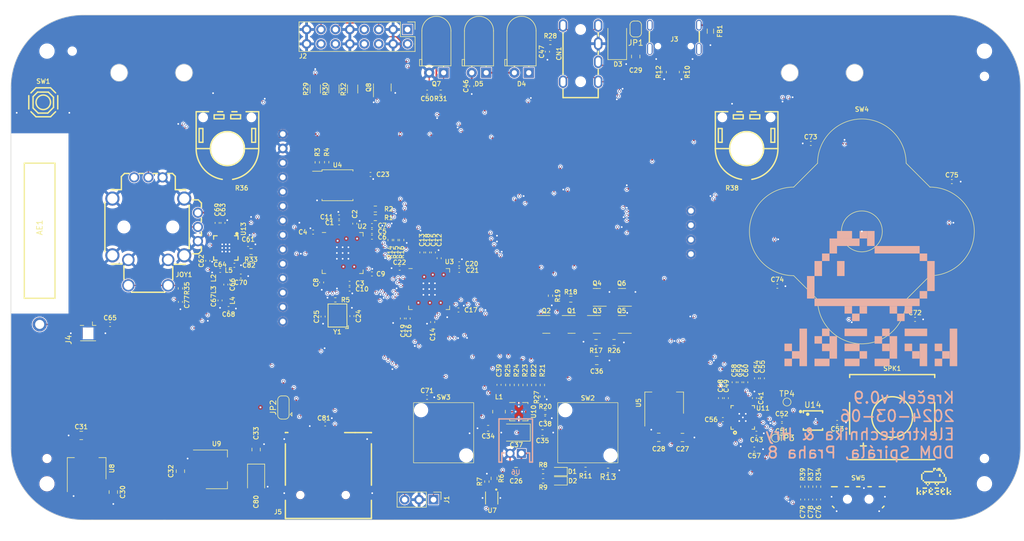
<source format=kicad_pcb>
(kicad_pcb (version 20221018) (generator pcbnew)
  (title_block (title "Křeček") (date "2023-12-20") (rev "v0.9-wip") (company "DDM Spirála"))
  (layers (0 "F.Cu" signal) (1 "In1.Cu" signal) (2 "In2.Cu" signal) (31 "B.Cu" signal) (34 "B.Paste" user) (35 "F.Paste" user) (36 "B.SilkS" user "B.Silkscreen") (37 "F.SilkS" user "F.Silkscreen") (38 "B.Mask" user) (39 "F.Mask" user) (44 "Edge.Cuts" user))
  (net 0 "")
  (net 1 "Net-(U2-VREG_VOUT)")
  (net 2 "GND")
  (net 3 "+3.3V")
  (net 4 "Net-(U3-VREG_VOUT)")
  (net 5 "/RP2040/XIN")
  (net 6 "Net-(C25-Pad2)")
  (net 7 "+BATT")
  (net 8 "+5V")
  (net 9 "+3.3VA")
  (net 10 "VBUS")
  (net 11 "+3.3VSD")
  (net 12 "/Power/V_{USB{slash}BATT}")
  (net 13 "/Power/vina")
  (net 14 "Net-(U10-FB)")
  (net 15 "/Audio/IR+")
  (net 16 "Net-(Q7-C)")
  (net 17 "/Audio/IR-")
  (net 18 "Net-(U11-OUTP)")
  (net 19 "Net-(U14-IN-)")
  (net 20 "Net-(U11-OUTN)")
  (net 21 "Net-(U14-IN+)")
  (net 22 "Net-(U11-MONOOUT)")
  (net 23 "/Audio/HP_{LEFT}")
  (net 24 "/Audio/HP_{RIGHT}")
  (net 25 "/Audio/HP_{SENSE}")
  (net 26 "Net-(U11-MIC1P{slash}DMIC_SDA)")
  (net 27 "Net-(U11-MIC1N)")
  (net 28 "Net-(U11-VMID)")
  (net 29 "Net-(U11-ADCVREF)")
  (net 30 "Net-(U11-DACVREF)")
  (net 31 "Net-(U13-RF_P)")
  (net 32 "Net-(AE1-A)")
  (net 33 "Net-(C65-Pad2)")
  (net 34 "Net-(U13-RF_N)")
  (net 35 "Net-(C66-Pad2)")
  (net 36 "Net-(C67-Pad1)")
  (net 37 "Net-(U13-DCOUPL)")
  (net 38 "Net-(C70-Pad1)")
  (net 39 "/Inputs/BTN_{SELECT}")
  (net 40 "/Inputs/BTN_{A}")
  (net 41 "/Inputs/BTN_{X}")
  (net 42 "/Inputs/BTN_{B}")
  (net 43 "/Inputs/BTN_{Y}")
  (net 44 "/Inputs/VOL_{UP}")
  (net 45 "/Inputs/JOY_{SW}")
  (net 46 "/Inputs/VOL_{SW}")
  (net 47 "/Inputs/VOL_{DOWN}")
  (net 48 "/Power/~{CHG}")
  (net 49 "Net-(D1-A)")
  (net 50 "/Power/~{PG}")
  (net 51 "Net-(D2-A)")
  (net 52 "Net-(D4-K)")
  (net 53 "Net-(J3-SHIELD)")
  (net 54 "Net-(J1-Pin_1)")
  (net 55 "Net-(J1-Pin_3)")
  (net 56 "/RP2040/AUX4")
  (net 57 "/RP2040/AUX0")
  (net 58 "/RP2040/AUX5")
  (net 59 "/RP2040/AUX1")
  (net 60 "/RP2040/AUX6")
  (net 61 "/RP2040/AUX2")
  (net 62 "/RP2040/AUX7")
  (net 63 "/RP2040/AUX3")
  (net 64 "/Power/USB_{CC1}")
  (net 65 "/Power/USB-")
  (net 66 "/Power/USB+")
  (net 68 "/Power/USB_{CC2}")
  (net 71 "/MicroSD Card/SD_{CS}")
  (net 72 "/MicroSD Card/SD_{MOSI}")
  (net 73 "/MicroSD Card/SD_{SCLK}")
  (net 74 "/MicroSD Card/SD_{MISO}")
  (net 77 "Net-(JOY1-PadSW)")
  (net 78 "/Inputs/JOY_{X}")
  (net 79 "/Inputs/JOY_{Y}")
  (net 80 "Net-(U10-L2)")
  (net 81 "Net-(U10-L1)")
  (net 82 "Net-(Q1-G)")
  (net 83 "Net-(Q3-D)")
  (net 84 "/Power/ON")
  (net 85 "/Power/OFF")
  (net 86 "/Audio/IR_{TX}")
  (net 87 "Net-(Q8-D)")
  (net 88 "Net-(U2-USB_DP)")
  (net 89 "Net-(U2-USB_DM)")
  (net 90 "/RP2040/QSPI_SS")
  (net 91 "Net-(R4-Pad2)")
  (net 92 "/RP2040/XOUT")
  (net 93 "Net-(U7-ISET)")
  (net 94 "Net-(U7-PRETERM)")
  (net 95 "Net-(R11-Pad2)")
  (net 96 "/Power/BAT_{Vsense}")
  (net 97 "Net-(R15-Pad1)")
  (net 98 "Net-(R21-Pad2)")
  (net 99 "Net-(R22-Pad2)")
  (net 100 "Net-(R23-Pad2)")
  (net 101 "Net-(R24-Pad2)")
  (net 102 "Net-(R29-Pad2)")
  (net 103 "Net-(R30-Pad2)")
  (net 104 "Net-(U13-RBIAS)")
  (net 105 "/Inputs/vol_cw")
  (net 106 "/Inputs/BRACK_{L}")
  (net 107 "/Inputs/vol_push")
  (net 108 "/Inputs/BRACK_{R}")
  (net 109 "/Inputs/vol_ccw")
  (net 110 "Net-(SPK1-+)")
  (net 113 "/RP2040/TFT_{CS}")
  (net 114 "/RP2040/TFT_{RST}")
  (net 115 "/RP2040/TFT_{RS}")
  (net 116 "/RP2040/TFT_{MOSI}")
  (net 117 "/RP2040/TFT_{MISO}")
  (net 118 "/RP2040/TFT_{LED}")
  (net 119 "/RP2040/T_{SCK}")
  (net 120 "/RP2040/T_{CS}")
  (net 121 "/RP2040/T_{MOSI}")
  (net 122 "/RP2040/T_{MISO}")
  (net 123 "/RP2040/T_{IRQ}")
  (net 128 "/RP2040/RF_{CS}")
  (net 129 "/Power/ISET2")
  (net 130 "/Audio/CDATA")
  (net 131 "/Audio/CCLK")
  (net 132 "/Audio/DAC")
  (net 133 "/Audio/ADC")
  (net 135 "/Audio/LRCK")
  (net 136 "/Audio/SCLK")
  (net 137 "/RP2040/BUS0")
  (net 138 "/RP2040/BUS1")
  (net 139 "/RP2040/BUS2")
  (net 140 "/RP2040/BUS3")
  (net 141 "Net-(U2-GPIO23)")
  (net 142 "Net-(U2-GPIO24)")
  (net 143 "Net-(U2-GPIO25)")
  (net 144 "/RP2040/QSPI_SD3")
  (net 145 "/RP2040/QSPI_SCLK")
  (net 146 "/RP2040/QSPI_SD0")
  (net 147 "/RP2040/QSPI_SD2")
  (net 148 "/RP2040/QSPI_SD1")
  (net 149 "/Audio/AMP_{EN}")
  (net 152 "/RP2040/RF_{CLK}")
  (net 167 "/RP2040/TFT_{SCK}")
  (net 168 "Net-(D4-A)")
  (net 169 "/Power/vin")
  (net 170 "Net-(JP1-B)")
  (net 171 "/Power/tps63000_vout")
  (net 172 "Net-(U14-VO-)")
  (footprint "Krecek:RubberButton" (layer "F.Cu") (at 152.4 111.76)
    (fp_text reference "SW2")
    (fp_text value "~" hide)
  )
  (footprint "Capacitor_SMD:C_0402_1005Metric" (layer "F.Cu") (at 176.177 109.347)
    (fp_text reference "C56")
    (fp_text value "1u" hide)
  )
  (footprint "Inductor_SMD:L_0402_1005Metric" (layer "F.Cu") (at 89.131 84.074)
    (fp_text reference "L5")
    (fp_text value "27n" hide)
  )
  (footprint "Jumper:SolderJumper-3_P1.3mm_Bridged12_RoundedPad1.0x1.5mm" (layer "F.Cu") (at 98.7905 107.2134 90)
    (fp_text reference "JP2")
    (fp_text value "Jumper_3_Bridged12" hide)
  )
  (footprint "Capacitor_SMD:C_0402_1005Metric" (layer "F.Cu") (at 186.591 109.347)
    (fp_text reference "C52")
    (fp_text value "1u" hide)
  )
  (footprint "TestPoint:TestPoint_Pad_D1.0mm" (layer "F.Cu") (at 185.4708 112.5982)
    (fp_text reference "TP3")
    (fp_text value "TestPoint")
  )
  (footprint "LCSC:OSC-SMD_4P-L3.2-W2.5-BL" (layer "F.Cu") (at 108.302 91.016 90)
    (fp_text reference "Y1")
    (fp_text value "12MHz" hide)
  )
  (footprint "LCSC:SW-SMD_4P-L5.1-W5.1-P3.70-LS6.5-TL-2" (layer "F.Cu") (at 56.495 53.467)
    (fp_text reference "SW1")
    (fp_text value "SW_Push" hide)
  )
  (footprint "Capacitor_SMD:C_0402_1005Metric" (layer "F.Cu") (at 131.953 50.6375 -90)
    (fp_text reference "C46")
    (fp_text value "10u" hide)
  )
  (footprint "Capacitor_SMD:C_0805_2012Metric" (layer "F.Cu") (at 153.97 98.933)
    (fp_text reference "C36")
    (fp_text value "1u" hide)
  )
  (footprint "Capacitor_SMD:C_0805_2012Metric" (layer "F.Cu") (at 164.8866 112.4712 180)
    (fp_text reference "C28")
    (fp_text value "1u" hide)
  )
  (footprint "Resistor_SMD:R_0402_1005Metric" (layer "F.Cu") (at 145.798 42.926 180)
    (fp_text reference "R28")
    (fp_text value "3.3k" hide)
  )
  (footprint "Resistor_SMD:R_0402_1005Metric" (layer "F.Cu") (at 106.406 64.01 90)
    (fp_text reference "R4")
    (fp_text value "1k" hide)
  )
  (footprint "Resistor_SMD:R_0603_1608Metric" (layer "F.Cu") (at 135.89 119.698 90)
    (fp_text reference "R6")
    (fp_text value "560" hide)
  )
  (footprint "Capacitor_SMD:C_0402_1005Metric" (layer "F.Cu") (at 87.658 83.058)
    (fp_text reference "C64")
    (fp_text value "3.3p" hide)
  )
  (footprint "Capacitor_SMD:C_0402_1005Metric" (layer "F.Cu") (at 210.03 91.694)
    (fp_text reference "C72")
    (fp_text value "100n" hide)
  )
  (footprint "LCSC:MSOP-8_L3.0-W3.0-P0.65-LS5.0-BL" (layer "F.Cu") (at 192.015 109.54 -90)
    (fp_text reference "U14")
    (fp_text value "PAM8302AASCR" hide)
  )
  (footprint "LED_SMD:LED_0603_1608Metric" (layer "F.Cu") (at 147.2945 118.491 180)
    (fp_text reference "D1")
    (fp_text value "yellow" hide)
  )
  (footprint "LCSC:WSON-10_L2.0-W2.0-P0.40-BL-EP" (layer "F.Cu") (at 135.471 123.149 180)
    (fp_text reference "U7")
    (fp_text value "BQ24045DSQR" hide)
  )
  (footprint "Resistor_SMD:R_0402_1005Metric" (layer "F.Cu") (at 119.614 77.722 90)
    (fp_text reference "R16")
    (fp_text value "1M" hide)
  )
  (footprint "Inductor_SMD:L_0402_1005Metric" (layer "F.Cu") (at 87.63 84.559 -90)
    (fp_text reference "L2")
    (fp_text value "27n" hide)
  )
  (footprint "LCSC:QFN-20_L4.0-W4.0-P0.5-TL-EP" (layer "F.Cu") (at 88.646 79.121 -90)
    (fp_text reference "U13")
    (fp_text value "CC1101RGPR" hide)
  )
  (footprint "Capacitor_SMD:C_0402_1005Metric" (layer "F.Cu") (at 119.261 82.677 180)
    (fp_text reference "C22")
    (fp_text value "10u" hide)
  )
  (footprint "Krecek:ToolingHole" (layer "F.Cu") (at 222.25 116.205)
    (fp_text reference "H7" hide)
    (fp_text value "ToolingHole" hide)
  )
  (footprint "Capacitor_SMD:C_0402_1005Metric" (layer "F.Cu") (at 88.646 85.57 -90)
    (fp_text reference "C66")
    (fp_text value "4.7p" hide)
  )
  (footprint "Capacitor_SMD:C_0805_2012Metric" (layer "F.Cu") (at 63.185 112.141 180)
    (fp_text reference "C31")
    (fp_text value "1u" hide)
  )
  (footprint "Capacitor_SMD:C_0402_1005Metric" (layer "F.Cu") (at 114.379 83.693)
    (fp_text reference "C9")
    (fp_text value "10u" hide)
  )
  (footprint "Capacitor_SMD:C_0402_1005Metric" (layer "F.Cu") (at 114.379 75.184)
    (fp_text reference "C7")
    (fp_text value "10u" hide)
  )
  (footprint "Krecek:RubberButton" (layer "F.Cu") (at 127 111.76)
    (fp_text reference "SW3")
    (fp_text value "~" hide)
  )
  (footprint "Capacitor_SMD:C_0402_1005Metric" (layer "F.Cu") (at 181.709 114.554 180)
    (fp_text reference "C57")
    (fp_text value "1u" hide)
  )
  (footprint "Capacitor_SMD:C_0603_1608Metric" (layer "F.Cu") (at 144.412 111.633 180)
    (fp_text reference "C35")
    (fp_text value "4.7u" hide)
  )
  (footprint "Capacitor_SMD:C_0402_1005Metric" (layer "F.Cu") (at 129.619 90.043)
    (fp_text reference "C17")
    (fp_text value "10u" hide)
  )
  (footprint "MountingHole:MountingHole_2.2mm_M2" (layer "F.Cu") (at 222.25 44.45)
    (fp_text reference "H2" hide)
    (fp_text value "MountingHole" hide)
  )
  (footprint "LED_THT:LED_D5.0mm_Horizontal_O1.27mm_Z3.0mm_IRBlack" (layer "F.Cu") (at 127 48.26 180)
    (fp_text reference "Q7")
    (fp_text value "PT334" hide)
  )
  (footprint "MountingHole:MountingHole_2.2mm_M2" (layer "F.Cu") (at 222.25 120.65)
    (fp_text reference "H3" hide)
    (fp_text value "MountingHole" hide)
  )
  (footprint "Capacitor_SMD:C_0402_1005Metric" (layer "F.Cu") (at 124.107 51.689 180)
    (fp_text reference "C50")
    (fp_text value "10u" hide)
  )
  (footprint "Package_SON:Texas_DRC0010J_ThermalVias" (layer "F.Cu") (at 140.248 107.95)
    (fp_text reference "U10")
    (fp_text value "TPS63000" hide)
  )
  (footprint "Resistor_SMD:R_0402_1005Metric" (layer "F.Cu") (at 80.645 86.235 90)
    (fp_text reference "R35")
    (fp_text value "3.3k" hide)
  )
  (footprint "Diode_SMD:D_SMA" (layer "F.Cu") (at 157.5816 42.4368 90)
    (fp_text reference "D3")
    (fp_text value "SS54" hide)
  )
  (footprint "TestPoint:TestPoint_Pad_D1.0mm" (layer "F.Cu") (at 187.4774 106.2482)
    (fp_text reference "TP4")
    (fp_text value "TestPoint" hide)
  )
  (footprint "Capacitor_SMD:C_0402_1005Metric" (layer "F.Cu") (at 104.021 76.327 180)
    (fp_text reference "C4")
    (fp_text value "10u" hide)
  )
  (footprint "Capacitor_SMD:C_0402_1005Metric" (layer "F.Cu") (at 145.288 44.549 -90)
    (fp_text reference "C47")
    (fp_text value "10u" hide)
  )
  (footprint "Capacitor_SMD:C_0402_1005Metric" (layer "F.Cu") (at 182.09 111.76)
    (fp_text reference "C43")
    (fp_text value "10u" hide)
  )
  (footprint "Resistor_SMD:R_0402_1005Metric" (layer "F.Cu") (at 107.932 88.265)
    (fp_text reference "R5")
    (fp_text value "1k" hide)
  )
  (footprint "MountingHole:MountingHole_2.2mm_M2" (layer "F.Cu") (at 57.15 44.45)
    (fp_text reference "H1" hide)
    (fp_text value "MountingHole" hide)
  )
  (footprint "Capacitor_SMD:C_0402_1005Metric" (layer "F.Cu") (at 106.144 110.109)
    (fp_text reference "C81")
    (fp_text value "10u" hide)
  )
  (footprint "Capacitor_SMD:C_0402_1005Metric" (layer "F.Cu") (at 183.134 102.08 90)
    (fp_text reference "C55")
    (fp_text value "1u" hide)
  )
  (footprint "Capacitor_SMD:C_0402_1005Metric" (layer "F.Cu") (at 80.645 88.618 -90)
    (fp_text reference "C77")
    (fp_text value "100n" hide)
  )
  (footprint "Package_TO_SOT_SMD:SOT-23" (layer "F.Cu") (at 158.4275 87.818 180)
    (fp_text reference "Q6")
    (fp_text value "AO3400A" hide)
  )
  (footprint "Capacitor_SMD:C_0805_2012Metric" (layer "F.Cu") (at 169.063 112.497)
    (fp_text reference "C27")
    (fp_text value "1u" hide)
  )
  (footprint "Capacitor_SMD:C_0402_1005Metric" (layer "F.Cu") (at 179.197 102.771 90)
    (fp_text reference "C59")
    (fp_text value "1u" hide)
  )
  (footprint "Krecek:ToolingHole" (layer "F.Cu") (at 57.15 116.205)
    (fp_text reference "H8" hide)
    (fp_text value "ToolingHole" hide)
  )
  (footprint "LCSC:RES-ADJ-SMD_RDC506002A" (layer "F.Cu") (at 88.9 60.96 180)
    (fp_text reference "R36")
    (fp_text value "RDC506002A" hide)
  )
  (footprint "Capacitor_SMD:C_0402_1005Metric" (layer "F.Cu") (at 176.784 105.565 -90)
    (fp_text reference "C49")
    (fp_text value "1u" hide)
  )
  (footprint "Resistor_SMD:R_0402_1005Metric" (layer "F.Cu") (at 155.956 118.28 180)
    (fp_text reference "R13")
    (fp_text value "33k")
  )
  (footprint "Connector_Coaxial:U.FL_Hirose_U.FL-R-SMT-1_Vertical" (layer "F.Cu") (at 64.389 93.633 -90)
    (fp_text reference "J4")
    (fp_text value "U.FL" hide)
  )
  (footprint "LCSC:VQFN-28_L4.0-W4.0-P0.45-TL-EP2.6" (layer "F.Cu") (at 179.685 108.966 90)
    (fp_text reference "U11")
    (fp_text value "ES8312" hide)
  )
  (footprint "Resistor_SMD:R_0402_1005Metric" (layer "F.Cu") (at 144.524 118.491)
    (fp_text reference "R8")
    (fp_text value "4.7k" hide)
  )
  (footprint "Resistor_SMD:R_0402_1005Metric" (layer "F.Cu") (at 145.8214 87.5304 90)
    (fp_text reference "R19")
    (fp_text value "100k" hide)
  )
  (footprint "Capacitor_SMD:C_0402_1005Metric" (layer "F.Cu") (at 114.125 66.167)
    (fp_text reference "C23")
    (fp_text value "100n" hide)
  )
  (footprint "Capacitor_SMD:C_0402_1005Metric" (layer "F.Cu") (at 193.04 123.416 -90)
    (fp_text reference "C76")
    (fp_text value "100n" hide)
  )
  (footprint "Resistor_SMD:R_1206_3216Metric" (layer "F.Cu") (at 110.974 51.1195 -90)
    (fp_text reference "R32")
    (fp_text value "1" hide)
  )
  (footprint "Capacitor_SMD:C_0402_1005Metric" (layer "F.Cu") (at 125.075 92.174 -90)
    (fp_text reference "C14")
    (fp_text value "10u" hide)
  )
  (footprint "Resistor_SMD:R_0603_1608Metric" (layer "F.Cu") (at 114.978 72.263 180)
    (fp_text reference "R2")
    (fp_text value "27" hide)
  )
  (footprint "Connector_PinHeader_2.54mm:PinHeader_1x03_P2.54mm_Vertical" (layer "F.Cu") (at 125.222 123.444 -90)
    (fp_text reference "J1")
    (fp_text value "DAP" hide)
  )
  (footprint "Package_TO_SOT_SMD:SOT-23" (layer "F.Cu") (at 158.3975 92.583 180)
    (fp_text reference "Q5")
    (fp_text value "AO3400A" hide)
  )
  (footprint "Capacitor_SMD:C_0402_1005Metric" (layer "F.Cu") (at 108.593 73.66 180)
    (fp_text reference "C11")
    (fp_text value "10u" hide)
  )
  (footprint "Resistor_SMD:R_0402_1005Metric" (layer "F.Cu") (at 134.62 120.267 -90)
    (fp_text reference "R7")
    (fp_text value "2k" hide)
  )
  (footprint "Capacitor_SMD:C_0402_1005Metric" (layer "F.Cu") (at 114.379 77.216)
    (fp_text reference "C6")
    (fp_text value "10u" hide)
  )
  (footprint "Capacitor_SMD:C_0402_1005Metric" (layer "F.Cu") (at 119.741 91.539 -90)
    (fp_text reference "C19")
    (fp_text value "10u" hide)
  )
  (footprint "Inductor_SMD:L_0402_1005Metric" (layer "F.Cu") (at 88.646 88.369 -90)
    (fp_text reference "L4")
    (fp_text value "27n" hide)
  )
  (footprint "Resistor_SMD:R_0603_1608Metric" (layer "F.Cu") (at 157.015 95.758 180)
    (fp_text reference "R26")
    (fp_text value "10M" hide)
  )
  (footprint "Capacitor_SMD:C_0402_1005Metric" (layer "F.Cu") (at 108.593 74.676 180)
    (fp_text reference "C1")
    (fp_text value "10u" hide)
  )
  (footprint "Package_SO:SOIC-8_5.23x5.23mm_P1.27mm" (layer "F.Cu") (at 108.311 68.072)
    (fp_text reference "U4")
    (fp_text value "W25Q128JVS" hide)
  )
  (footprint "Resistor_SMD:R_1206_3216Metric" (layer "F.Cu") (at 107.684 51.1195 90)
    (fp_text reference "R30")
    (fp_text value "1" hide)
  )
  (footprint "LCSC:SW-TH_RKJXV1224005" (layer "F.Cu") (at 76.2 76.2)
    (fp_text reference "JOY1")
    (fp_text value "RKJXV1224005" hide)
  )
  (footprint "Jumper:SolderJumper-2_P1.3mm_Bridged_RoundedPad1.0x1.5mm" (layer "F.Cu") (at 160.8328 40.5534 -90)
    (fp_text reference "JP1")
    (fp_text value "Jumper" hide)
  )
  (footprint "Capacitor_SMD:C_0402_1005Metric" (layer "F.Cu") (at 105.773 91.199 90)
    (fp_text reference "C25")
    (fp_text value "33p" hide)
  )
  (footprint "Package_TO_SOT_SMD:SOT-23" (layer "F.Cu") (at 153.9825 87.818 180)
    (fp_text reference "Q4")
    (fp_text value "AO3400A" hide)
  )
  (footprint "Capacitor_SMD:C_0402_1005Metric" (layer "F.Cu") (at 136.759 103.223 90)
    (fp_text reference "C39")
    (fp_text value "10p" hide)
  )
  (footprint "Package_TO_SOT_SMD:SOT-23" (layer "F.Cu") (at 149.5375 92.583)
    (fp_text reference "Q1")
    (fp_text value "AO3401A" hide)
  )
  (footprint "Capacitor_SMD:C_0402_1005Metric" (layer "F.Cu") (at 191.643 123.416 -90)
    (fp_text reference "C78")
    (fp_text value "100n" hide)
  )
  (footprint "Capacitor_SMD:C_0805_2012Metric" (layer "F.Cu") (at 93.98 114.62 90)
    (fp_text reference "C33")
    (fp_text value "1u" hide)
  )
  (footprint "Resistor_SMD:R_0402_1005Metric" (layer "F.Cu") (at 165.842 48.135 -90)
    (fp_text reference "R12")
    (fp_text value "5.1k" hide)
  )
  (footprint "Capacitor_SMD:C_0805_2012Metric" (layer "F.Cu") (at 68.834 122.108 -90)
    (fp_text reference "C30")
    (fp_text value "1u" hide)
  )
  (footprint "Capacitor_SMD:C_0402_1005Metric" (layer "F.Cu") (at 129.746 81.915)
    (fp_text reference "C20")
    (fp_text value "10u" hide)
  )
  (footprint "Connector_PinHeader_2.54mm:PinHeader_2x08_P2.54mm_Vertical" (layer "F.Cu") (at 120.65 40.64 -90)
    (fp_text reference "J2")
    (fp_text value "AUX" hide)
  )
  (footprint "Capacitor_SMD:C_0402_1005Metric" (layer "F.Cu") (at 110.442 85.344)
    (fp_text reference "C3")
    (fp_text value "10u" hide)
  )
  (footprint "LCSC:TF-SMD_TF-012" (layer "F.Cu") (at 106.716 116.933)
    (fp_text reference "J5")
    (fp_text value "Micro_SD_Card_Det1" hide)
  )
  (footprint "Capacitor_SMD:C_0402_1005Metric" (layer "F.Cu") (at 190.246 123.416 -90)
    (fp_text reference "C79")
    (fp_text value "100n" hide)
  )
  (footprint "Package_DFN_QFN:QFN-56-1EP_7x7mm_P0.4mm_EP3.2x3.2mm" (layer "F.Cu") (at 124.46 86.36)
    (fp_text reference "U3")
    (fp_text value "RP2040" hide)
  )
  (footprint "Capacitor_SMD:C_0402_1005Metric" (layer "F.Cu") (at 144.879 109.093)
    (fp_text reference "C38")
    (fp_text value "100n" hide)
  )
  (footprint "Capacitor_SMD:C_0402_1005Metric" (layer "F.Cu") (at 90.142 82.169)
    (fp_text reference "C82")
    (fp_text value "10u" hide)
  )
  (footprint "Krecek:ToolingHole" (layer "F.Cu") (at 222.25 48.895)
    (fp_text reference "H6" hide)
    (fp_text value "ToolingHole" hide)
  )
  (footprint "Capacitor_SMD:C_0402_1005Metric" (layer "F.Cu") (at 92.555 78.486)
    (fp_text reference "C61")
    (fp_text value "10u" hide)
  )
  (footprint "Capacitor_SMD:C_0402_1005Metric" (layer "F.Cu") (at 196.314 109.855)
    (fp_text reference "C53")
    (fp_text value "10u" hide)
  )
  (footprint "Capacitor_SMD:C_0402_1005Metric" (layer "F.Cu") (at 125.202 79.911 90)
    (fp_text reference "C15")
    (fp_text value "10u" hide)
  )
  (footprint "Capacitor_SMD:C_0402_1005Metric" (layer "F.Cu") (at 105.517 85.189 -90)
    (fp_text reference "C8")
    (fp_text value "10u" hide)
  )
  (footprint "Capacitor_SMD:C_0402_1005Metric" (layer "F.Cu") (at 110.853 91.128 -90)
    (fp_text reference "C24")
    (fp_text value "33p" hide)
  )
  (footprint "Capacitor_SMD:C_0805_2012Metric" (layer "F.Cu") (at 160.8328 45.4 -90)
    (fp_text reference "C29")
    (fp_text value "1u" hide)
  )
  (footprint "Resistor_SMD:R_0603_1608Metric" (layer "F.Cu") (at 114.978 73.787 180)
    (fp_text reference "R1")
    (fp_text value "27" hide)
  )
  (footprint "Resistor_SMD:R_0402_1005Metric" (layer "F.Cu") (at 144.528 120.142)
    (fp_text reference "R9")
    (fp_text value "4.7k" hide)
  )
  (footprint "Capacitor_SMD:C_0805_2012Metric" (layer "F.Cu") (at 80.65 118.43 90)
    (fp_text reference "C32")
    (fp_text value "1u" hide)
  )
  (footprint "Resistor_SMD:R_0402_1005Metric" (layer "F.Cu") (at 151.999 118.11 180)
    (fp_text reference "R11")
    (fp_text value "10k" hide)
  )
  (footprint "Capacitor_SMD:C_0402_1005Metric" (layer "F.Cu") (at 126.218 80.927 90)
    (fp_text reference "C12")
    (fp_text value "10u" hide)
  )
  (footprint "Capacitor_Tantalum_SMD:CP_EIA-3528-21_Kemet-B" (layer "F.Cu") (at 93.98 119.6475 -90)
    (fp_text reference "C80")
    (fp_text value "100u" hide)
  )
  (footprint "Package_TO_SOT_SMD:SOT-223-3_TabPin2" (layer "F.Cu") (at 87.02 118.11)
    (fp_text reference "U9")
    (fp_text value "AMS1117-3.3" hide)
  )
  (footprint "Resistor_SMD:R_0402_1005Metric" (layer "F.Cu") (at 193.04 121.156 90)
    (fp_text reference "R34")
    (fp_text value "3.3k" hide)
  )
  (footprint "LCSC:SW-SMD_TM-2023-1" (layer "F.Cu") (at 200.02 123.444 180)
    (fp_text reference "SW5")
    (fp_text value "TM-2023" hide)
  )
  (footprint "LED_THT:LED_D5.0mm_Horizontal_O1.27mm_Z3.0mm_Clear" (layer "F.Cu") (at 142 48.26 180)
    (fp_text reference "D4")
    (fp_text value "IR333" hide)
  )
  (footprint "Resistor_SMD:R_0603_1608Metric" (layer "F.Cu") (at 149.395 88.138 180)
    (fp_text reference "R18")
    (fp_text value "330k" hide)
  )
  (footprint "Package_TO_SOT_SMD:SOT-23" (layer "F.Cu") (at 153.9825 92.583)
    (fp_text reference "Q3")
    (fp_text value "AO3400A" hide)
  )
  (footprint "Capacitor_SMD:C_0402_1005Metric" (layer "F.Cu") (at 181.737 105.565 90)
    (fp_text reference "C41")
    (fp_text value "10u" hide)
  )
  (footprint "LED_SMD:LED_0603_1608Metric" (layer "F.Cu") (at 147.2945 120.142 180)
    (fp_text reference "D2")
    (fp_text value "red" hide)
  )
  (footprint "Krecek:ABXY" (layer "F.Cu") (at 200.66 76.2)
    (fp_text reference "SW4")
    (fp_text value "~" hide)
  )
  (footprint "MountingHole:MountingHole_2.2mm_M2" (layer "F.Cu") (at 57.15 120.65)
    (fp_text reference "H4" hide)
    (fp_text value "MountingHole" hide)
  )
  (footprint "Resistor_SMD:R_0402_1005Metric" (layer "F.Cu") (at 118.598 77.722 -90)
    (fp_text reference "R15")
    (fp_text value "1M" hide)
  )
  (footprint "LED_THT:LED_D5.0mm_Horizontal_O1.27mm_Z3.0mm_Clear" (layer "F.Cu") (at 134.5 48.26 180)
    (fp_text reference "D5")
    (fp_text value "IR333" hide)
  )
  (footprint "LCSC:ANT-TH_T14-433M" (layer "F.Cu") (at 55.86 92.583 180)
    (fp_text reference "AE1")
    (fp_text value "Antenna" hide)
  )
  (footprint "Package_TO_SOT_SMD:SOT-23" (layer "F.Cu") (at 145.0925 92.583)
    (fp_text reference "Q2")
    (fp_text value "AO3401A" hide)
  )
  (footprint "Resistor_SMD:R_0402_1005Metric" (layer "F.Cu") (at 144.909 108.077 180)
    (fp_text reference "R20")
    (fp_text value "100" hide)
  )
  (footprint "Resistor_SMD:R_1206_3216Metric" (layer "F.Cu") (at 104.394 51.1195 -90)
    (fp_text reference "R29")
    (fp_text value "1" hide)
  )
  (footprint "Capacitor_SMD:C_0402_1005Metric" (layer "F.Cu") (at 87.63 88.364 -90)
    (fp_text reference "C67")
    (fp_text value "10p" hide)
  )
  (footprint "Capacitor_SMD:C_0402_1005Metric" (layer "F.Cu") (at 180.213 102.771 90)
    (fp_text reference "C60")
    (fp_text value "1u" hide)
  )
  (footprint "Package_TO_SOT_SMD:SOT-223-3_TabPin2" (layer "F.Cu") (at 165.842 106.401 90)
    (fp_text reference "U5")
    (fp_text value "AMS1117-3.3" hide)
  )
  (footprint "Package_DFN_QFN:QFN-56-1EP_7x7mm_P0.4mm_EP3.2x3.2mm" (layer "F.Cu") (at 109.22 80.01)
    (fp_text reference "U2")
    (fp_text value "RP2040" hide)
  )
  (footprint "Resistor_SMD:R_0402_1005Metric" (layer "F.Cu") (at 142.875 103.249 -90)
    (fp_text reference "R22")
    (fp_text value "200k" hide)
  )
  (footprint "Resistor_SMD:R_0402_1005Metric" (layer "F.Cu") (at 126.49 51.689)
    (fp_text reference "R31")
    (fp_text value "1k" hide)
  )
  (footprint "Capacitor_SMD:C_0402_1005Metric" (layer "F.Cu") (at 124.186 79.911 90)
    (fp_text reference "C18")
    (fp_text value "10u" hide)
  )
  (footprint "Package_TO_SOT_SMD:SOT-23" (layer "F.Cu") (at 116.205 50.8485 90)
    (fp_text reference "Q8")
    (fp_text value "AO3400A" hide)
  )
  (footprint "Krecek:TftDisplay" (layer "F.Cu") (at 134.62 76.155)
    (fp_text reference "U1" hide)
    (fp_text value "Display")
  )
  (footprint "Inductor_SMD:L_1008_2520Metric" (layer "F.Cu") (at 136.759 107.95 -90)
    (fp_text reference "L1")
    (fp_text value "2.2u" hide)
  )
  (footprint "Capacitor_SMD:C_0402_1005Metric" (layer "F.Cu") (at 185.773 85.852)
    (fp_text reference "C74")
    (fp_text value "100n" hide)
  )
  (footprint "Resistor_SMD:R_0603_1608Metric" (layer "F.Cu") (at 153.84 95.758 180)
    (fp_text reference "R17")
    (fp_text value "330k" hide)
  )
  (footprint "Capacitor_SMD:C_0402_1005Metric" (layer "F.Cu") (at 124.087 105.41)
    (fp_text reference "C71")
    (fp_text value "100n" hide)
  )
  (footprint "Resistor_SMD:R_0402_1005Metric" (layer "F.Cu") (at 138.303 103.249 90)
    (fp_text reference "R25")
    (fp_text value "100k" hide)
  )
  (footprint "Resistor_SMD:R_0402_1005Metric" (layer "F.Cu") (at 190.246 121.16 90)
    (fp_text reference "R39")
    (fp_text value "3.3k" hide)
  )
  (footprint "Capacitor_SMD:C_0402_1005Metric" (layer "F.Cu") (at 114.379 76.2)
    (fp_text reference "C5")
    (fp_text value "10u" hide)
  )
  (footprint "Capacitor_SMD:C_0402_1005Metric" (layer "F.Cu") (at 87.122 74.704 90)
    (fp_text reference "C69")
    (fp_text value "100n" hide)
  )
  (footprint "Capacitor_SMD:C_0402_1005Metric" (layer "F.Cu") (at 178.181 102.771 90)
    (fp_text reference "C58")
    (fp_text value "1u" hide)
  )
  (footprint "Capacitor_SMD:C_0402_1005Metric" (layer "F.Cu") (at 89.126 89.789)
    (fp_text reference "C68")
    (fp_text value "4.7p" hide)
  )
  (footprint "Capacitor_SMD:C_0402_1005Metric" (layer "F.Cu") (at 111.359 74.831 90)
    (fp_text reference "C2")
    (fp_text value "10u" hide)
  )
  (footprint "Resistor_SMD:R_0402_1005Metric" (layer "F.Cu") (at 104.755 64.036 -90)
    (fp_text reference "R3")
    (fp_text value "33k" hide)
  )
  (footprint "Capacitor_SMD:C_0402_1005Metric" (layer "F.Cu") (at 175.768 105.565 -90)
    (fp_text reference "C48")
    (fp_text value "1u" hide)
  )
  (footprint "LCSC:BUZ-SMD_5P-L15.0-W15.0-P13.7-BL" (layer "F.Cu") (at 206.002 109.347)
    (fp_text reference "SPK1")
    (fp_text value "FS-1540" hide)
  )
  (footprint "Capacitor_SMD:C_0402_1005Metric" (layer "F.Cu") (at 191.671 60.706 180)
    (fp_text reference "C73")
    (fp_text value "100n" hide)
  )
  (footprint "Capacitor_Tantalum_SMD:CP_EIA-3528-21_Kemet-B" (layer "F.Cu") (at 139.807 111.633 180)
    (fp_text reference "C37")
    (fp_text value "100u" hide)
  )
  (footprint "Capacitor_SMD:C_0402_1005Metric" (layer "F.Cu") (at 186.591 110.363)
    (fp_text reference "C51")
    (fp_text value "1u" hide)
  )
  (footprint "Resistor_SMD:R_0603_1608Metric" (layer "F.Cu") (at 93.091 79.756)
    (fp_text reference "R33")
    (fp_text value "56k" hide)
  )
  (footprint "Inductor_SMD:L_0402_1005Metric" (layer "F.Cu") (at 87.63 86.487 -90)
    (fp_text reference "L3")
    (fp_text value "27n" hide)
  )
  (footprint "Capacitor_SMD:C_0402_1005Metric" (layer "F.Cu") (at 120.757 91.539 -90)
    (fp_text reference "C16")
    (fp_text value "10u" hide)
  )
  (footprint "Capacitor_SMD:C_0402_1005Metric" (layer "F.Cu") (at 88.138 74.704 90)
    (fp_text reference "C63")
    (fp_text value "10u" hide)
  )
  (footprint "LCSC:USB-C-SMD_TYPEC-304J-BCP16" (layer "F.Cu") (at 167.638 42.358 180)
    (fp_text reference "J3")
    (fp_text value "USB_C_Receptacle_USB2.0" hide)
  )
  (footprint "Capacitor_SMD:C_0402_1005Metric" (layer "F.Cu") (at 110.442 86.36)
    (fp_text reference "C10")
    (fp_text value "10u" hide)
  )
  (footprint "Resistor_SMD:R_0402_1005Metric" (layer "F.Cu") (at 144.399 105.285 -90)
    (fp_text reference "R27")
    (fp_text value "100k" hide)
  )
  (footprint "Capacitor_SMD:C_0402_1005Metric" (layer "F.Cu") (at 85.471 81.379 -90)
    (fp_text reference "C62")
    (fp_text value "10u" hide)
  )
  (footprint "Resistor_SMD:R_0402_1005Metric" (layer "F.Cu") (at 144.399 103.249 90)
    (fp_text reference "R21")
    (fp_text value "200k" hide)
  )
  (footprint "Resistor_SMD:R_0402_1005Metric" (layer "F.Cu") (at 191.643 121.16 90)
    (fp_text reference "R37")
    (fp_text value "3.3k" hide)
  )
  (footprint "Resistor_SMD:R_0402_1005Metric" (layer "F.Cu") (at 141.351 103.249 90)
    (fp_text reference "R23")
    (fp_text value "200k" hide)
  )
  (footprint "Resistor_SMD:R_0402_1005Metric" (layer "F.Cu") (at 117.582 77.722 90)
    (fp_text reference "R14")
    (fp_text value "1M" hide)
  )
  (footprint "Capacitor_SMD:C_0402_1005Metric" (layer "F.Cu") (at 68.264 92.583)
    (fp_text reference "C65")
    (fp_text value "220p" hide)
  )
  (footprint "Capacitor_SMD:C_0402_1005Metric" (layer "F.Cu") (at 182.118 102.08 90)
    (fp_text reference "C54")
    (fp_text value "1u" hide)
  )
  (footprint "Capacitor_SMD:C_0603_1608Metric" (layer "F.Cu") (at 134.841 110.871)
    (fp_text reference "C34")
    (fp_text value "4.7u" hide)
  )
  (footprint "LCSC:RES-ADJ-SMD_RDC506002A" (layer "F.Cu") (at 180.34 60.96 180)
    (fp_text reference "R38")
    (fp_text value "RDC506002A" hide)
  )
  (footprint "Capacitor_SMD:C_0402_1005Metric" (layer "F.Cu") (at 129.746 83.058)
    (fp_text reference "C21")
    (fp_text value "10u" hide)
  )
  (footprint "Capacitor_SMD:C_0402_1005Metric" (layer "F.Cu") (at 91.285 84.074)
    (fp_text reference "C70")
    (fp_text value "220p" hide)
  )
  (footprint "Capacitor_SMD:C_0402_1005Metric" (layer "F.Cu") (at 123.17 79.911 90)
    (fp_text reference "C13")
    (fp_text value "10u" hide)
  )
  (footprint "Krecek:ToolingHole" (layer "F.Cu") (at 61.595 44.45)
    (fp_text reference "H5" hide)
    (fp_text value "ToolingHole" hide)
  )
  (footprint "Inductor_SMD:L_0805_2012Metric" (layer "F.Cu") (at 173.99 40.9405 90)
    (fp_text reference "FB1")
    (fp_text value "600Ω @ 100 MHz" hide)
  )
  (footprint "Capacitor_SMD:C_0805_2012Metric" (layer "F.Cu") (at 139.766 118.491 180)
    (fp_text reference "C26")
    (fp_text value "1u" hide)
  )
  (footprint "Resistor_SMD:R_0402_1005Metric" (layer "F.Cu") (at 139.827 103.249 -90)
    (fp_text reference "R24")
    (fp_text value "200k" hide)
  )
  (footprint "Capacitor_SMD:C_0402_1005Metric" (layer "F.Cu") (at 216.507 67.437)
    (fp_text reference "C75")
    (fp_text value "100n" hide)
  )
  (footprint "LCSC:AUDIO-TH_PJ-313B6-B" (layer "F.Cu") (at 151.13 44.89 -90)
    (fp_text reference "CN1")
    (fp_text value "PJ-313B6-B" hide)
  )
  (footprint "Package_TO_SOT_SMD:SOT-223-3_TabPin2" (layer "F.Cu") (at 64.135 117.958 90)
    (fp_text reference "U8")
    (fp_text value "AMS1117-3.3" hide)
  )
  (footprint "Resistor_SMD:R_0402_1005Metric" (layer "F.Cu") (at 168.89 48.135 -90)
    (fp_text reference "R10")
    (fp_text value "5.1k" hide)
  )
  (footprint "LCSC:CONN-TH-2P-P2.00_S2B-PH-KL-LF-SN" (layer "B.Cu") (at 139.7 115.3)
    (fp_text reference "U6")
    (fp_text value "JST-PH-2P" hide)
  )
  (gr_poly (pts (xy 210.841166 88.032167) (xy 212.164083 88.032167) (xy 212.164083 86.70925) (xy 210.841166 86.70925)) (fill solid) (layer "B.SilkS"))
  (gr_poly (pts (xy 205.549499 98.615498) (xy 206.872416 98.615498) (xy 206.872416 94.646749) (xy 205.549499 94.646749)) (fill solid) (layer "B.SilkS"))
  (gr_poly (pts (xy 200.257834 77.448834) (xy 201.58075 77.448834) (xy 201.58075 76.125917) (xy 200.257834 76.125917)) (fill solid) (layer "B.SilkS"))
  (gr_poly (pts (xy 206.872416 92.000916) (xy 208.195333 92.000916) (xy 208.195333 90.678) (xy 206.872416 90.678)) (fill solid) (layer "B.SilkS"))
  (gr_poly (pts (xy 193.64325 97.292583) (xy 194.966168 97.292583) (xy 194.966168 95.969666) (xy 193.64325 95.969666)) (fill solid) (layer "B.SilkS"))
  (gr_poly (pts (xy 198.934917 92.000916) (xy 200.257834 92.000916) (xy 200.257834 90.678) (xy 198.934917 90.678)) (fill solid) (layer "B.SilkS"))
  (gr_poly (pts (xy 204.226583 97.292583) (xy 205.549499 97.292583) (xy 205.549499 95.969666) (xy 204.226583 95.969666)) (fill solid) (layer "B.SilkS"))
  (gr_poly (pts (xy 197.612 94.646749) (xy 201.58075 94.646749) (xy 201.58075 93.323832) (xy 197.612 93.323832)) (fill solid) (layer "B.SilkS"))
  (gr_poly (pts (xy 205.549499 90.678) (xy 206.872416 90.678) (xy 206.872416 89.355083) (xy 205.549499 89.355083)) (fill solid) (layer "B.SilkS"))
  (gr_poly (pts (xy 201.58075 78.77175) (xy 202.903666 78.77175) (xy 202.903666 76.125917) (xy 201.58075 76.125917)) (fill solid) (layer "B.SilkS"))
  (gr_poly (pts (xy 196.289083 77.448834) (xy 198.934917 77.448834) (xy 198.934917 76.125917) (xy 196.289083 76.125917)) (fill solid) (layer "B.SilkS"))
  (gr_poly (pts (xy 214.809916 98.615498) (xy 216.132832 98.615498) (xy 216.132832 97.292583) (xy 214.809916 97.292583)) (fill solid) (layer "B.SilkS"))
  (gr_poly (pts (xy 200.257834 98.615498) (xy 201.58075 98.615498) (xy 201.58075 97.292583) (xy 200.257834 97.292583)) (fill solid) (layer "B.SilkS"))
  (gr_poly (pts (xy 194.966168 98.615498) (xy 196.289083 98.615498) (xy 196.289083 94.646749) (xy 194.966168 94.646749)) (fill solid) (layer "B.SilkS"))
  (gr_poly (pts (xy 190.997416 88.032167) (xy 192.320334 88.032167) (xy 192.320334 84.063416) (xy 190.997416 84.063416)) (fill solid) (layer "B.SilkS"))
  (gr_poly (pts (xy 188.351583 98.615498) (xy 189.674501 98.615498) (xy 189.674501 97.292583) (xy 188.351583 97.292583)) (fill solid) (layer "B.SilkS"))
  (gr_poly (pts (xy 189.674501 99.938416) (xy 190.997416 99.938416) (xy 190.997416 93.323832) (xy 189.674501 93.323832)) (fill solid) (layer "B.SilkS"))
  (gr_poly (pts (xy 197.612 99.938416) (xy 200.257834 99.938416) (xy 200.257834 98.615498) (xy 197.612 98.615498)) (fill solid) (layer "B.SilkS"))
  (gr_poly (pts (xy 200.257834 90.678) (xy 201.58075 90.678) (xy 201.58075 89.355083) (xy 200.257834 89.355083)) (fill solid) (layer "B.SilkS"))
  (gr_poly (pts (xy 194.966168 80.094667) (xy 196.289083 80.094667) (xy 196.289083 78.77175) (xy 194.966168 78.77175)) (fill solid) (layer "B.SilkS"))
  (gr_poly (pts (xy 210.841166 81.417583) (xy 212.164083 81.417583) (xy 212.164083 80.094667) (xy 210.841166 80.094667)) (fill solid) (layer "B.SilkS"))
  (gr_poly (pts (xy 216.132832 99.938416) (xy 217.455749 99.938416) (xy 217.455749 93.323832) (xy 216.132832 93.323832)) (fill solid) (layer "B.SilkS"))
  (gr_poly (pts (xy 192.320334 84.063416) (xy 193.64325 84.063416) (xy 193.64325 81.417583) (xy 192.320334 81.417583)) (fill solid) (layer "B.SilkS"))
  (gr_poly (pts (xy 204.226583 94.646749) (xy 205.549499 94.646749) (xy 205.549499 93.323832) (xy 204.226583 93.323832)) (fill solid) (layer "B.SilkS"))
  (gr_poly (pts (xy 196.289083 84.063416) (xy 197.612 84.063416) (xy 197.612 81.417583) (xy 196.289083 81.417583)) (fill solid) (layer "B.SilkS"))
  (gr_poly (pts (xy 212.164083 86.70925) (xy 213.486999 86.70925) (xy 213.486999 81.417583) (xy 212.164083 81.417583)) (fill solid) (layer "B.SilkS"))
  (gr_poly (pts (xy 192.320334 99.938416) (xy 194.966168 99.938416) (xy 194.966168 98.615498) (xy 192.320334 98.615498)) (fill solid) (layer "B.SilkS"))
  (gr_poly (pts (xy 202.903666 99.938416) (xy 205.549499 99.938416) (xy 205.549499 98.615498) (xy 202.903666 98.615498)) (fill solid) (layer "B.SilkS"))
  (gr_poly (pts (xy 187.028667 97.292583) (xy 188.351583 97.292583) (xy 188.351583 95.969666) (xy 187.028667 95.969666)) (fill solid) (layer "B.SilkS"))
  (gr_poly (pts (xy 209.51825 98.615498) (xy 210.841166 98.615498) (xy 210.841166 97.292583) (xy 209.51825 97.292583)) (fill solid) (layer "B.SilkS"))
  (gr_poly (pts (xy 208.195333 97.292583) (xy 209.51825 97.292583) (xy 209.51825 95.969666) (xy 208.195333 95.969666)) (fill solid) (layer "B.SilkS"))
  (gr_poly (pts (xy 194.966168 78.77175) (xy 200.257834 78.77175) (xy 200.257834 77.448834) (xy 194.966168 77.448834)) (fill solid) (layer "B.SilkS"))
  (gr_poly (pts (xy 208.195333 90.678) (xy 209.51825 90.678) (xy 209.51825 89.355083) (xy 208.195333 89.355083)) (fill solid) (layer "B.SilkS"))
  (gr_poly (pts (xy 213.486999 99.938416) (xy 214.809916 99.938416) (xy 214.809916 98.615498) (xy 213.486999 98.615498)) (fill solid) (layer "B.SilkS"))
  (gr_poly (pts (xy 202.903666 95.969666) (xy 204.226583 95.969666) (xy 204.226583 94.646749) (xy 202.903666 94.646749)) (fill solid) (layer "B.SilkS"))
  (gr_poly (pts (xy 197.612 97.292583) (xy 200.257834 97.292583) (xy 200.257834 95.969666) (xy 197.612 95.969666)) (fill solid) (layer "B.SilkS"))
  (gr_poly (pts (xy 197.612 90.678) (xy 198.934917 90.678) (xy 198.934917 89.355083) (xy 197.612 89.355083)) (fill solid) (layer "B.SilkS"))
  (gr_poly (pts (xy 213.486999 97.292583) (xy 214.809916 97.292583) (xy 214.809916 95.969666) (xy 213.486999 95.969666)) (fill solid) (layer "B.SilkS"))
  (gr_poly (pts (xy 192.320334 95.969666) (xy 193.64325 95.969666) (xy 193.64325 94.646749) (xy 192.320334 94.646749)) (fill solid) (layer "B.SilkS"))
  (gr_poly (pts (xy 187.028667 99.938416) (xy 188.351583 99.938416) (xy 188.351583 98.615498) (xy 187.028667 98.615498)) (fill solid) (layer "B.SilkS"))
  (gr_poly (pts (xy 193.64325 81.417583) (xy 194.966168 81.417583) (xy 194.966168 80.094667) (xy 193.64325 80.094667)) (fill solid) (layer "B.SilkS"))
  (gr_poly (pts (xy 193.64325 94.646749) (xy 194.966168 94.646749) (xy 194.966168 93.323832) (xy 193.64325 93.323832)) (fill solid) (layer "B.SilkS"))
  (gr_poly (pts (xy 208.195333 94.646749) (xy 212.164083 94.646749) (xy 212.164083 93.323832) (xy 208.195333 93.323832)) (fill solid) (layer "B.SilkS"))
  (gr_poly (pts (xy 192.320334 89.355083) (xy 210.841166 89.355083) (xy 210.841166 88.032167) (xy 192.320334 88.032167)) (fill solid) (layer "B.SilkS"))
  (gr_poly (pts (xy 210.841166 99.938416) (xy 212.164083 99.938416) (xy 212.164083 95.969666) (xy 210.841166 95.969666)) (fill solid) (layer "B.SilkS"))
  (gr_poly (pts (xy 202.903666 80.094667) (xy 210.841166 80.094667) (xy 210.841166 78.77175) (xy 202.903666 78.77175)) (fill solid) (layer "B.SilkS"))
  (gr_poly (pts (xy 211.613751 122.607917) (xy 211.349167 122.607917) (xy 211.349167 121.814167) (xy 211.613751 121.814167)) (fill solid) (layer "F.SilkS"))
  (gr_poly (pts (xy 214.524167 119.432917) (xy 214.259584 119.432917) (xy 214.259584 118.90375) (xy 214.524167 118.90375)) (fill solid) (layer "F.SilkS"))
  (gr_poly (pts (xy 212.936667 122.07875) (xy 212.672084 122.07875) (xy 212.672084 121.814167) (xy 212.936667 121.814167)) (fill solid) (layer "F.SilkS"))
  (gr_poly (pts (xy 213.730417 118.11) (xy 213.465834 118.11) (xy 213.465834 117.845417) (xy 213.730417 117.845417)) (fill solid) (layer "F.SilkS"))
  (gr_poly (pts (xy 213.465834 118.374584) (xy 213.201251 118.374584) (xy 213.201251 117.845417) (xy 213.465834 117.845417)) (fill solid) (layer "F.SilkS"))
  (gr_poly (pts (xy 214.259584 120.755834) (xy 213.995 120.755834) (xy 213.995 120.49125) (xy 214.259584 120.49125)) (fill solid) (layer "F.SilkS"))
  (gr_poly (pts (xy 214.259584 122.607917) (xy 213.730417 122.607917) (xy 213.730417 122.343333) (xy 214.259584 122.343333)) (fill solid) (layer "F.SilkS"))
  (gr_poly (pts (xy 212.672084 120.755834) (xy 212.407501 120.755834) (xy 212.407501 120.49125) (xy 212.672084 120.49125)) (fill solid) (layer "F.SilkS"))
  (gr_poly (pts (xy 214.78875 122.343333) (xy 214.524167 122.343333) (xy 214.524167 121.549583) (xy 214.78875 121.549583)) (fill solid) (layer "F.SilkS"))
  (gr_poly (pts (xy 211.613751 118.90375) (xy 211.349167 118.90375) (xy 211.349167 118.639167) (xy 211.613751 118.639167)) (fill solid) (layer "F.SilkS"))
  (gr_poly (pts (xy 211.084584 122.07875) (xy 210.820001 122.07875) (xy 210.820001 121.814167) (xy 211.084584 121.814167)) (fill solid) (layer "F.SilkS"))
  (gr_poly (pts (xy 212.407501 121.020417) (xy 212.142917 121.020417) (xy 212.142917 120.755834) (xy 212.407501 120.755834)) (fill solid) (layer "F.SilkS"))
  (gr_poly (pts (xy 212.142917 121.549583) (xy 211.349167 121.549583) (xy 211.349167 121.285) (xy 212.142917 121.285)) (fill solid) (layer "F.SilkS"))
  (gr_poly (pts (xy 215.053334 118.90375) (xy 214.78875 118.90375) (xy 214.78875 118.639167) (xy 215.053334 118.639167)) (fill solid) (layer "F.SilkS"))
  (gr_poly (pts (xy 214.78875 118.374584) (xy 213.730417 118.374584) (xy 213.730417 118.11) (xy 214.78875 118.11)) (fill solid) (layer "F.SilkS"))
  (gr_poly (pts (xy 213.201251 122.607917) (xy 212.672084 122.607917) (xy 212.672084 122.343333) (xy 213.201251 122.343333)) (fill solid) (layer "F.SilkS"))
  (gr_poly (pts (xy 215.317917 121.814167) (xy 215.053334 121.814167) (xy 215.053334 121.549583) (xy 215.317917 121.549583)) (fill solid) (layer "F.SilkS"))
  (gr_poly (pts (xy 215.582501 120.226667) (xy 215.317917 120.226667) (xy 215.317917 119.432917) (xy 215.582501 119.432917)) (fill solid) (layer "F.SilkS"))
  (gr_poly (pts (xy 215.317917 122.607917) (xy 214.78875 122.607917) (xy 214.78875 122.343333) (xy 215.317917 122.343333)) (fill solid) (layer "F.SilkS"))
  (gr_poly (pts (xy 216.37625 122.607917) (xy 216.111667 122.607917) (xy 216.111667 122.343333) (xy 216.37625 122.343333)) (fill solid) (layer "F.SilkS"))
  (gr_poly (pts (xy 214.78875 118.639167) (xy 214.524167 118.639167) (xy 214.524167 118.374584) (xy 214.78875 118.374584)) (fill solid) (layer "F.SilkS"))
  (gr_poly (pts (xy 214.259584 121.549583) (xy 213.465834 121.549583) (xy 213.465834 121.285) (xy 214.259584 121.285)) (fill solid) (layer "F.SilkS"))
  (gr_poly (pts (xy 213.730417 120.755834) (xy 213.465834 120.755834) (xy 213.465834 120.49125) (xy 213.730417 120.49125)) (fill solid) (layer "F.SilkS"))
  (gr_poly (pts (xy 213.201251 121.814167) (xy 212.936667 121.814167) (xy 212.936667 121.549583) (xy 213.201251 121.549583)) (fill solid) (layer "F.SilkS"))
  (gr_poly (pts (xy 216.37625 122.07875) (xy 216.111667 122.07875) (xy 216.111667 121.814167) (xy 216.37625 121.814167)) (fill solid) (layer "F.SilkS"))
  (gr_poly (pts (xy 213.730417 122.343333) (xy 213.465834 122.343333) (xy 213.465834 122.07875) (xy 213.730417 122.07875)) (fill solid) (layer "F.SilkS"))
  (gr_poly (pts (xy 211.084584 122.607917) (xy 210.820001 122.607917) (xy 210.820001 122.343333) (xy 211.084584 122.343333)) (fill solid) (layer "F.SilkS"))
  (gr_poly (pts (xy 210.820001 122.343333) (xy 210.555417 122.343333) (xy 210.555417 122.07875) (xy 210.820001 122.07875)) (fill solid) (layer "F.SilkS"))
  (gr_poly (pts (xy 215.053334 122.07875) (xy 214.78875 122.07875) (xy 214.78875 121.814167) (xy 215.053334 121.814167)) (fill solid) (layer "F.SilkS"))
  (gr_poly (pts (xy 211.349167 119.962084) (xy 211.084584 119.962084) (xy 211.084584 118.90375) (xy 211.349167 118.90375)) (fill solid) (layer "F.SilkS"))
  (gr_poly (pts (xy 212.672084 122.343333) (xy 212.407501 122.343333) (xy 212.407501 121.549583) (xy 212.672084 121.549583)) (fill solid) (layer "F.SilkS"))
  (gr_poly (pts (xy 213.201251 118.639167) (xy 211.613751 118.639167) (xy 211.613751 118.374584) (xy 213.201251 118.374584)) (fill solid) (layer "F.SilkS"))
  (gr_poly (pts (xy 216.111667 122.343333) (xy 215.847084 122.343333) (xy 215.847084 122.07875) (xy 216.111667 122.07875)) (fill solid) (layer "F.SilkS"))
  (gr_poly (pts (xy 215.317917 119.432917) (xy 215.053334 119.432917) (xy 215.053334 118.90375) (xy 215.317917 118.90375)) (fill solid) (layer "F.SilkS"))
  (gr_poly (pts (xy 211.613751 120.226667) (xy 211.349167 120.226667) (xy 211.349167 119.962084) (xy 211.613751 119.962084)) (fill solid) (layer "F.SilkS"))
  (gr_poly (pts (xy 213.995 121.020417) (xy 213.730417 121.020417) (xy 213.730417 120.755834) (xy 213.995 120.755834)) (fill solid) (layer "F.SilkS"))
  (gr_poly (pts (xy 210.555417 122.607917) (xy 210.290834 122.607917) (xy 210.290834 121.285) (xy 210.555417 121.285)) (fill solid) (layer "F.SilkS"))
  (gr_poly (pts (xy 214.259584 122.07875) (xy 213.730417 122.07875) (xy 213.730417 121.814167) (xy 214.259584 121.814167)) (fill solid) (layer "F.SilkS"))
  (gr_poly (pts (xy 212.142917 120.755834) (xy 211.878334 120.755834) (xy 211.878334 120.49125) (xy 212.142917 120.49125)) (fill solid) (layer "F.SilkS"))
  (gr_poly (pts (xy 211.878334 122.343333) (xy 211.613751 122.343333) (xy 211.613751 122.07875) (xy 211.878334 122.07875)) (fill solid) (layer "F.SilkS"))
  (gr_poly (pts (xy 215.053334 121.549583) (xy 214.78875 121.549583) (xy 214.78875 121.285) (xy 215.053334 121.285)) (fill solid) (layer "F.SilkS"))
  (gr_poly (pts (xy 215.317917 120.49125) (xy 211.613751 120.49125) (xy 211.613751 120.226667) (xy 215.317917 120.226667)) (fill solid) (layer "F.SilkS"))
  (gr_poly (pts (xy 215.847084 122.607917) (xy 215.582501 122.607917) (xy 215.582501 121.285) (xy 215.847084 121.285)) (fill solid) (layer "F.SilkS"))
  (gr_poly (pts (xy 214.524167 118.11) (xy 213.995 118.11) (xy 213.995 117.845417) (xy 214.524167 117.845417)) (fill solid) (layer "F.SilkS"))
  (gr_poly (pts (xy 212.142917 122.07875) (xy 211.878334 122.07875) (xy 211.878334 121.814167) (xy 212.142917 121.814167)) (fill solid) (layer "F.SilkS"))
  (gr_poly (pts (xy 212.936667 121.549583) (xy 212.672084 121.549583) (xy 212.672084 121.285) (xy 212.936667 121.285)) (fill solid) (layer "F.SilkS"))
  (gr_arc (start 215.9 38.1) (mid 224.880256 41.819744) (end 228.6 50.8) (stroke (width 0.1)) (layer "Edge.Cuts"))
  (gr_circle (center 199.39 48.26) (end 200.89 48.26) (stroke (width 0.1)) (fill none) (layer "Edge.Cuts"))
  (gr_line (start 228.6 50.8) (end 228.6 114.3) (stroke (width 0.1)) (layer "Edge.Cuts"))
  (gr_line (start 63.5 127) (end 215.9 127) (stroke (width 0.1)) (layer "Edge.Cuts"))
  (gr_circle (center 187.96 48.26) (end 189.46 48.26) (stroke (width 0.1)) (fill none) (layer "Edge.Cuts"))
  (gr_circle (center 69.85 48.26) (end 71.35 48.26) (stroke (width 0.1)) (fill none) (layer "Edge.Cuts"))
  (gr_arc (start 228.6 114.3) (mid 224.880256 123.280256) (end 215.9 127) (stroke (width 0.1)) (layer "Edge.Cuts"))
  (gr_line (start 50.8 50.8) (end 50.8 114.3) (stroke (width 0.1)) (layer "Edge.Cuts"))
  (gr_circle (center 81.28 48.26) (end 82.78 48.26) (stroke (width 0.1)) (fill none) (layer "Edge.Cuts"))
  (gr_line (start 63.5 38.1) (end 215.9 38.1) (stroke (width 0.1)) (layer "Edge.Cuts"))
  (gr_arc (start 63.5 127) (mid 54.519744 123.280256) (end 50.8 114.3) (stroke (width 0.1)) (layer "Edge.Cuts"))
  (gr_arc (start 50.8 50.8) (mid 54.519744 41.819744) (end 63.5 38.1) (stroke (width 0.1)) (layer "Edge.Cuts"))
  (gr_text "Kreček v0.9\n2024-03-06\nElektrotechnika & Hry\nDDM Spirála, Praha 8" (at 217.17 116.332) (layer "B.SilkS") (effects (font (size 2 2) (thickness 0.3)) (justify left bottom mirror)))
  (segment (start 111.125 77.47) (end 111.125 78.105) (width 0.17) (layer "F.Cu") (net 1))
  (segment (start 109.474 78.105) (end 109.02 77.651) (width 0.17) (layer "F.Cu") (net 1))
  (segment (start 111.02 76.5725) (end 111.02 77.365) (width 0.17) (layer "F.Cu") (net 1))
  (segment (start 111.02 76.031) (end 111.359 75.692) (width 0.17) (layer "F.Cu") (net 1))
  (segment (start 109.82 84.674) (end 109.962 84.816) (width 0.2032) (layer "F.Cu") (net 1))
  (segment (start 109.02 76.5725) (end 109.02 74.729) (width 0.2032) (layer "F.Cu") (net 1))
  (segment (start 111.02 76.5725) (end 111.02 76.031) (width 0.17) (layer "F.Cu") (net 1))
  (segment (start 111.02 77.365) (end 111.125 77.47) (width 0.17) (layer "F.Cu") (net 1))
  (segment (start 109.962 84.816) (end 109.962 85.344) (width 0.2032) (layer "F.Cu") (net 1))
  (segment (start 111.125 81.661) (end 109.82 82.966) (width 0.17) (layer "F.Cu") (net 1))
  (segment (start 111.359 75.692) (end 111.359 75.311) (width 0.17) (layer "F.Cu") (net 1))
  (segment (start 109.02 77.651) (end 109.02 76.5725) (width 0.2032) (layer "F.Cu") (net 1))
  (segment (start 109.474 78.105) (end 111.125 78.105) (width 0.17) (layer "F.Cu") (net 1))
  (segment (start 111.125 78.105) (end 111.125 81.661) (width 0.17) (layer "F.Cu") (net 1))
  (segment (start 109.82 82.966) (end 109.82 83.4475) (width 0.17) (layer "F.Cu") (net 1))
  (segment (start 109.82 83.4475) (end 109.82 84.674) (width 0.2032) (layer "F.Cu") (net 1))
  (segment (start 104.711 70.739) (end 104.711 69.977) (width 0.17) (layer "F.Cu") (net 2))
  (segment (start 124.333 92.456) (end 124.531 92.654) (width 0.17) (layer "F.Cu") (net 2))
  (segment (start 110.922 87.122) (end 110.922 86.36) (width 0.3048) (layer "F.Cu") (net 2))
  (segment (start 103.541 75.656) (end 103.541 76.327) (width 0.3048) (layer "F.Cu") (net 2))
  (segment (start 81.915 116.205) (end 81.915 116.215) (width 0.17) (layer "F.Cu") (net 2))
  (segment (start 145.8214 89.0016) (end 146.05 89.2302) (width 0.3) (layer "F.Cu") (net 2))
  (segment (start 135.89 118.873) (end 134.621 118.873) (width 0.17) (layer "F.Cu") (net 2))
  (segment (start 154.92 98.933) (end 156.21 98.933) (width 0.17) (layer "F.Cu") (net 2))
  (segment (start 103.43 110.49) (end 103.43 111.76) (width 0.17) (layer "F.Cu") (net 2))
  (segment (start 159.365 86.868) (end 160.782 86.868) (width 0.17) (layer "F.Cu") (net 2))
  (segment (start 61.087 55.317) (end 59.795 55.317) (width 0.17) (layer "F.Cu") (net 2))
  (segment (start 119.614 78.232) (end 120.503 78.232) (width 0.17) (layer "F.Cu") (net 2))
  (segment (start 124.46 49.911) (end 124.46 48.26) (width 0.17) (layer "F.Cu") (net 2))
  (segment (start 138.7 115.3) (end 138.7 118.375) (width 0.2) (layer "F.Cu") (net 2))
  (segment (start 105.517 86.467) (end 105.537 86.487) (width 0.17) (layer "F.Cu") (net 2))
  (segment (start 179.197 102.291) (end 178.181 102.291) (width 0.3048) (layer "F.Cu") (net 2))
  (segment (start 124.079 92.456) (end 124.333 92.456) (width 0.17) (layer "F.Cu") (net 2))
  (segment (start 112.212 74.351) (end 111.359 74.351) (width 0.3048) (layer "F.Cu") (net 2))
  (segment (start 196.794 109.855) (end 197.866 109.855) (width 0.36) (layer "F.Cu") (net 2))
  (segment (start 216.987 67.437) (end 218.059 67.437) (width 0.17) (layer "F.Cu") (net 2))
  (segment (start 108.113 73.66) (end 108.113 73.116) (width 0.3048) (layer "F.Cu") (net 2))
  (segment (start 80.645 89.098) (end 80.645 89.916) (width 0.17) (layer "F.Cu") (net 2))
  (segment (start 88.9 74.224) (end 88.138 74.224) (width 0.17) (layer "F.Cu") (net 2))
  (segment (start 123.17 79.431) (end 124.186 79.431) (width 0.3048) (layer "F.Cu") (net 2))
  (segment (start 110.216 89.662) (end 109.962 89.916) (width 0.17) (layer "F.Cu") (net 2))
  (segment (start 192.06 76.23) (end 200.63 76.23) (width 0.17) (layer "F.Cu") (net 2))
  (segment (start 157.84 95.758) (end 158.75 95.758) (width 0.17) (layer "F.Cu") (net 2))
  (segment (start 62.914 94.108) (end 61.374 94.108) (width 0.17) (layer "F.Cu") (net 2))
  (segment (start 105.773 91.679) (end 105.773 92.454) (width 0.17) (layer "F.Cu") (net 2))
  (segment (start 163.542 111.091) (end 163.576 111.125) (width 0.17) (layer "F.Cu") (net 2))
  (segment (start 159.5424 46.35) (end 159.1564 46.736) (width 0.3) (layer "F.Cu") (net 2))
  (segment (start 178.335 110.896) (end 178.335 110.336) (width 0.17) (layer "F.Cu") (net 2))
  (segment (start 123.46 89.7975) (end 123.46 87.392) (width 0.17) (layer "F.Cu") (net 2))
  (segment (start 192.278 125.095) (end 193.04 124.333) (width 0.17) (layer "F.Cu") (net 2))
  (segment (start 118.781 82.677) (end 117.836 82.677) (width 0.17) (layer "F.Cu") (net 2))
  (segment (start 119.741 92.019) (end 118.42 92.019) (width 0.17) (layer "F.Cu") (net 2))
  (segment (start 210.51 91.694) (end 211.455 91.694) (width 0.17) (layer "F.Cu") (net 2))
  (segment (start 145.359 109.093) (end 146.05 109.093) (width 0.17) (layer "F.Cu") (net 2))
  (segment (start 130.226 83.058) (end 130.226 81.915) (width 0.3048) (layer "F.Cu") (net 2))
  (segment (start 190.246 123.896) (end 189.682 123.896) (width 0.17) (layer "F.Cu") (net 2))
  (segment (start 153.045 93.8785) (end 151.638 95.2855) (width 0.17) (layer "F.Cu") (net 2))
  (segment (start 81.915 116.205) (end 82.31 115.81) (width 0.17) (layer "F.Cu") (net 2))
  (segment (start 61.374 94.108) (end 61.341 94.141) (width 0.17) (layer "F.Cu") (net 2))
  (segment (start 181.737 104.394) (end 181.737 105.085) (width 0.3048) (layer "F.Cu") (net 2))
  (segment (start 130.556 89.281) (end 130.099 89.738) (width 0.17) (layer "F.Cu") (net 2))
  (segment (start 114.859 76.2) (end 114.859 75.184) (width 0.3048) (layer "F.Cu") (net 2))
  (segment (start 124.186 79.431) (end 125.202 79.431) (width 0.3048) (layer "F.Cu") (net 2))
  (segment (start 163.9366 111.4856) (end 163.576 111.125) (width 0.3) (layer "F.Cu") (net 2))
  (segment (start 51.816 55.317) (end 53.195 55.317) (width 0.17) (layer "F.Cu") (net 2))
  (segment (start 168.89 49.403) (end 168.89 48.645) (width 0.17) (layer "F.Cu") (net 2))
  (segment (start 105.773 92.454) (end 105.771 92.456) (width 0.17) (layer "F.Cu") (net 2))
  (segment (start 159.335 90.551) (end 159.335 91.633) (width 0.17) (layer "F.Cu") (net 2))
  (segment (start 65.864 94.108) (end 67.343 94.108) (width 0.17) (layer "F.Cu") (net 2))
  (segment (start 90.424 89.789) (end 89.606 89.789) (width 0.17) (layer "F.Cu") (net 2))
  (segment (start 107.315 109.093) (end 106.624 109.784) (width 0.17) (layer "F.Cu") (net 2))
  (segment (start 131.572 111.76) (end 130.425 111.76) (width 0.17) (layer "F.Cu") (net 2))
  (segment (start 145.8214 88.0404) (end 145.8214 89.0016) (width 0.3) (layer "F.Cu") (net 2))
  (segment (start 151.638 95.2855) (end 151.638 95.631) (width 0.17) (layer "F.Cu") (net 2))
  (segment (start 200.65 76.19) (end 200.65 67.6) (width 0.17) (layer "F.Cu") (net 2))
  (segment (start 86.4 51.856) (end 86.4 53.73) (width 0.17) (layer "F.Cu") (net 2))
  (segment (start 130.099 89.738) (end 130.099 90.043) (width 0.17) (layer "F.Cu") (net 2))
  (segment (start 180.213 102.291) (end 179.197 102.291) (width 0.3048) (layer "F.Cu") (net 2))
  (segment (start 145.187 111.633) (end 146.304 111.633) (width 0.3048) (layer "F.Cu") (net 2))
  (segment (start 90.646 80.121) (end 89.646 80.121) (width 0.17) (layer "F.Cu") (net 2))
  (segment (start 178.335 110.336) (end 179.07 109.601) (width 0.17) (layer "F.Cu") (net 2))
  (segment (start 118.42 92.019) (end 118.11 92.329) (width 0.17) (layer "F.Cu") (net 2))
  (segment (start 144.399 105.795) (end 145.157 105.795) (width 0.17) (layer "F.Cu") (net 2))
  (segment (start 164.44 45.847) (end 164.44 44.84) (width 0.3048) (layer "F.Cu") (net 2))
  (segment (start 114.859 75.184) (end 116.205 75.184) (width 0.3048) (layer "F.Cu") (net 2))
  (segment (start 93.916 78.549) (end 93.853 78.486) (width 0.17) (layer "F.Cu") (net 2))
  (segment (start 67.343 94.108) (end 67.437 94.014) (width 0.17) (layer "F.Cu") (net 2))
  (segment (start 110.922 85.344) (end 110.922 86.36) (width 0.3048) (layer "F.Cu") (net 2))
  (segment (start 91.765 84.074) (end 92.583 84.074) (width 0.17) (layer "F.Cu") (net 2))
  (segment (start 183.388 111.76) (end 182.57 111.76) (width 0.17) (layer "F.Cu") (net 2))
  (segment (start 180.928 107.616) (end 180.213 108.331) (width 0.17) (layer "F.Cu") (net 2))
  (segment (start 81.915 116.215) (end 80.65 117.48) (width 0.17) (layer "F.Cu") (net 2))
  (segment (start 145.157 105.795) (end 145.161 105.791) (width 0.17) (layer "F.Cu") (net 2))
  (segment (start 165.842 49.403) (end 165.842 48.645) (width 0.17) (layer "F.Cu") (net 2))
  (segment (start 160.8328 46.35) (end 159.5424 46.35) (width 0.3) (layer "F.Cu") (net 2))
  (segment (start 105.771 92.456) (end 106.279 92.456) (width 0.17) (layer "F.Cu") (net 2))
  (segment (start 188.04707 123.467) (end 187.74269 123.77138) (width 0.17) (layer "F.Cu") (net 2))
  (segment (start 136.992 123.149) (end 135.471 123.149) (width 0.3) (layer "F.Cu") (net 2))
  (segment (start 90.646 78.621) (end 89.416 78.621) (width 0.17) (layer "F.Cu") (net 2))
  (segment (start 120.757 92.019) (end 119.741 92.019) (width 0.17) (layer "F.Cu") (net 2))
  (segment (start 96.012 121.158) (end 95.985 121.185) (width 0.17) (layer "F.Cu") (net 2))
  (segment (start 200.63 76.23) (end 200.66 76.2) (width 0.17) (layer "F.Cu") (net 2))
  (segment (start 141.648 107.45) (end 140.748 107.45) (width 0.17) (layer "F.Cu") (net 2))
  (segment (start 85.908 81.859) (end 86.233 81.534) (width 0.3) (layer "F.Cu") (net 2))
  (segment (start 95.985 121.185) (end 93.98 121.185) (width 0.17) (layer "F.Cu") (net 2))
  (segment (start 181.615 107.616) (end 180.928 107.616) (width 0.17) (layer "F.Cu") (net 2))
  (segment (start 82.31 115.81) (end 83.87 115.81) (width 0.17) (layer "F.Cu") (net 2))
  (segment (start 134.62 119.757) (end 134.62 118.872) (width 0.17) (layer "F.Cu") (net 2))
  (segment (start 123.627 50.744) (end 124.46 49.911) (width 0.17) (layer "F.Cu") (net 2))
  (segment (start 192.278 125.095) (end 191.643 124.46) (width 0.17) (layer "F.Cu") (net 2))
  (segment (start 179.197 102.291) (end 179.197 101.346) (width 0.3048) (layer "F.Cu") (net 2))
  (segment (start 87.178 83.058) (end 86.614 83.058) (width 0.3) (layer "F.Cu") (net 2))
  (segment (start 93.035 78.486) (end 93.853 78.486) (width 0.17) (layer "F.Cu") (net 2))
  (segment (start 181.035 110.896) (end 181.035 110.423) (width 0.17) (layer "F.Cu") (net 2))
  (segment (start 126.218 79.609) (end 126.218 80.447) (width 0.3048) (layer "F.Cu") (net 2))
  (segment (start 114.859 83.220997) (end 114.442003 82.804) (width 0.17) (layer "F.Cu") (net 2))
  (segment (start 193.04 124.333) (end 193.04 123.896) (width 0.17) (layer "F.Cu") (net 2))
  (segment (start 181.035 110.423) (end 180.213 109.601) (width 0.17) (layer "F.Cu") (net 2))
  (segment (start 191.191 60.706) (end 190.246 60.706) (width 0.17) (layer "F.Cu") (net 2))
  (segment (start 90.622 82.169) (end 91.313 82.169) (width 0.3) (layer "F.Cu") (net 2))
  (segment (start 87.122 74.224) (end 88.138 74.224) (width 0.17) (layer "F.Cu") (net 2))
  (segment (start 95.377 113.67) (end 93.98 113.67) (width 0.17) (layer "F.Cu") (net 2))
  (segment (start 62.235 112.141) (end 60.96 112.141) (width 0.3048) (layer "F.Cu") (net 2))
  (segment (start 86.614 83.058) (end 86.233 83.439) (width 0.3) (layer "F.Cu") (net 2))
  (segment (start 93.916 79.756) (end 93.916 78.549) (width 0.17) (layer "F.Cu") (net 2))
  (segment (start 163.9366 112.4712) (end 163.9366 111.4856) (width 0.3) (layer "F.Cu") (net 2))
  (segment (start 106.624 109.784) (end 106.624 110.109) (width 0.17) (layer "F.Cu") (net 2))
  (segment (start 189.253 123.467) (end 188.04707 123.467) (width 0.17) (layer "F.Cu") (net 2))
  (segment (start 131.953 52.0065) (end 131.953 51.1175) (width 0.3048) (layer "F.Cu") (net 2))
  (segment (start 200.66 76.2) (end 209.26 76.2) (width 0.17) (layer "F.Cu") (net 2))
  (segment (start 153.045 93.533) (end 153.045 93.8785) (width 0.17) (layer "F.Cu") (net 2))
  (segment (start 126.04 79.431) (end 125.202 79.431) (width 0.3048) (layer "F.Cu") (net 2))
  (segment (start 133.858 123.149) (end 135.471 123.149) (width 0.3) (layer "F.Cu") (net 2))
  (segment (start 145.288 45.029) (end 145.288 45.974) (width 0.17) (layer "F.Cu") (net 2))
  (segment (start 123.627 51.689) (end 123.627 50.744) (width 0.17) (layer "F.Cu") (net 2))
  (segment (start 191.643 124.46) (end 191.643 123.896) (width 0.17) (layer "F.Cu") (net 2))
  (segment (start 189.682 123.896) (end 189.253 123.467) (width 0.17) (layer "F.Cu") (net 2))
  (segment (start 87.63 88.844) (end 87.63 89.662) (width 0.17) (layer "F.Cu") (net 2))
  (segment (start 135.471 122.219) (end 135.471 123.149) (width 0.127) (layer "F.Cu") (net 2))
  (segment (start 134.621 118.873) (end 134.62 118.872) (width 0.17) (layer "F.Cu") (net 2))
  (segment (start 170.013 112.497) (end 171.171 112.497) (width 0.3) (layer "F.Cu") (net 2))
  (segment (start 186.253 85.852) (end 187.198 85.852) (width 0.17) (layer "F.Cu") (net 2))
  (segment (start 68.834 123.058) (end 68.834 124.206) (width 0.3048) (layer "F.Cu") (net 2))
  (segment (start 117.155 51.786) (end 118.461 51.786) (width 0.17) (layer "F.Cu") (net 2))
  (segment (start 108.113 74.676) (end 108.113 73.66) (width 0.3048) (layer "F.Cu") (net 2))
  (segment (start 110.853 89.664) (end 110.851 89.662) (width 0.17) (layer "F.Cu") (net 2))
  (segment (start 106.619 92.116) (end 107.422 92.116) (width 0.17) (layer "F.Cu") (net 2))
  (segment (start 114.859 77.216) (end 114.859 76.2) (width 0.3048) (layer "F.Cu") (net 2))
  (segment (start 138.2695 111.633) (end 137.16 111.633) (width 0.3048) (layer "F.Cu") (net 2))
  (segment (start 61.835 122.809) (end 61.835 121.108) (width 0.3048) (layer "F.Cu") (net 2))
  (segment (start 126.111 79.502) (end 126.218 79.609) (width 0.3048) (layer "F.Cu") (net 2))
  (segment (start 200.66 76.2) (end 200.65 76.19) (width 0.17) (layer "F.Cu") (net 2))
  (segment (start 105.517 85.669) (end 105.517 86.467) (width 0.3048) (layer "F.Cu") (net 2))
  (segment (start 192.547003 109.22) (end 192.532 109.204997) (width 0.17) (layer "F.Cu") (net 2))
  (segment (start 156.21 86.868) (end 154.92 86.868) (width 0.17) (layer "F.Cu") (net 2))
  (segment (start 124.531 92.654) (end 125.075 92.654) (width 0.17) (layer "F.Cu") (net 2))
  (segment (start 110.853 90.648) (end 110.853 89.664) (width 0.17) (layer "F.Cu") (net 2))
  (segment (start 114.859 83.693) (end 114.859 83.220997) (width 0.17) (layer "F.Cu") (net 2))
  (segment (start 114.605 66.98) (end 114.605 66.167) (width 0.3) (layer "F.Cu") (net 2))
  (segment (start 85.471 81.859) (end 85.908 81.859) (width 0.3) (layer "F.Cu") (net 2))
  (segment (start 173.99 42.003) (end 173.99 43.4) (width 0.3048) (layer "F.Cu") (net 2))
  (segment (start 110.851 89.662) (end 110.216 89.662) (width 0.17) (layer "F.Cu") (net 2))
  (segment (start 157.945 118.28) (end 156.466 118.28) (width 0.17) (layer "F.Cu") (net 2))
  (segment (start 194.165 109.22) (end 196.159 109.22) (width 0.36) (layer "F.Cu") (net 2))
  (segment (start 200.63 84.82) (end 200.63 76.23) (width 0.17) (layer "F.Cu") (net 2))
  (segment (start 108.113 73.116) (end 108.458 72.771) (width 0.3048) (layer "F.Cu") (net 2))
  (segment (start 163.542 109.551) (end 163.542 111.091) (width 0.3) (layer "F.Cu") (net 2))
  (segment (start 196.159 109.22) (end 196.794 109.855) (width 0.36) (layer "F.Cu") (net 2))
  (segment (start 109.962 89.916) (end 109.182 89.916) (width 0.17) (layer "F.Cu") (net 2))
  (segment (start 106.279 92.456) (end 106.619 92.116) (width 0.17) (layer "F.Cu") (net 2))
  (segment (start 194.165 109.22) (end 192.547003 109.22) (width 0.36) (layer "F.Cu") (net 2))
  (segment (start 124.567 105.41) (end 125.349 105.41) (width 0.17) (layer "F.Cu") (net 2))
  (segment (start 170.84 45.847) (end 170.84 44.84) (width 0.3048) (layer "F.Cu") (net 2))
  (segment (start 108.22 86.249) (end 108.22 83.4475) (width 0.17) (layer "F.Cu") (net 2))
  (segment (start 132.969 110.871) (end 134.066 110.871) (width 0.3048) (layer "F.Cu") (net 2))
  (segment (start 138.848 107.95) (end 139.673 107.95) (width 0.17) (layer "F.Cu") (net 2))
  (segment (start 118.461 51.786) (end 118.491 51.816) (width 0.17) (layer "F.Cu") (net 2))
  (segment (start 130.226 81.102) (end 130.226 81.915) (width 0.3048) (layer "F.Cu") (net 2))
  (segment (start 182.189 114.554) (end 183.261 114.554) (width 0.17) (layer "F.Cu") (net 2))
  (segment (start 126.111 79.502) (end 126.04 79.431) (width 0.3048) (layer "F.Cu") (net 2))
  (via (at 192.278 125.095) (size 0.5) (drill 0.3) (layers "F.Cu" "B.Cu") (net 2))
  (via (at 146.05 89.2302) (size 0.5) (drill 0.3) (layers "F.Cu" "B.Cu") (net 2))
  (via (at 68.834 124.206) (size 0.5) (drill 0.3) (layers "F.Cu" "B.Cu") (net 2))
  (via (at 116.205 75.184) (size 0.5) (drill 0.3) (layers "F.Cu" "B.Cu") (net 2))
  (via (at 88.011 79.121) (size 0.5) (drill 0.3) (layers "F.Cu" "B.Cu") (net 2))
  (via (at 123.444 85.344) (size 0.5) (drill 0.3) (layers "F.Cu" "B.Cu") (net 2))
  (via (at 158.75 95.758) (size 0.5) (drill 0.3) (layers "F.Cu" "B.Cu") (net 2))
  (via (at 218.059 67.437) (size 0.5) (drill 0.3) (layers "F.Cu" "B.Cu") (net 2))
  (via (at 129.555003 94.996) (size 0.5) (drill 0.3) (layers "F.Cu" "B.Cu") (net 2))
  (via (at 101.6 74.676) (size 0.5) (drill 0.3) (layers "F.Cu" "B.Cu") (net 2))
  (via (at 118.491 51.816) (size 0.5) (drill 0.3) (layers "F.Cu" "B.Cu") (net 2))
  (via (at 125.857 56.261) (size 0.5) (drill 0.3) (layers "F.Cu" "B.Cu") (net 2))
  (via (at 168.89 49.403) (size 0.5) (drill 0.3) (layers "F.Cu" "B.Cu") (net 2))
  (via (at 60.96 112.141) (size 0.5) (drill 0.3) (layers "F.Cu" "B.Cu") (net 2))
  (via (at 115.883011 87.367004) (size 0.5) (drill 0.3) (layers "F.Cu" "B.Cu") (net 2))
  (via (at 117.856 74.803) (size 0.5) (drill 0.3) (layers "F.Cu" "B.Cu") (net 2))
  (via (at 123.444 87.376) (size 0.5) (drill 0.3) (layers "F.Cu" "B.Cu") (net 2))
  (via (at 116.443405 87.914649) (size 0.5) (drill 0.3) (layers "F.Cu" "B.Cu") (net 2))
  (via (at 85.471 91.948) (size 0.5) (drill 0.3) (layers "F.Cu" "B.Cu") (net 2))
  (via (at 86.4 51.856) (size 0.5) (drill 0.3) (layers "F.Cu" "B.Cu") (net 2))
  (via (at 159.1564 46.736) (size 0.5) (drill 0.3) (layers "F.Cu" "B.Cu") (net 2))
  (via (at 136.992 123.149) (size 0.5) (drill 0.3) (layers "F.Cu" "B.Cu") (net 2))
  (via (at 92.837 76.835) (size 0.5) (drill 0.3) (layers "F.Cu" "B.Cu") (net 2))
  (via (at 137.238549 79.774354) (size 0.5) (drill 0.3) (layers "F.Cu" "B.Cu") (net 2))
  (via (at 88.011 79.756) (size 0.5) (drill 0.3) (layers "F.Cu" "B.Cu") (net 2))
  (via (at 126.111 79.502) (size 0.5) (drill 0.3) (layers "F.Cu" "B.Cu") (net 2))
  (via (at 89.281 79.756) (size 0.5) (drill 0.3) (layers "F.Cu" "B.Cu") (net 2))
  (via (at 124.46 85.344) (size 0.5) (drill 0.3) (layers "F.Cu" "B.Cu") (net 2))
  (via (at 148.082 68.834) (size 0.5) (drill 0.3) (layers "F.Cu" "B.Cu") (net 2))
  (via (at 184.531 109.982) (size 0.5) (drill 0.3) (layers "F.Cu" "B.Cu") (net 2))
  (via (at 179.197 101.346) (size 0.5) (drill 0.3) (layers "F.Cu" "B.Cu") (net 2))
  (via (at 145.161 105.791) (size 0.5) (drill 0.3) (layers "F.Cu" "B.Cu") (net 2))
  (via (at 131.953 52.0065) (size 0.5) (drill 0.3) (layers "F.Cu" "B.Cu") (net 2))
  (via (at 124.46 86.36) (size 0.5) (drill 0.3) (layers "F.Cu" "B.Cu") (net 2))
  (via (at 118.11 92.329) (size 0.5) (drill 0.3) (layers "F.Cu" "B.Cu") (net 2))
  (via (at 87.63 89.662) (size 0.5) (drill 0.3) (layers "F.Cu" "B.Cu") (net 2))
  (via (at 110.236 80.01) (size 0.5) (drill 0.3) (layers "F.Cu" "B.Cu") (net 2))
  (via (at 92.583 84.074) (size 0.5) (drill 0.3) (layers "F.Cu" "B.Cu") (net 2))
  (via (at 163.576 111.125) (size 0.5) (drill 0.3) (layers "F.Cu" "B.Cu") (net 2))
  (via (at 137.16 111.633) (size 0.5) (drill 0.3) (layers "F.Cu" "B.Cu") (net 2))
  (via (at 109.22 81.026) (size 0.5) (drill 0.3) (layers "F.Cu" "B.Cu") (net 2))
  (via (at 114.442003 82.804) (size 0.5) (drill 0.3) (layers "F.Cu" "B.Cu") (net 2))
  (via (at 108.204 80.01) (size 0.5) (drill 0.3) (layers "F.Cu" "B.Cu") (net 2))
  (via (at 171.171 112.497) (size 0.5) (drill 0.3) (layers "F.Cu" "B.Cu") (net 2))
  (via (at 136.398 77.978) (size 0.5) (drill 0.3) (layers "F.Cu" "B.Cu") (net 2))
  (via (at 108.204 81.026) (size 0.5) (drill 0.3) (layers "F.Cu" "B.Cu") (net 2))
  (via (at 156.21 98.933) (size 0.5) (drill 0.3) (layers "F.Cu" "B.Cu") (net 2))
  (via (at 216.789 74.676) (size 0.5) (drill 0.3) (layers "F.Cu" "B.Cu") (net 2))
  (via (at 179.324 114.046) (size 0.5) (drill 0.3) (layers "F.Cu" "B.Cu") (net 2))
  (via (at 127.635 91.313) (size 0.5) (drill 0.3) (layers "F.Cu" "B.Cu") (net 2))
  (via (at 157.504316 52.948332) (size 0.5) (drill 0.3) (layers "F.Cu" "B.Cu") (net 2))
  (via (at 118.627002 73.037002) (size 0.5) (drill 0.3) (layers "F.Cu" "B.Cu") (net 2))
  (via (at 104.711 70.739) (size 0.5) (drill 0.3) (layers "F.Cu" "B.Cu") (net 2))
  (via (at 88.646 79.756) (size 0.5) (drill 0.3) (layers "F.Cu" "B.Cu") (net 2))
  (via (at 103.43 110.49) (size 0.5) (drill 0.3) (layers "F.Cu" "B.Cu") (net 2))
  (via (at 61.835 122.809) (size 0.5) (drill 0.3) (layers "F.Cu" "B.Cu") (net 2))
  (via (at 104.394 47.609997) (size 0.5) (drill 0.3) (layers "F.Cu" "B.Cu") (net 2))
  (via (at 173.99 43.4) (size 0.5) (drill 0.3) (layers "F.Cu" "B.Cu") (net 2))
  (via (at 110.236 81.026) (size 0.5) (drill 0.3) (layers "F.Cu" "B.Cu") (net 2))
  (via (at 95.504 52.832) (size 0.5) (drill 0.3) (layers "F.Cu" "B.Cu") (net 2))
  (via (at 89.281 79.121) (size 0.5) (drill 0.3) (layers "F.Cu" "B.Cu") (net 2))
  (via (at 109.22 78.994) (size 0.5) (drill 0.3) (layers "F.Cu" "B.Cu") (net 2))
  (via (at 180.213 108.331) (size 0.5) (drill 0.3) (layers "F.Cu" "B.Cu") (net 2))
  (via (at 124.079 92.456) (size 0.5) (drill 0.3) (layers "F.Cu" "B.Cu") (net 2))
  (via (at 180.213 109.601) (size 0.5) (drill 0.3) (layers "F.Cu" "B.Cu") (net 2))
  (via (at 121.92 96.393) (size 0.5) (drill 0.3) (layers "F.Cu" "B.Cu") (net 2))
  (via (at 187.198 85.852) (size 0.5) (drill 0.3) (layers "F.Cu" "B.Cu") (net 2))
  (via (at 177.8 53.721) (size 0.5) (drill 0.3) (layers "F.Cu" "B.Cu") (net 2))
  (via (at 91.313 82.169) (size 0.5) (drill 0.3) (layers "F.Cu" "B.Cu") (net 2))
  (via (at 123.444 86.36) (size 0.5) (drill 0.3) (layers "F.Cu" "B.Cu") (net 2))
  (via (at 93.091 73.66) (size 0.5) (drill 0.3) (layers "F.Cu" "B.Cu") (net 2))
  (via (at 108.22 86.249) (size 0.5) (drill 0.3) (layers "F.Cu" "B.Cu") (net 2))
  (via (at 170.434 91.186) (size 0.5) (drill 0.3) (layers "F.Cu" "B.Cu") (net 2))
  (via (at 106.045 96.774) (size 0.5) (drill 0.3) (layers "F.Cu" "B.Cu") (net 2))
  (via (at 146.304 111.633) (size 0.5) (drill 0.3) (layers "F.Cu" "B.Cu") (net 2))
  (via (at 93.853 78.486) (size 0.5) (drill 0.3) (layers "F.Cu" "B.Cu") (net 2))
  (via (at 88.646 78.486) (size 0.5) (drill 0.3) (layers "F.Cu" "B.Cu") (net 2))
  (via (at 88.646 79.121) (size 0.5) (drill 0.3) (layers "F.Cu" "B.Cu") (net 2))
  (via (at 204.724 122.936) (size 0.5) (drill 0.3) (layers "F.Cu" "B.Cu") (net 2))
  (via (at 118.725 86.233) (size 0.5) (drill 0.3) (layers "F.Cu" "B.Cu") (net 2))
  (via (at 88.9 74.224) (size 0.5) (drill 0.3) (layers "F.Cu" "B.Cu") (net 2))
  (via (at 145.288 45.974) (size 0.5) (drill 0.3) (layers "F.Cu" "B.Cu") (net 2))
  (via (at 203.708 125.476) (size 0.5) (drill 0.3) (layers "F.Cu" "B.Cu") (net 2))
  (via (at 124.46 87.376) (size 0.5) (drill 0.3) (layers "F.Cu" "B.Cu") (net 2))
  (via (at 134.366 90.043) (size 0.5) (drill 0.3) (layers "F.Cu" "B.Cu") (net 2))
  (via (at 156.21 86.868) (size 0.5) (drill 0.3) (layers "F.Cu" "B.Cu") (net 2))
  (via (at 116.698179 80.914353) (size 0.5) (drill 0.3) (layers "F.Cu" "B.Cu") (net 2))
  (via (at 61.087 55.317) (size 0.5) (drill 0.3) (layers "F.Cu" "B.Cu") (net 2))
  (via (at 106.553 87.884) (size 0.5) (drill 0.3) (layers "F.Cu" "B.Cu") (net 2))
  (via (at 179.07 109.601) (size 0.5) (drill 0.3) (layers "F.Cu" "B.Cu") (net 2))
  (via (at 81.915 116.205) (size 0.5) (drill 0.3) (layers "F.Cu" "B.Cu") (net 2))
  (via (at 183.261 114.554) (size 0.5) (drill 0.3) (layers "F.Cu" "B.Cu") (net 2))
  (via (at 181.737 104.394) (size 0.5) (drill 0.3) (layers "F.Cu" "B.Cu") (net 2))
  (via (at 125.476 85.344) (size 0.5) (drill 0.3) (layers "F.Cu" "B.Cu") (net 2))
  (via (at 129.461451 57.893646) (size 0.5) (drill 0.3) (layers "F.Cu" "B.Cu") (net 2))
  (via (at 187.74269 123.77138) (size 0.5) (drill 0.3) (layers "F.Cu" "B.Cu") (net 2))
  (via (at 197.612 60.071) (size 0.5) (drill 0.3) (layers "F.Cu" "B.Cu") (net 2))
  (via (at 125.476 86.36) (size 0.5) (drill 0.3) (layers "F.Cu" "B.Cu") (net 2))
  (via (at 179.07 108.331) (size 0.5) (drill 0.3) (layers "F.Cu" "B.Cu") (net 2))
  (via (at 165.842 49.403) (size 0.5) (drill 0.3) (layers "F.Cu" "B.Cu") (net 2))
  (via (at 114.681 53.467) (size 0.5) (drill 0.3) (layers "F.Cu" "B.Cu") (net 2))
  (via (at 90.424 89.789) (size 0.5) (drill 0.3) (layers "F.Cu" "B.Cu") (net 2))
  (via (at 112.212 74.351) (size 0.5) (drill 0.3) (layers "F.Cu" "B.Cu") (net 2))
  (via (at 159.335 90.551) (size 0.5) (drill 0.3) (layers "F.Cu" "B.Cu") (net 2))
  (via (at 125.476 87.376) (size 0.5) (drill 0.3) (layers "F.Cu" "B.Cu") (net 2))
  (via (at 131.126849 94.96287) (size 0.5) (drill 0.3) (layers "F.Cu" "B.Cu") (net 2))
  (via (at 136.398 76.962) (size 0.5) (drill 0.3) (layers "F.Cu" "B.Cu") (net 2))
  (via (at 158.698308 73.690527) (size 0.5) (drill 0.3) (layers "F.Cu" "B.Cu") (net 2))
  (via (at 107.315 109.093) (size 0.5) (drill 0.3) (layers "F.Cu" "B.Cu") (net 2))
  (via (at 190.246 60.706) (size 0.5) (drill 0.3) (layers "F.Cu" "B.Cu") (net 2))
  (via (at 195.326 122.936) (size 0.5) (drill 0.3) (layers "F.Cu" "B.Cu") (net 2))
  (via (at 98.933 122.301) (size 0.5) (drill 0.3) (layers "F.Cu" "B.Cu") (net 2))
  (via (at 86.233 81.534) (size 0.5) (drill 0.3) (layers "F.Cu" "B.Cu") (net 2))
  (via (at 173.99 69.977) (size 0.5) (drill 0.3) (layers "F.Cu" "B.Cu") (net 2))
  (via (at 101.854 80.137) (size 0.5) (drill 0.3) (layers "F.Cu" "B.Cu") (net 2))
  (via (at 160.782 86.868) (size 0.5) (drill 0.3) (layers "F.Cu" "B.Cu") (net 2))
  (via (at 170.84 45.847) (size 0.5) (drill 0.3) (layers "F.Cu" "B.Cu") (net 2))
  (via (at 114.605 66.98) (size 0.5) (drill 0.3) (layers "F.Cu" "B.Cu") (net 2))
  (via (at 110.236 78.994) (size 0.5) (drill 0.3) (layers "F.Cu" "B.Cu") (net 2))
  (via (at 197.866 109.855) (size 0.5) (drill 0.3) (layers "F.Cu" "B.Cu") (net 2))
  (via (at 103.541 75.656) (size 0.5) (drill 0.3) (layers "F.Cu" "B.Cu") (net 2))
  (via (at 122.936 76.073) (size 0.5) (drill 0.3) (layers "F.Cu" "B.Cu") (net 2))
  (via (at 183.388 111.76) (size 0.5) (drill 0.3) (layers "F.Cu" "B.Cu") (net 2))
  (via (at 86.233 83.439) (size 0.5) (drill 0.3) (layers "F.Cu" "B.Cu") (net 2))
  (via (at 105.771 92.456) (size 0.5) (drill 0.3) (layers "F.Cu" "B.Cu") (net 2))
  (via (at 117.836 82.677) (size 0.5) (drill 0.3) (layers "F.Cu" "B.Cu") (net 2))
  (via (at 141.097 69.977) (size 0.5) (drill 0.3) (layers "F.Cu" "B.Cu") (net 2))
  (via (at 109.22 80.01) (size 0.5) (drill 0.3) (layers "F.Cu" "B.Cu") (net 2))
  (via (at 200.66 76.2) (size 0.5) (drill 0.3) (layers "F.Cu" "B.Cu") (net 2))
  (via (at 157.945 118.28) (size 0.5) (drill 0.3) (layers "F.Cu" "B.Cu") (net 2))
  (via (at 198.882 92.202) (size 0.5) (drill 0.3) (layers "F.Cu" "B.Cu") (net 2))
  (via (at 96.012 121.158) (size 0.5) (drill 0.3) (layers "F.Cu" "B.Cu") (net 2))
  (via (at 159.258 68.072) (size 0.5) (drill 0.3) (layers "F.Cu" "B.Cu") (net 2))
  (via (at 131.572 111.76) (size 0.5) (drill 0.3) (layers "F.Cu" "B.Cu") (net 2))
  (via (at 110.922 87.122) (size 0.5) (drill 0.3) (layers "F.Cu" "B.Cu") (net 2))
  (via (at 88.011 78.486) (size 0.5) (drill 0.3) (layers "F.Cu" "B.Cu") (net 2))
  (via (at 146.05 109.093) (size 0.5) (drill 0.3) (layers "F.Cu" "B.Cu") (net 2))
  (via (at 158.5214 51.0794) (size 0.5) (drill 0.3) (layers "F.Cu" "B.Cu") (net 2))
  (via (at 67.437 94.141) (size 0.5) (drill 0.3) (layers "F.Cu" "B.Cu") (net 2))
  (via (at 192.532 109.204997) (size 0.5) (drill 0.3) (layers "F.Cu" "B.Cu") (net 2))
  (via (at 201.02 121.414) (size 0.5) (drill 0.3) (layers "F.Cu" "B.Cu") (net 2))
  (via (at 51.816 55.317) (size 0.5) (drill 0.3) (layers "F.Cu" "B.Cu") (net 2))
  (via (at 151.638 95.631) (size 0.5) (drill 0.3) (layers "F.Cu" "B.Cu") (net 2))
  (via (at 211.455 91.694) (size 0.5) (drill 0.3) (layers "F.Cu" "B.Cu") (net 2))
  (via (at 89.281 78.486) (size 0.5) (drill 0.3) (layers "F.Cu" "B.Cu") (net 2))
  (via (at 108.458 72.771) (size 0.5) (drill 0.3) (layers "F.Cu" "B.Cu") (net 2))
  (via (at 186.69 53.34) (size 0.5) (drill 0.3) (layers "F.Cu" "B.Cu") (net 2))
  (via (at 167.655003 95.504) (size 0.5) (drill 0.3) (layers "F.Cu" "B.Cu") (net 2))
  (via (at 80.264 57.277) (size 0.5) (drill 0.3) (layers "F.Cu" "B.Cu") (net 2))
  (via (at 117.983 100.457) (size 0.5) (drill 0.3) (layers "F.Cu" "B.Cu") (net 2))
  (via (at 134.62 118.872) (size 0.5) (drill 0.3) (layers "F.Cu" "B.Cu") (net 2))
  (via (at 108.204 78.994) (size 0.5) (drill 0.3) (layers "F.Cu" "B.Cu") (net 2))
  (via (at 164.44 45.847) (size 0.5) (drill 0.3) (layers "F.Cu" "B.Cu") (net 2))
  (via (at 110.851 89.662) (size 0.5) (drill 0.3) (layers "F.Cu" "B.Cu") (net 2))
  (via (at 130.556 89.281) (size 0.5) (drill 0.3) (layers "F.Cu" "B.Cu") (net 2))
  (via (at 113.538 112.776) (size 0.5) (drill 0.3) (layers "F.Cu" "B.Cu") (net 2))
  (via (at 120.503 78.232) (size 0.5) (drill 0.3) (layers "F.Cu" "B.Cu") (net 2))
  (via (at 174.594351 98.928595) (size 0.5) (drill 0.3) (layers "F.Cu" "B.Cu") (net 2))
  (via (at 132.969 110.871) (size 0.5) (drill 0.3) (layers "F.Cu" "B.Cu") (net 2))
  (via (at 142.367 52.705) (size 0.5) (drill 0.3) (layers "F.Cu" "B.Cu") (net 2))
  (via (at 95.377 113.67) (size 0.5) (drill 0.3) (layers "F.Cu" "B.Cu") (net 2))
  (via (at 80.645 89.916) (size 0.5) (drill 0.3) (layers "F.Cu" "B.Cu") (net 2))
  (via (at 61.341 94.141) (size 0.5) (drill 0.3) (layers "F.Cu" "B.Cu") (net 2))
  (via (at 133.858 123.149) (size 0.5) (drill 0.3) (layers "F.Cu" "B.Cu") (net 2))
  (via (at 196.215 125.476) (size 0.5) (drill 0.3) (layers "F.Cu" "B.Cu") (net 2))
  (via (at 98.933 112.776) (size 0.5) (drill 0.3) (layers "F.Cu" "B.Cu") (net 2))
  (via (at 105.537 86.487) (size 0.5) (drill 0.3) (layers "F.Cu" "B.Cu") (net 2))
  (via (at 125.349 105.41) (size 0.5) (drill 0.3) (layers "F.Cu" "B.Cu") (net 2))
  (via (at 130.226 81.102) (size 0.5) (drill 0.3) (layers "F.Cu" "B.Cu") (net 2))
  (via (at 159.258 72.039997) (size 0.5) (drill 0.3) (layers "F.Cu" "B.Cu") (net 2))
  (via (at 114.427 122.301) (size 0.5) (drill 0.3) (layers "F.Cu" "B.Cu") (net 2))
  (via (at 185.928 77.597) (size 0.5) (drill 0.3) (layers "F.Cu" "B.Cu") (net 2))
  (via (at 179.705 108.966) (size 0.5) (drill 0.3) (layers "F.Cu" "B.Cu") (net 2))
  (via (at 188.468 52.578) (size 0.5) (drill 0.3) (layers "F.Cu" "B.Cu") (net 2))
  (via (at 158.369 75.438) (size 0.5) (drill 0.3) (layers "F.Cu" "B.Cu") (net 2))
  (segment (start 171.069 58.075) (end 171.069 60.452) (width 0.3) (layer "F.Cu") (net 3))
  (segment (start 94.869 72.898) (end 94.234 72.898) (width 0.3) (layer "F.Cu") (net 3))
  (segment (start 83.752 72.898) (end 90.148 72.898) (width 0.3) (layer "F.Cu") (net 3))
  (segment (start 87.646 81.121) (end 86.709 81.121) (width 0.3) (layer "F.Cu") (net 3))
  (segment (start 195.819 109.87) (end 195.834 109.855) (width 0.17) (layer "F.Cu") (net 3))
  (segment (start 86.487 80.899) (end 85.471 80.899) (width 0.3) (layer "F.Cu") (net 3))
  (segment (start 85.987 79.621) (end 86.646 79.621) (width 0.3) (layer "F.Cu") (net 3))
  (segment (start 92.075 78.105) (end 92.329 77.851) (width 0.3) (layer "F.Cu") (net 3))
  (segment (start 93.354 53.73) (end 91.4 53.73) (width 0.3) (layer "F.Cu") (net 3))
  (segment (start 89.646 81.121) (end 89.146 81.121) (width 0.3) (layer "F.Cu") (net 3))
  (segment (start 119.38 59.055) (end 119.38 47.371) (width 0.3) (layer "F.Cu") (net 3))
  (segment (start 90.192 72.898) (end 94.19 72.898) (width 0.3) (layer "F.Cu") (net 3))
  (segment (start 182.118 51.562) (end 177.582 51.562) (width 0.3) (layer "F.Cu") (net 3))
  (segment (start 104.755 63.556) (end 102.235 66.076) (width 0.3) (layer "F.Cu") (net 3))
  (segment (start 88.9 75.184) (end 90.17 73.914) (width 0.3) (layer "F.Cu") (net 3))
  (segment (start 89.646 81.121) (end 89.646 82.153) (width 0.3) (layer "F.Cu") (net 3))
  (segment (start 109.42 85.818) (end 109.962 86.36) (width 0.2032) (layer "F.Cu") (net 3))
  (segment (start 104.755 59.075) (end 104.775 59.055) (width 0.17) (layer "F.Cu") (net 3))
  (segment (start 94.212 72.92) (end 94.234 72.898) (width 0.17) (layer "F.Cu") (net 3))
  (segment (start 192.532 109.855) (end 194.15 109.855) (width 0.36) (layer "F.Cu") (net 3))
  (segment (start 98.679 59.055) (end 93.354 53.73) (width 0.3) (layer "F.Cu") (net 3))
  (segment (start 95.758 70.866) (end 95.758 61.976) (width 0.3) (layer "F.Cu") (net 3))
  (segment (start 95.123 73.152) (end 94.869 72.898) (width 0.3) (layer "F.Cu") (net 3))
  (segment (start 90.148 72.898) (end 90.17 72.92) (width 0.3) (layer "F.Cu") (net 3))
  (segment (start 85.471 82.931) (end 85.979 82.931) (width 0.3) (layer "F.Cu") (net 3))
  (segment (start 85.979 82.931) (end 87.646 81.264) (width 0.3) (layer "F.Cu") (net 3))
  (segment (start 98.679 59.055) (end 104.775 59.055) (width 0.3) (layer "F.Cu") (net 3))
  (segment (start 89.646 82.153) (end 89.662 82.169) (width 0.17) (layer "F.Cu") (net 3))
  (segment (start 95.123 95.758) (end 98.044 98.679) (width 0.3) (layer "F.Cu") (net 3))
  (segment (start 89.916 83.058) (end 95.123 83.058) (width 0.3) (layer "F.Cu") (net 3))
  (segment (start 83.73 72.92) (end 83.752 72.898) (width 0.3) (layer "F.Cu") (net 3))
  (segment (start 90.17 72.92) (end 90.192 72.898) (width 0.3) (layer "F.Cu") (net 3))
  (segment (start 97.028 100.965) (end 94.742 100.965) (width 0.3) (layer "F.Cu") (net 3))
  (segment (start 183.873 115.974) (end 183.873 114.023) (width 0.3) (layer "F.Cu") (net 3))
  (segment (start 109.42 83.4475) (end 109.42 85.818) (width 0.2032) (layer "F.Cu") (net 3))
  (segment (start 90.646 79.121) (end 91.44 79.121) (width 0.3) (layer "F.Cu") (net 3))
  (segment (start 85.471 80.137) (end 85.987 79.621) (width 0.3) (layer "F.Cu") (net 3))
  (segment (start 90.17 73.914) (end 90.17 72.92) (width 0.3) (layer "F.Cu") (net 3))
  (segment (start 88.138 75.184) (end 88.9 75.184) (width 0.3) (layer "F.Cu") (net 3))
  (segment (start 92.329 77.851) (end 95.123 77.851) (width 0.3) (layer "F.Cu") (net 3))
  (segment (start 88.146 77.121) (end 88.146 75.192) (width 0.3) (layer "F.Cu") (net 3))
  (segment (start 89.662 82.169) (end 89.662 82.804) (width 0.3) (layer "F.Cu") (net 3))
  (segment (start 177.582 51.562) (end 171.069 58.075) (width 0.3) (layer "F.Cu") (net 3))
  (segment (start 95.123 77.851) (end 95.123 73.152) (width 0.3) (layer "F.Cu") (net 3))
  (segment (start 102.235 73.025) (end 104.501 75.291) (width 0.3) (layer "F.Cu") (net 3))
  (segment (start 86.709 81.121) (end 86.487 80.899) (width 0.3) (layer "F.Cu") (net 3))
  (segment (start 181.102 118.745) (end 183.873 115.974) (width 0.3) (layer "F.Cu") (net 3))
  (segment (start 89.662 82.804) (end 89.916 83.058) (width 0.3) (layer "F.Cu") (net 3))
  (segment (start 94.234 72.898) (end 94.234 72.39) (width 0.3) (layer "F.Cu") (net 3))
  (segment (start 109.82 74.026) (end 109.454 73.66) (width 0.2032) (layer "F.Cu") (net 3))
  (segment (start 104.755 63.556) (end 104.755 59.075) (width 0.3) (layer "F.Cu") (net 3))
  (segment (start 119.38 59.269) (end 113.645 65.004) (width 0.3) (layer "F.Cu") (net 3))
  (segment (start 98.044 99.949) (end 97.028 100.965) (width 0.3) (layer "F.Cu") (net 3))
  (segment (start 88.146 75.192) (end 88.138 75.184) (width 0.17) (layer "F.Cu") (net 3))
  (segment (start 92.075 78.486) (end 92.075 78.105) (width 0.3) (layer "F.Cu") (net 3))
  (segment (start 183.873 114.023) (end 181.61 111.76) (width 0.3) (layer "F.Cu") (net 3))
  (segment (start 85.471 80.899) (end 85.471 80.137) (width 0.3) (layer "F.Cu") (net 3))
  (segment (start 113.645 65.004) (end 113.645 66.167) (width 0.3) (layer "F.Cu") (net 3))
  (segment (start 129.266 63.734) (end 124.587 59.055) (width 0.3) (layer "F.Cu") (net 3))
  (segment (start 109.454 73.66) (end 109.073 73.66) (width 0.2032) (layer "F.Cu") (net 3))
  (segment (start 111.911 66.167) (end 113.645 66.167) (width 0.3) (layer "F.Cu") (net 3))
  (segment (start 109.82 76.5725) (end 109.82 74.026) (width 0.2032) (layer "F.Cu") (net 3))
  (segment (start 95.758 61.976) (end 98.679 59.055) (width 0.3) (layer "F.Cu") (net 3))
  (segment (start 182.84 53.73) (end 182.84 52.284) (width 0.3) (layer "F.Cu") (net 3))
  (segment (start 194.15 109.855) (end 194.165 109.87) (width 0.17) (layer "F.Cu") (net 3))
  (segment (start 87.646 81.264) (end 87.646 81.121) (width 0.3) (layer "F.Cu") (net 3))
  (segment (start 64.135 112.141) (end 64.135 114.808) (width 0.508) (layer "F.Cu") (net 3))
  (segment (start 129.266 81.915) (end 129.266 63.734) (width 0.3) (layer "F.Cu") (net 3))
  (segment (start 104.501 75.291) (end 104.501 76.327) (width 0.3) (layer "F.Cu") (net 3))
  (segment (start 102.235 66.076) (end 102.235 73.025) (width 0.3) (layer "F.Cu") (net 3))
  (segment (start 98.044 98.679) (end 98.044 99.949) (width 0.3) (layer "F.Cu") (net 3))
  (segment (start 95.123 83.058) (end 95.123 77.851) (width 0.3) (layer "F.Cu") (net 3))
  (segment (start 182.84 52.284) (end 182.118 51.562) (width 0.3) (layer "F.Cu") (net 3))
  (segment (start 119.38 59.055) (end 119.38 59.269) (width 0.3) (layer "F.Cu") (net 3))
  (segment (start 91.44 79.121) (end 92.075 78.486) (width 0.3) (layer "F.Cu") (net 3))
  (segment (start 95.123 83.058) (end 95.123 95.758) (width 0.3) (layer "F.Cu") (net 3))
  (segment (start 194.165 109.87) (end 195.819 109.87) (width 0.36) (layer "F.Cu") (net 3))
  (segment (start 94.234 72.39) (end 95.758 70.866) (width 0.3) (layer "F.Cu") (net 3))
  (segment (start 119.38 47.371) (end 120.65 46.101) (width 0.3) (layer "F.Cu") (net 3))
  (via (at 124.587 88.773) (size 0.5) (drill 0.3) (layers "F.Cu" "B.Cu") (net 3))
  (via (at 108.331 77.851) (size 0.5) (drill 0.3) (layers "F.Cu" "B.Cu") (net 3))
  (via (at 181.102 118.745) (size 0.5) (drill 0.3) (layers "F.Cu" "B.Cu") (net 3))
  (via (at 109.855 77.47) (size 0.5) (drill 0.3) (layers "F.Cu" "B.Cu") (net 3))
  (via (at 109.347 82.423) (size 0.5) (drill 0.3) (layers "F.Cu" "B.Cu") (net 3))
  (via (at 120.65 46.101) (size 0.5) (drill 0.3) (layers "F.Cu" "B.Cu") (net 3))
  (via (at 123.571 84.201) (size 0.5) (drill 0.3) (layers "F.Cu" "B.Cu") (net 3))
  (via (at 111.252 82.423) (size 0.5) (drill 0.3) (layers "F.Cu" "B.Cu") (net 3))
  (via (at 126.492 88.773) (size 0.5) (drill 0.3) (layers "F.Cu" "B.Cu") (net 3))
  (via (at 111.76 77.47) (size 0.5) (drill 0.3) (layers "F.Cu" "B.Cu") (net 3))
  (via (at 119.38 59.055) (size 0.5) (drill 0.3) (layers "F.Cu" "B.Cu") (net 3))
  (via (at 125.095 83.82) (size 0.5) (drill 0.3) (layers "F.Cu" "B.Cu") (net 3))
  (via (at 183.873 115.974) (size 0.5) (drill 0.3) (layers "F.Cu" "B.Cu") (net 3))
  (via (at 122.555 88.773) (size 0.5) (drill 0.3) (layers "F.Cu" "B.Cu") (net 3))
  (via (at 171.069 60.452) (size 0.5) (drill 0.3) (layers "F.Cu" "B.Cu") (net 3))
  (via (at 192.532 109.855) (size 0.5) (drill 0.3) (layers "F.Cu" "B.Cu") (net 3))
  (via (at 127 83.82) (size 0.5) (drill 0.3) (layers "F.Cu" "B.Cu") (net 3))
  (via (at 104.775 59.055) (size 0.5) (drill 0.3) (layers "F.Cu" "B.Cu") (net 3))
  (via (at 94.742 107.188) (size 0.5) (drill 0.3) (layers "F.Cu" "B.Cu") (net 3))
  (via (at 85.471 82.931) (size 0.5) (drill 0.3) (layers "F.Cu" "B.Cu") (net 3))
  (via (at 124.587 59.055) (size 0.5) (drill 0.3) (layers "F.Cu" "B.Cu") (net 3))
  (segment (start 126.365 84.455) (end 124.714 84.455) (width 0.17) (layer "F.Cu") (net 4))
  (segment (start 124.26 81.481) (end 124.26 82.9225) (width 0.17) (layer "F.Cu") (net 4))
  (segment (start 126.26 83.715) (end 126.365 83.82) (width 0.17) (layer "F.Cu") (net 4))
  (segment (start 125.06 89.7975) (end 125.06 91.679) (width 0.17) (layer "F.Cu") (net 4))
  (segment (start 126.26 82.9225) (end 126.26 81.449) (width 0.17) (layer "F.Cu") (net 4))
  (segment (start 124.714 84.455) (end 124.26 84.001) (width 0.17) (layer "F.Cu") (net 4))
  (segment (start 126.365 88.011) (end 125.06 89.316) (width 0.17) (layer "F.Cu") (net 4))
  (segment (start 126.365 84.455) (end 126.365 88.011) (width 0.17) (layer "F.Cu") (net 4))
  (segment (start 126.26 82.9225) (end 126.26 83.715) (width 0.17) (layer "F.Cu") (net 4))
  (segment (start 126.365 83.82) (end 126.365 84.455) (width 0.17) (layer "F.Cu") (net 4))
  (segment (start 125.06 89.316) (end 125.06 89.7975) (width 0.17) (layer "F.Cu") (net 4))
  (segment (start 123.17 80.391) (end 124.26 81.481) (width 0.17) (layer "F.Cu") (net 4))
  (segment (start 124.26 84.001) (end 124.26 82.9225) (width 0.17) (layer "F.Cu") (net 4))
  (segment (start 108.62 85.963106) (end 108.712 86.055106) (width 0.17) (layer "F.Cu") (net 5))
  (segment (start 108.311 91.245) (end 109.182 92.116) (width 0.17) (layer "F.Cu") (net 5))
  (segment (start 108.712 87.179112) (end 107.959 87.932112) (width 0.17) (layer "F.Cu") (net 5))
  (segment (start 108.311 88.949888) (end 108.311 91.245) (width 0.17) (layer "F.Cu") (net 5))
  (segment (start 107.959 88.597888) (end 108.311 88.949888) (width 0.17) (layer "F.Cu") (net 5))
  (segment (start 108.712 86.055106) (end 108.712 87.179112) (width 0.17) (layer "F.Cu") (net 5))
  (segment (start 109.182 92.116) (end 110.345 92.116) (width 0.17) (layer "F.Cu") (net 5))
  (segment (start 108.62 83.4475) (end 108.62 85.963106) (width 0.17) (layer "F.Cu") (net 5))
  (segment (start 110.345 92.116) (end 110.853 91.608) (width 0.17) (layer "F.Cu") (net 5))
  (segment (start 107.959 87.932112) (end 107.959 88.597888) (width 0.17) (layer "F.Cu") (net 5))
  (segment (start 107.422 88.265) (end 107.422 89.916) (width 0.17) (layer "F.Cu") (net 6))
  (segment (start 106.576 89.916) (end 105.773 90.719) (width 0.17) (layer "F.Cu") (net 6))
  (segment (start 107.422 89.916) (end 106.576 89.916) (width 0.17) (layer "F.Cu") (net 6))
  (segment (start 117.582 76.474) (end 117.582 77.212) (width 0.3) (layer "F.Cu") (net 7))
  (segment (start 146.03 91.801) (end 146.03 92.583) (width 0.3) (layer "F.Cu") (net 7))
  (segment (start 150.114 118.999) (end 151.62 118.999) (width 0.3) (layer "F.Cu") (net 7))
  (segment (start 119.38 70.485) (end 119.38 74.676) (width 0.3) (layer "F.Cu") (net 7))
  (segment (start 144.014 118.491) (end 144.014 120.138) (width 0.3) (layer "F.Cu") (net 7))
  (segment (start 142.875 95.885) (end 149.098 102.108) (width 0.3) (layer "F.Cu") (net 7))
  (segment (start 139.446 70.485) (end 144.907 75.946) (width 0.3) (layer "F.Cu") (net 7))
  (segment (start 151.62 118.999) (end 152.509 118.11) (width 0.3) (layer "F.Cu") (net 7))
  (segment (start 148.066 115.3) (end 148.336 115.57) (width 0.3) (layer "F.Cu") (net 7))
  (segment (start 147.574 110.744) (end 147.574 113.792) (width 0.3) (layer "F.Cu") (net 7))
  (segment (start 148.336 115.57) (end 148.336 117.221) (width 0.3) (layer "F.Cu") (net 7))
  (segment (start 140.716 118.491) (end 144.014 118.491) (width 0.3) (layer "F.Cu") (net 7))
  (segment (start 146.796 115.3) (end 148.066 115.3) (width 0.3) (layer "F.Cu") (net 7))
  (segment (start 140.7 115.3) (end 146.796 115.3) (width 0.3) (layer "F.Cu") (net 7))
  (segment (start 140.7 118.475) (end 140.7 115.3) (width 0.3) (layer "F.Cu") (net 7))
  (segment (start 146.03 92.583) (end 143.51 92.583) (width 0.3) (layer "F.Cu") (net 7))
  (segment (start 139.954 125.095) (end 140.716 124.333) (width 0.3) (layer "F.Cu") (net 7))
  (segment (start 142.875 93.218) (end 142.875 95.885) (width 0.3) (layer "F.Cu") (net 7))
  (segment (start 136.525 125.095) (end 139.954 125.095) (width 0.3) (layer "F.Cu") (net 7))
  (segment (start 147.574 113.792) (end 146.796 114.57) (width 0.3) (layer "F.Cu") (net 7))
  (segment (start 119.38 74.676) (end 117.582 76.474) (width 0.3) (layer "F.Cu") (net 7))
  (segment (start 144.907 90.678) (end 146.03 91.801) (width 0.3) (layer "F.Cu") (net 7))
  (segment (start 143.51 92.583) (end 142.875 93.218) (width 0.3) (layer "F.Cu") (net 7))
  (segment (start 144.907 75.946) (end 144.907 90.678) (width 0.3) (layer "F.Cu") (net 7))
  (segment (start 148.336 117.221) (end 150.114 118.999) (width 0.3) (layer "F.Cu") (net 7))
  (segment (start 146.796 114.57) (end 146.796 115.3) (width 0.3) (layer "F.Cu") (net 7))
  (segment (start 140.716 124.333) (end 140.716 118.491) (width 0.3) (layer "F.Cu") (net 7))
  (segment (start 136.271 124.079) (end 136.271 124.841) (width 0.3) (layer "F.Cu") (net 7))
  (segment (start 136.271 124.841) (end 136.525 125.095) (width 0.3) (layer "F.Cu") (net 7))
  (via (at 149.098 102.108) (size 0.5) (drill 0.3) (layers "F.Cu" "B.Cu") (net 7))
  (via (at 119.38 70.485) (size 0.5) (drill 0.3) (layers "F.Cu" "B.Cu") (net 7))
  (via (at 139.446 70.485) (size 0.5) (drill 0.3) (layers "F.Cu" "B.Cu") (net 7))
  (via (at 147.574 110.744) (size 0.5) (drill 0.3) (layers "F.Cu" "B.Cu") (net 7))
  (segment (start 99.8982 107.2134) (end 98.7905 107.2134) (width 0.3) (layer "F.Cu") (net 8))
  (segment (start 168.113 109.58) (end 168.142 109.551) (width 0.3) (layer "F.Cu") (net 8))
  (segment (start 135.4836 101.8032) (end 137.7188 101.8032) (width 0.3) (layer "F.Cu") (net 8))
  (segment (start 138.4046 62.5856) (end 135.382 59.563) (width 0.3) (layer "F.Cu") (net 8))
  (segment (start 167.005 113.7666) (end 168.113 112.6586) (width 0.3) (layer "F.Cu") (net 8))
  (segment (start 133.2155 50.1575) (end 134.239 51.181) (width 0.3) (layer "F.Cu") (net 8))
  (segment (start 137.7188 101.8032) (end 140.97 98.552) (width 0.3) (layer "F.Cu") (net 8))
  (segment (start 97.2058 107.2134) (end 93.0656 111.3536) (width 0.3) (layer "F.Cu") (net 8))
  (segment (start 168.113 112.6586) (end 168.113 109.58) (width 0.3) (layer "F.Cu") (net 8))
  (segment (start 98.7905 107.2134) (end 97.2058 107.2134) (width 0.3) (layer "F.Cu") (net 8))
  (segment (start 131.953 50.1575) (end 131.953 48.267) (width 0.3048) (layer "F.Cu") (net 8))
  (segment (start 134.2136 103.0732) (end 135.4836 101.8032) (width 0.3) (layer "F.Cu") (net 8))
  (segment (start 134.2136 103.7336) (end 134.2136 103.0732) (width 0.3) (layer "F.Cu") (net 8))
  (segment (start 100.2792 106.8324) (end 99.8982 107.2134) (width 0.3) (layer "F.Cu") (net 8))
  (segment (start 138.4046 98.171) (end 138.4046 62.5856) (width 0.3) (layer "F.Cu") (net 8))
  (segment (start 100.6348 103.6828) (end 100.2792 104.0384) (width 0.3) (layer "F.Cu") (net 8))
  (segment (start 131.953 50.1575) (end 133.2155 50.1575) (width 0.3) (layer "F.Cu") (net 8))
  (segment (start 100.2792 104.0384) (end 100.2792 106.8324) (width 0.3) (layer "F.Cu") (net 8))
  (segment (start 134.239 51.181) (end 134.239 55.245) (width 0.3) (layer "F.Cu") (net 8))
  (segment (start 93.0656 111.3536) (end 92.583 111.3536) (width 0.3) (layer "F.Cu") (net 8))
  (via (at 138.4046 98.171) (size 0.5) (drill 0.3) (layers "F.Cu" "B.Cu") (net 8))
  (via (at 135.382 59.563) (size 0.5) (drill 0.3) (layers "F.Cu" "B.Cu") (net 8))
  (via (at 140.97 98.552) (size 0.5) (drill 0.3) (layers "F.Cu" "B.Cu") (net 8))
  (via (at 100.6348 103.6828) (size 0.5) (drill 0.3) (layers "F.Cu" "B.Cu") (net 8))
  (via (at 134.2136 103.7336) (size 0.5) (drill 0.3) (layers "F.Cu" "B.Cu") (net 8))
  (via (at 134.239 55.245) (size 0.5) (drill 0.3) (layers "F.Cu" "B.Cu") (net 8))
  (via (at 167.005 113.7666) (size 0.5) (drill 0.3) (layers "F.Cu" "B.Cu") (net 8))
  (segment (start 181.102 102.743) (end 182.499 104.14) (width 0.3) (layer "F.Cu") (net 9))
  (segment (start 175.768 100.457) (end 180.213 100.457) (width 0.3) (layer "F.Cu") (net 9))
  (segment (start 125.98 50.669) (end 125.73 50.419) (width 0.3) (layer "F.Cu") (net 9))
  (segment (start 145.288 42.926) (end 145.288 44.069) (width 0.3) (layer "F.Cu") (net 9))
  (segment (start 175.768 103.378) (end 165.969 103.378) (width 0.3) (layer "F.Cu") (net 9))
  (segment (start 165.842 109.551) (end 165.842 103.251) (width 0.3) (layer "F.Cu") (net 9))
  (segment (start 146.558 83.693) (end 145.542 82.677) (width 0.3) (layer "F.Cu") (net 9))
  (segment (start 165.8366 109.5564) (end 165.842 109.551) (width 0.17) (layer "F.Cu") (net 9))
  (segment (start 125.98 51.689) (end 125.98 50.669) (width 0.3) (layer "F.Cu") (net 9))
  (segment (start 145.876 44.657) (end 145.288 44.069) (width 0.3) (layer "F.Cu") (net 9))
  (segment (start 182.499 104.14) (end 182.499 105.283) (width 0.3) (layer "F.Cu") (net 9))
  (segment (start 181.102 101.346) (end 181.102 102.743) (width 0.3) (layer "F.Cu") (net 9))
  (segment (start 165.969 103.378) (end 165.842 103.251) (width 0.17) (layer "F.Cu") (net 9))
  (segment (start 182.499 105.283) (end 181.737 106.045) (width 0.3) (layer "F.Cu") (net 9))
  (segment (start 145.542 46.497818) (end 145.876 46.163818) (width 0.3) (layer "F.Cu") (net 9))
  (segment (start 145.542 82.677) (end 145.542 46.497818) (width 0.3) (layer "F.Cu") (net 9))
  (segment (start 125.98 51.689) (end 124.587 51.689) (width 0.17) (layer "F.Cu") (net 9))
  (segment (start 165.862 84.455) (end 165.842 84.475) (width 0.17) (layer "F.Cu") (net 9))
  (segment (start 125.73 47.304) (end 130.108 42.926) (width 0.3) (layer "F.Cu") (net 9))
  (segment (start 145.876 46.163818) (end 145.876 44.657) (width 0.3) (layer "F.Cu") (net 9))
  (segment (start 165.842 84.475) (end 165.842 103.251) (width 0.3) (layer "F.Cu") (net 9))
  (segment (start 130.108 42.926) (end 145.288 42.926) (width 0.3) (layer "F.Cu") (net 9))
  (segment (start 165.8366 112.4712) (end 165.8366 109.5564) (width 0.3) (layer "F.Cu") (net 9))
  (segment (start 180.213 100.457) (end 181.102 101.346) (width 0.3) (layer "F.Cu") (net 9))
  (segment (start 175.768 103.378) (end 175.768 105.085) (width 0.3) (layer "F.Cu") (net 9))
  (segment (start 125.73 50.419) (end 125.73 47.304) (width 0.3) (layer "F.Cu") (net 9))
  (via (at 175.768 103.378) (size 0.5) (drill 0.3) (layers "F.Cu" "B.Cu") (net 9))
  (via (at 165.862 84.455) (size 0.5) (drill 0.3) (layers "F.Cu" "B.Cu") (net 9))
  (via (at 146.558 83.693) (size 0.5) (drill 0.3) (layers "F.Cu" "B.Cu") (net 9))
  (via (at 175.768 100.457) (size 0.5) (drill 0.3) (layers "F.Cu" "B.Cu") (net 9))
  (segment (start 160.8328 39.9034) (end 158.115 39.9034) (width 0.3) (layer "F.Cu") (net 10))
  (segment (start 147.532 64.8628) (end 147.532 69.061818) (width 0.3) (layer "F.Cu") (net 10))
  (segment (start 144.155 91.633) (end 142.6566 91.633) (width 0.3) (layer "F.Cu") (net 10))
  (segment (start 146.8882 90.3986) (end 147.0406 90.2462) (width 0.3) (layer "F.Cu") (net 10))
  (segment (start 170.038 44.2022) (end 170.038 44.838) (width 0.3048) (layer "F.Cu") (net 10))
  (segment (start 161.798 39.9034) (end 162.54 40.6454) (width 0.3) (layer "F.Cu") (net 10))
  (segment (start 158.115 39.9034) (end 157.5816 40.4368) (width 0.3) (layer "F.Cu") (net 10))
  (segment (start 144.155 90.3732) (end 144.155 91.633) (width 0.3) (layer "F.Cu") (net 10))
  (segment (start 165.735 43.7052) (end 165.238 44.2022) (width 0.3048) (layer "F.Cu") (net 10))
  (segment (start 141.8336 96.8756) (end 142.4178 97.4598) (width 0.3) (layer "F.Cu") (net 10))
  (segment (start 163.7284 47.60896) (end 163.7284 63.881) (width 0.3) (layer "F.Cu") (net 10))
  (segment (start 147.6248 69.154618) (end 147.6248 85.8012) (width 0.3) (layer "F.Cu") (net 10))
  (segment (start 167.6654 42.5196) (end 167.6654 43.434) (width 0.3) (layer "F.Cu") (net 10))
  (segment (start 167.6654 43.434) (end 166.0062 43.434) (width 0.3) (layer "F.Cu") (net 10))
  (segment (start 166.0062 43.434) (end 165.735 43.7052) (width 0.3) (layer "F.Cu") (net 10))
  (segment (start 147.6248 85.8012) (end 147.0406 86.3854) (width 0.3) (layer "F.Cu") (net 10))
  (segment (start 162.54 40.650258) (end 163.875942 41.9862) (width 0.3) (layer "F.Cu") (net 10))
  (segment (start 147.532 69.061818) (end 147.6248 69.154618) (width 0.3) (layer "F.Cu") (net 10))
  (segment (start 147.574 64.8208) (end 147.532 64.8628) (width 0.3) (layer "F.Cu") (net 10))
  (segment (start 141.8336 92.456) (end 141.8336 96.8756) (width 0.3) (layer "F.Cu") (net 10))
  (segment (start 165.238 46.09936) (end 163.7284 47.60896) (width 0.3) (layer "F.Cu") (net 10))
  (segment (start 145.8214 87.0204) (end 147.0406 87.0204) (width 0.3) (layer "F.Cu") (net 10))
  (segment (start 142.6566 91.633) (end 141.8336 92.456) (width 0.3) (layer "F.Cu") (net 10))
  (segment (start 167.6654 43.434) (end 169.2698 43.434) (width 0.3048) (layer "F.Cu") (net 10))
  (segment (start 165.238 44.838) (end 165.238 46.09936) (width 0.3) (layer "F.Cu") (net 10))
  (segment (start 169.2698 43.434) (end 170.038 44.2022) (width 0.3048) (layer "F.Cu") (net 10))
  (segment (start 160.8328 39.9034) (end 161.798 39.9034) (width 0.3) (layer "F.Cu") (net 10))
  (segment (start 142.4178 97.4598) (end 142.4178 98.9076) (width 0.3) (layer "F.Cu") (net 10))
  (segment (start 167.132 41.9862) (end 167.6654 42.5196) (width 0.3) (layer "F.Cu") (net 10))
  (segment (start 147.0406 86.3854) (end 147.0406 87.0204) (width 0.3) (layer "F.Cu") (net 10))
  (segment (start 162.54 40.6454) (end 162.54 40.650258) (width 0.3) (layer "F.Cu") (net 10))
  (segment (start 98.7905 102.6005) (end 98.7905 105.9134) (width 0.3) (layer "F.Cu") (net 10))
  (segment (start 147.0406 90.2462) (end 147.0406 87.0204) (width 0.3) (layer "F.Cu") (net 10))
  (segment (start 98.7806 102.5906) (end 98.7905 102.6005) (width 0.3) (layer "F.Cu") (net 10))
  (segment (start 165.238 44.2022) (end 165.238 44.838) (width 0.3048) (layer "F.Cu") (net 10))
  (segment (start 163.875942 41.9862) (end 167.132 41.9862) (width 0.3) (layer "F.Cu") (net 10))
  (via (at 147.574 64.8208) (size 0.5) (drill 0.3) (layers "F.Cu" "B.Cu") (net 10))
  (via (at 144.155 90.3732) (size 0.5) (drill 0.3) (layers "F.Cu" "B.Cu") (net 10))
  (via (at 98.7806 102.5906) (size 0.5) (drill 0.3) (layers "F.Cu" "B.Cu") (net 10))
  (via (at 146.8882 90.3986) (size 0.5) (drill 0.3) (layers "F.Cu" "B.Cu") (net 10))
  (via (at 142.4178 98.9076) (size 0.5) (drill 0.3) (layers "F.Cu" "B.Cu") (net 10))
  (via (at 163.7284 63.881) (size 0.5) (drill 0.3) (layers "F.Cu" "B.Cu") (net 10))
  (segment (start 105.666 111.633) (end 105.666 110.111) (width 0.17) (layer "F.Cu") (net 11))
  (segment (start 147.6495 92.5825) (end 147.6495 89.9675) (width 0.17) (layer "F.Cu") (net 12))
  (segment (start 148.844 68.834) (end 148.844 69.977) (width 0.3048) (layer "F.Cu") (net 12))
  (segment (start 153.02 98.933) (end 153.02 95.763) (width 0.17) (layer "F.Cu") (net 12))
  (segment (start 157.5816 48.4378) (end 161.5694 52.4256) (width 0.3) (layer "F.Cu") (net 12))
  (segment (start 148.6 92.954) (end 148.6 93.533) (width 0.17) (layer "F.Cu") (net 12))
  (segment (start 147.6495 89.9675) (end 148.57 89.047) (width 0.17) (layer "F.Cu") (net 12))
  (segment (start 159.385 68.834) (end 159.258 68.834) (width 0.3048) (layer "F.Cu") (net 12))
  (segment (start 148.6 93.533) (end 144.155 93.533) (width 0.17) (layer "F.Cu") (net 12))
  (segment (start 151.4255 92.9225) (end 151.4255 92.2265) (width 0.17) (layer "F.Cu") (net 12))
  (segment (start 152.042 96.116) (end 151.385 96.116) (width 0.17) (layer "F.Cu") (net 12))
  (segment (start 151.385 96.116) (end 151.13 95.861) (width 0.17) (layer "F.Cu") (net 12))
  (segment (start 148.57 89.047) (end 148.57 88.138) (width 0.17) (layer "F.Cu") (net 12))
  (segment (start 151.13 95.861) (end 151.13 93.218) (width 0.17) (layer "F.Cu") (net 12))
  (segment (start 161.5694 66.6496) (end 159.385 68.834) (width 0.3048) (layer "F.Cu") (net 12))
  (segment (start 157.5816 44.4368) (end 157.5816 48.4378) (width 0.3) (layer "F.Cu") (net 12))
  (segment (start 151.4255 92.2265) (end 151.269 92.07) (width 0.17) (layer "F.Cu") (net 12))
  (segment (start 161.5694 52.4256) (end 161.5694 54.0258) (width 0.3) (layer "F.Cu") (net 12))
  (segment (start 161.5694 54.0258) (end 161.5694 66.6496) (width 0.3048) (layer "F.Cu") (net 12))
  (segment (start 149.484 92.07) (end 148.6 92.954) (width 0.17) (layer "F.Cu") (net 12))
  (segment (start 151.13 93.218) (end 151.4255 92.9225) (width 0.17) (layer "F.Cu") (net 12))
  (segment (start 148.6 93.533) (end 147.6495 92.5825) (width 0.17) (layer "F.Cu") (net 12))
  (segment (start 148.57 70.251) (end 148.57 88.138) (width 0.3048) (layer "F.Cu") (net 12))
  (segment (start 152.4 95.758) (end 152.042 96.116) (width 0.17) (layer "F.Cu") (net 12))
  (segment (start 151.269 92.07) (end 149.484 92.07) (width 0.17) (layer "F.Cu") (net 12))
  (segment (start 148.844 69.977) (end 148.57 70.251) (width 0.3048) (layer "F.Cu") (net 12))
  (segment (start 153.015 95.758) (end 152.4 95.758) (width 0.17) (layer "F.Cu") (net 12))
  (via (at 148.844 68.834) (size 0.5) (drill 0.3) (layers "F.Cu" "B.Cu") (net 12))
  (via (at 159.258 68.834) (size 0.5) (drill 0.3) (layers "F.Cu" "B.Cu") (net 12))
  (segment (start 136.759 104.247) (end 137.16 104.648) (width 0.17) (layer "F.Cu") (net 14))
  (segment (start 141.224 104.648) (end 141.648 105.072) (width 0.17) (layer "F.Cu") (net 14))
  (segment (start 136.759 103.703) (end 136.759 104.247) (width 0.17) (layer "F.Cu") (net 14))
  (segment (start 144.399 104.775) (end 144.399 103.759) (width 0.17) (layer "F.Cu") (net 14))
  (segment (start 141.648 105.072) (end 141.648 106.95) (width 0.17) (layer "F.Cu") (net 14))
  (segment (start 142.224 106.95) (end 144.399 104.775) (width 0.17) (layer "F.Cu") (net 14))
  (segment (start 141.648 106.95) (end 142.224 106.95) (width 0.17) (layer "F.Cu") (net 14))
  (segment (start 137.16 104.648) (end 141.224 104.648) (width 0.17) (layer "F.Cu") (net 14))
  (segment (start 177.755 108.066) (end 176.646 108.066) (width 0.17) (layer "F.Cu") (net 15))
  (segment (start 175.768 107.188) (end 175.768 106.045) (width 0.17) (layer "F.Cu") (net 15))
  (segment (start 176.646 108.066) (end 175.768 107.188) (width 0.17) (layer "F.Cu") (net 15))
  (segment (start 140.335 62.992) (end 129.032 51.689) (width 0.17) (layer "F.Cu") (net 16))
  (segment (start 129.032 51.689) (end 127 51.689) (width 0.17) (layer "F.Cu") (net 16))
  (segment (start 140.335 69.977) (end 140.335 62.992) (width 0.17) (layer "F.Cu") (net 16))
  (segment (start 127 51.689) (end 127 48.26) (width 0.17) (layer "F.Cu") (net 16))
  (segment (start 175.26 71.247) (end 175.26 101.219) (width 0.17) (layer "F.Cu") (net 16))
  (segment (start 176.784 102.743) (end 176.784 105.085) (width 0.17) (layer "F.Cu") (net 16))
  (segment (start 174.498 70.485) (end 175.26 71.247) (width 0.17) (layer "F.Cu") (net 16))
  (segment (start 175.26 101.219) (end 176.784 102.743) (width 0.17) (layer "F.Cu") (net 16))
  (via (at 174.498 70.485) (size 0.5) (drill 0.3) (layers "F.Cu" "B.Cu") (net 16))
  (via (at 140.335 69.977) (size 0.5) (drill 0.3) (layers "F.Cu" "B.Cu") (net 16))
  (segment (start 176.784 107.315) (end 177.085 107.616) (width 0.17) (layer "F.Cu") (net 17))
  (segment (start 176.784 106.045) (end 176.784 107.315) (width 0.17) (layer "F.Cu") (net 17))
  (segment (start 177.085 107.616) (end 177.755 107.616) (width 0.17) (layer "F.Cu") (net 17))
  (segment (start 184.658 111.125) (end 184.785 111.125) (width 0.17) (layer "F.Cu") (net 18))
  (segment (start 180.585 105.165) (end 180.585 107.036) (width 0.17) (layer "F.Cu") (net 18))
  (segment (start 185.547 110.363) (end 186.111 110.363) (width 0.17) (layer "F.Cu") (net 18))
  (segment (start 180.848 104.902) (end 180.585 105.165) (width 0.17) (layer "F.Cu") (net 18))
  (segment (start 184.785 111.125) (end 185.547 110.363) (width 0.17) (layer "F.Cu") (net 18))
  (via (at 180.848 104.902) (size 0.5) (drill 0.3) (layers "F.Cu" "B.Cu") (net 18))
  (via (at 184.658 111.125) (size 0.5) (drill 0.3) (layers "F.Cu" "B.Cu") (net 18))
  (segment (start 187.8076 109.347) (end 188.468 109.347) (width 0.17) (layer "F.Cu") (net 19))
  (segment (start 188.595 109.22) (end 189.865 109.22) (width 0.17) (layer "F.Cu") (net 19))
  (segment (start 187.071 109.347) (end 187.8076 109.347) (width 0.17) (layer "F.Cu") (net 19))
  (segment (start 187.8076 109.347) (end 187.8076 108.5342) (width 0.17) (layer "F.Cu") (net 19))
  (segment (start 187.4774 108.204) (end 187.4774 106.2482) (width 0.17) (layer "F.Cu") (net 19))
  (segment (start 187.8076 108.5342) (end 187.4774 108.204) (width 0.17) (layer "F.Cu") (net 19))
  (segment (start 188.468 109.347) (end 188.595 109.22) (width 0.17) (layer "F.Cu") (net 19))
  (segment (start 180.135 104.472) (end 180.135 107.036) (width 0.17) (layer "F.Cu") (net 20))
  (segment (start 185.181003 109.712997) (end 185.181003 109.982) (width 0.17) (layer "F.Cu") (net 20))
  (segment (start 185.547 109.347) (end 185.181003 109.712997) (width 0.17) (layer "F.Cu") (net 20))
  (segment (start 186.111 109.347) (end 185.547 109.347) (width 0.17) (layer "F.Cu") (net 20))
  (segment (start 180.34 104.267) (end 180.135 104.472) (width 0.17) (layer "F.Cu") (net 20))
  (via (at 180.34 104.267) (size 0.5) (drill 0.3) (layers "F.Cu" "B.Cu") (net 20))
  (via (at 185.181003 109.982) (size 0.5) (drill 0.3) (layers "F.Cu" "B.Cu") (net 20))
  (segment (start 185.4708 112.5982) (end 186.8424 112.5982) (width 0.17) (layer "F.Cu") (net 21))
  (segment (start 187.833 110.363) (end 187.071 110.363) (width 0.17) (layer "F.Cu") (net 21))
  (segment (start 187.833 111.6076) (end 187.833 110.363) (width 0.17) (layer "F.Cu") (net 21))
  (segment (start 187.833 110.363) (end 188.326 109.87) (width 0.17) (layer "F.Cu") (net 21))
  (segment (start 188.326 109.87) (end 189.865 109.87) (width 0.17) (layer "F.Cu") (net 21))
  (segment (start 186.8424 112.5982) (end 187.833 111.6076) (width 0.17) (layer "F.Cu") (net 21))
  (segment (start 182.115 108.066) (end 183.896 106.285) (width 0.17) (layer "F.Cu") (net 22))
  (segment (start 183.896 102.687) (end 183.769 102.56) (width 0.17) (layer "F.Cu") (net 22))
  (segment (start 183.769 102.56) (end 183.134 102.56) (width 0.17) (layer "F.Cu") (net 22))
  (segment (start 182.118 102.56) (end 183.134 102.56) (width 0.17) (layer "F.Cu") (net 22))
  (segment (start 181.615 108.066) (end 182.115 108.066) (width 0.17) (layer "F.Cu") (net 22))
  (segment (start 183.896 106.285) (end 183.896 102.687) (width 0.17) (layer "F.Cu") (net 22))
  (segment (start 182.118 73.406) (end 188.214 67.31) (width 0.17) (layer "F.Cu") (net 23))
  (segment (start 148.03 49.84) (end 149.356 48.514) (width 0.17) (layer "F.Cu") (net 23))
  (segment (start 149.356 48.514) (end 152.904 48.514) (width 0.17) (layer "F.Cu") (net 23))
  (segment (start 188.214 54.102) (end 186.69 52.578) (width 0.17) (layer "F.Cu") (net 23))
  (segment (start 152.904 48.514) (end 154.23 49.84) (width 0.17) (layer "F.Cu") (net 23))
  (segment (start 157.8102 52.3748) (end 155.2754 49.84) (width 0.17) (layer "F.Cu") (net 23))
  (segment (start 188.214 67.31) (end 188.214 54.102) (width 0.17) (layer "F.Cu") (net 23))
  (segment (start 182.118 101.6) (end 182.118 73.406) (width 0.17) (layer "F.Cu") (net 23))
  (segment (start 155.2754 49.84) (end 154.23 49.84) (width 0.17) (layer "F.Cu") (net 23))
  (via (at 157.8102 52.3748) (size 0.5) (drill 0.3) (layers "F.Cu" "B.Cu") (net 23))
  (via (at 186.69 52.578) (size 0.5) (drill 0.3) (layers "F.Cu" "B.Cu") (net 23))
  (segment (start 157.9626 49.911) (end 154.3916 46.34) (width 0.17) (layer "F.Cu") (net 24))
  (segment (start 187.706 52.578) (end 188.722 53.594) (width 0.17) (layer "F.Cu") (net 24))
  (segment (start 188.722 53.594) (end 188.722 67.31) (width 0.17) (layer "F.Cu") (net 24))
  (segment (start 154.3916 46.34) (end 154.23 46.34) (width 0.17) (layer "F.Cu") (net 24))
  (segment (start 183.134 73.152) (end 183.134 101.6) (width 0.17) (layer "F.Cu") (net 24))
  (segment (start 183.007 73.025) (end 183.134 73.152) (width 0.17) (layer "F.Cu") (net 24))
  (segment (start 188.722 67.31) (end 183.007 73.025) (width 0.17) (layer "F.Cu") (net 24))
  (segment (start 157.9626 51.5112) (end 157.9626 49.911) (width 0.17) (layer "F.Cu") (net 24))
  (via (at 187.706 52.578) (size 0.5) (drill 0.3) (layers "F.Cu" "B.Cu") (net 24))
  (via (at 157.9626 51.5112) (size 0.5) (drill 0.3) (layers "F.Cu" "B.Cu") (net 24))
  (segment (start 176.403 71.374) (end 176.403 99.568) (width 0.17) (layer "F.Cu") (net 25))
  (segment (start 112.6575 77.81) (end 115.21 77.81) (width 0.17) (layer "F.Cu") (net 25))
  (segment (start 146.431 69.469) (end 146.431 41.539) (width 0.17) (layer "F.Cu") (net 25))
  (segment (start 117.328 75.692) (end 117.328 75.184) (width 0.17) (layer "F.Cu") (net 25))
  (segment (start 115.21 77.81) (end 117.328 75.692) (width 0.17) (layer "F.Cu") (net 25))
  (segment (start 154.23 39.94) (end 152.133 42.037) (width 0.17) (layer "F.Cu") (net 25))
  (segment (start 152.133 42.037) (end 150.127 42.037) (width 0.17) (layer "F.Cu") (net 25))
  (segment (start 174.8155 69.7865) (end 176.403 71.374) (width 0.17) (layer "F.Cu") (net 25))
  (segment (start 150.127 42.037) (end 148.03 39.94) (width 0.17) (layer "F.Cu") (net 25))
  (segment (start 146.431 41.539) (end 148.03 39.94) (width 0.17) (layer "F.Cu") (net 25))
  (segment (start 175.697 110.236) (end 175.697 109.347) (width 0.17) (layer "F.Cu") (net 25))
  (via (at 117.328 75.184) (size 0.5) (drill 0.3) (layers "F.Cu" "B.Cu") (net 25))
  (via (at 174.8155 69.7865) (size 0.5) (drill 0.3) (layers "F.Cu" "B.Cu") (net 25))
  (via (at 175.697 110.236) (size 0.5) (drill 0.3) (layers "F.Cu" "B.Cu") (net 25))
  (via (at 146.431 69.469) (size 0.5) (drill 0.3) (layers "F.Cu" "B.Cu") (net 25))
  (via (at 176.403 99.568) (size 0.5) (drill 0.3) (layers "F.Cu" "B.Cu") (net 25))
  (segment (start 177.755 108.966) (end 177.038 108.966) (width 0.17) (layer "F.Cu") (net 26))
  (segment (start 177.038 108.966) (end 176.657 109.347) (width 0.17) (layer "F.Cu") (net 26))
  (segment (start 174.879 108.839) (end 174.879 111.3028) (width 0.17) (layer "F.Cu") (net 27))
  (segment (start 174.879 111.3028) (end 178.1302 114.554) (width 0.17) (layer "F.Cu") (net 27))
  (segment (start 175.202 108.516) (end 174.879 108.839) (width 0.17) (layer "F.Cu") (net 27))
  (segment (start 178.1302 114.554) (end 181.229 114.554) (width 0.17) (layer "F.Cu") (net 27))
  (segment (start 177.755 108.516) (end 175.202 108.516) (width 0.17) (layer "F.Cu") (net 27))
  (segment (start 178.785 107.036) (end 178.785 103.855) (width 0.17) (layer "F.Cu") (net 28))
  (segment (start 178.785 103.855) (end 178.181 103.251) (width 0.17) (layer "F.Cu") (net 28))
  (segment (start 179.235 107.036) (end 179.235 103.289) (width 0.17) (layer "F.Cu") (net 29))
  (segment (start 179.685 107.036) (end 179.685 103.779) (width 0.17) (layer "F.Cu") (net 30))
  (segment (start 179.685 103.779) (end 180.213 103.251) (width 0.17) (layer "F.Cu") (net 30))
  (segment (start 88.146 81.121) (end 88.146 83.05) (width 0.17) (layer "F.Cu") (net 31))
  (segment (start 88.138 83.566) (end 87.63 84.074) (width 0.17) (layer "F.Cu") (net 31))
  (segment (start 88.138 83.058) (end 88.138 83.566) (width 0.17) (layer "F.Cu") (net 31))
  (segment (start 63.72 92.583) (end 55.86 92.583) (width 0.17) (layer "F.Cu") (net 32))
  (segment (start 67.784 92.583) (end 63.72 92.583) (width 0.17) (layer "F.Cu") (net 32))
  (segment (start 88.011 92.583) (end 88.646 91.948) (width 0.17) (layer "F.Cu") (net 33))
  (segment (start 88.646 88.854) (end 88.646 89.789) (width 0.17) (layer "F.Cu") (net 33))
  (segment (start 68.744 92.583) (end 88.011 92.583) (width 0.17) (layer "F.Cu") (net 33))
  (segment (start 88.646 91.948) (end 88.646 89.789) (width 0.17) (layer "F.Cu") (net 33))
  (segment (start 88.646 84.074) (end 88.646 85.09) (width 0.17) (layer "F.Cu") (net 34))
  (segment (start 88.646 81.121) (end 88.646 84.074) (width 0.17) (layer "F.Cu") (net 34))
  (segment (start 87.63 86.002) (end 88.598 86.002) (width 0.17) (layer "F.Cu") (net 35))
  (segment (start 87.63 86.002) (end 87.63 85.044) (width 0.17) (layer "F.Cu") (net 35))
  (segment (start 87.63 87.884) (end 87.63 86.972) (width 0.17) (layer "F.Cu") (net 36))
  (segment (start 87.63 87.884) (end 88.646 87.884) (width 0.17) (layer "F.Cu") (net 36))
  (segment (start 87.646 77.121) (end 87.646 76.47) (width 0.17) (layer "F.Cu") (net 37))
  (segment (start 87.122 75.946) (end 87.122 75.184) (width 0.17) (layer "F.Cu") (net 37))
  (segment (start 87.646 76.47) (end 87.122 75.946) (width 0.17) (layer "F.Cu") (net 37))
  (segment (start 89.616 84.074) (end 90.805 84.074) (width 0.17) (layer "F.Cu") (net 38))
  (segment (start 123.607 105.100001) (end 123.607 105.41) (width 0.17) (layer "F.Cu") (net 39))
  (segment (start 121.285 110.617) (end 121.285 105.918) (width 0.17) (layer "F.Cu") (net 39))
  (segment (start 122.448 111.78) (end 121.285 110.617) (width 0.17) (layer "F.Cu") (net 39))
  (segment (start 121.285 105.918) (end 121.793 105.41) (width 0.17) (layer "F.Cu") (net 39))
  (segment (start 129.943 88.16) (end 127.8975 88.16) (width 0.17) (layer "F.Cu") (net 39))
  (segment (start 127.381 101.7524) (end 126.954601 101.7524) (width 0.17) (layer "F.Cu") (net 39))
  (segment (start 134.747 88.265) (end 136.906 90.424) (width 0.17) (layer "F.Cu") (net 39))
  (segment (start 136.906 90.424) (end 136.906 98.171) (width 0.17) (layer "F.Cu") (net 39))
  (segment (start 130.048 88.265) (end 129.943 88.16) (width 0.17) (layer "F.Cu") (net 39))
  (segment (start 123.605 111.78) (end 122.448 111.78) (width 0.17) (layer "F.Cu") (net 39))
  (segment (start 126.954601 101.7524) (end 123.607 105.100001) (width 0.17) (layer "F.Cu") (net 39))
  (segment (start 121.793 105.41) (end 123.607 105.41) (width 0.17) (layer "F.Cu") (net 39))
  (segment (start 132.461 88.265) (end 134.747 88.265) (width 0.17) (layer "F.Cu") (net 39))
  (via (at 130.048 88.265) (size 0.5) (drill 0.3) (layers "F.Cu" "B.Cu") (net 39))
  (via (at 136.906 98.171) (size 0.5) (drill 0.3) (layers "F.Cu" "B.Cu") (net 39))
  (via (at 127.381 101.7524) (size 0.5) (drill 0.3) (layers "F.Cu" "B.Cu") (net 39))
  (via (at 132.461 88.265) (size 0.5) (drill 0.3) (layers "F.Cu" "B.Cu") (net 39))
  (segment (start 198.374 91.694) (end 198.448 91.62) (width 0.17) (layer "F.Cu") (net 40))
  (segment (start 209.55 91.694) (end 200.704 91.694) (width 0.17) (layer "F.Cu") (net 40))
  (segment (start 137.033 84.582) (end 137.033 80.391) (width 0.17) (layer "F.Cu") (net 40))
  (segment (start 127.8975 86.96) (end 134.655 86.96) (width 0.17) (layer "F.Cu") (net 40))
  (segment (start 134.655 86.96) (end 137.033 84.582) (width 0.17) (layer "F.Cu") (net 40))
  (segment (start 198.448 91.62) (end 200.63 91.62) (width 0.17) (layer "F.Cu") (net 40))
  (via (at 137.033 80.391) (size 0.5) (drill 0.3) (layers "F.Cu" "B.Cu") (net 40))
  (via (at 198.374 91.694) (size 0.5) (drill 0.3) (layers "F.Cu" "B.Cu") (net 40))
  (segment (start 197.612 60.833) (end 197.645 60.8) (width 0.17) (layer "F.Cu") (net 41))
  (segment (start 135.382 77.47) (end 135.382 83.947) (width 0.17) (layer "F.Cu") (net 41))
  (segment (start 197.485 60.706) (end 197.612 60.833) (width 0.17) (layer "F.Cu") (net 41))
  (segment (start 197.645 60.8) (end 200.65 60.8) (width 0.17) (layer "F.Cu") (net 41))
  (segment (start 192.151 60.706) (end 197.485 60.706) (width 0.17) (layer "F.Cu") (net 41))
  (segment (start 135.382 83.947) (end 133.569 85.76) (width 0.17) (layer "F.Cu") (net 41))
  (segment (start 133.569 85.76) (end 127.8975 85.76) (width 0.17) (layer "F.Cu") (net 41))
  (via (at 135.382 77.47) (size 0.5) (drill 0.3) (layers "F.Cu" "B.Cu") (net 41))
  (via (at 197.612 60.833) (size 0.5) (drill 0.3) (layers "F.Cu" "B.Cu") (net 41))
  (segment (start 185.26 77.63) (end 185.26 76.23) (width 0.17) (layer "F.Cu") (net 42))
  (segment (start 136.398 84.455) (end 134.293 86.56) (width 0.17) (layer "F.Cu") (net 42))
  (segment (start 134.293 86.56) (end 127.8975 86.56) (width 0.17) (layer "F.Cu") (net 42))
  (segment (start 185.26 85.819) (end 185.26 77.63) (width 0.17) (layer "F.Cu") (net 42))
  (segment (start 136.398 79.756) (end 136.398 84.455) (width 0.17) (layer "F.Cu") (net 42))
  (via (at 185.26 77.63) (size 0.5) (drill 0.3) (layers "F.Cu" "B.Cu") (net 42))
  (via (at 136.398 79.756) (size 0.5) (drill 0.3) (layers "F.Cu" "B.Cu") (net 42))
  (segment (start 216.027 74.676) (end 216.06 74.709) (width 0.17) (layer "F.Cu") (net 43))
  (segment (start 216.06 74.709) (end 216.06 76.2) (width 0.17) (layer "F.Cu") (net 43))
  (segment (start 133.931 86.16) (end 127.8975 86.16) (width 0.17) (layer "F.Cu") (net 43))
  (segment (start 135.89 84.201) (end 133.931 86.16) (width 0.17) (layer "F.Cu") (net 43))
  (segment (start 135.89 78.486) (end 135.89 84.201) (width 0.17) (layer "F.Cu") (net 43))
  (segment (start 216.027 67.437) (end 216.027 76.167) (width 0.17) (layer "F.Cu") (net 43))
  (via (at 216.027 74.676) (size 0.5) (drill 0.3) (layers "F.Cu" "B.Cu") (net 43))
  (via (at 135.89 78.486) (size 0.5) (drill 0.3) (layers "F.Cu" "B.Cu") (net 43))
  (segment (start 134.63247 126.3875) (end 192.6365 126.3875) (width 0.17) (layer "F.Cu") (net 44))
  (segment (start 193.04 121.666) (end 193.04 122.936) (width 0.17) (layer "F.Cu") (net 44))
  (segment (start 192.6365 126.3875) (end 193.675 125.349) (width 0.17) (layer "F.Cu") (net 44))
  (segment (start 193.675 123.571) (end 193.04 122.936) (width 0.17) (layer "F.Cu") (net 44))
  (segment (start 123.06 95.755) (end 132.32 105.015) (width 0.17) (layer "F.Cu") (net 44))
  (segment (start 132.32 124.07503) (end 134.63247 126.3875) (width 0.17) (layer "F.Cu") (net 44))
  (segment (start 123.06 89.7975) (end 123.06 95.755) (width 0.17) (layer "F.Cu") (net 44))
  (segment (start 132.32 105.015) (end 132.32 124.07503) (width 0.17) (layer "F.Cu") (net 44))
  (segment (start 193.675 125.349) (end 193.675 123.571) (width 0.17) (layer "F.Cu") (net 44))
  (segment (start 132.08 98.298) (end 134.366 96.012) (width 0.17) (layer "F.Cu") (net 45))
  (segment (start 96.774 99.822) (end 90.17 93.218) (width 0.17) (layer "F.Cu") (net 45))
  (segment (start 134.366 96.012) (end 134.366 90.693003) (width 0.17) (layer "F.Cu") (net 45))
  (segment (start 127.8975 88.96) (end 129.092 88.96) (width 0.17) (layer "F.Cu") (net 45))
  (segment (start 90.17 93.218) (end 82.804 93.218) (width 0.17) (layer "F.Cu") (net 45))
  (segment (start 129.092 88.96) (end 129.159 89.027) (width 0.17) (layer "F.Cu") (net 45))
  (segment (start 80.645 86.745) (end 80.645 88.138) (width 0.17) (layer "F.Cu") (net 45))
  (segment (start 79.502 88.138) (end 80.645 88.138) (width 0.17) (layer "F.Cu") (net 45))
  (via (at 129.159 89.027) (size 0.5) (drill 0.3) (layers "F.Cu" "B.Cu") (net 45))
  (via (at 82.804 93.218) (size 0.5) (drill 0.3) (layers "F.Cu" "B.Cu") (net 45))
  (via (at 132.08 98.298) (size 0.5) (drill 0.3) (layers "F.Cu" "B.Cu") (net 45))
  (via (at 79.502 88.138) (size 0.5) (drill 0.3) (layers "F.Cu" "B.Cu") (net 45))
  (via (at 134.366 90.693003) (size 0.5) (drill 0.3) (layers "F.Cu" "B.Cu") (net 45))
  (via (at 96.774 99.822) (size 0.5) (drill 0.3) (layers "F.Cu" "B.Cu") (net 45))
  (segment (start 191.643 122.936) (end 191.643 121.67) (width 0.17) (layer "F.Cu") (net 46))
  (segment (start 169.164 95.377) (end 172.085 98.298) (width 0.17) (layer "F.Cu") (net 46))
  (segment (start 190.627 124.587) (end 190.881 124.333) (width 0.17) (layer "F.Cu") (net 46))
  (segment (start 127.06 89.7975) (end 127.06 93.278) (width 0.17) (layer "F.Cu") (net 46))
  (segment (start 127.06 93.278) (end 128.778 94.996) (width 0.17) (layer "F.Cu") (net 46))
  (segment (start 128.778 94.996) (end 128.905 94.996) (width 0.17) (layer "F.Cu") (net 46))
  (segment (start 190.881 124.333) (end 190.881 123.1265) (width 0.17) (layer "F.Cu") (net 46))
  (segment (start 188.468 123.952) (end 189.103 124.587) (width 0.17) (layer "F.Cu") (net 46))
  (segment (start 191.0715 122.936) (end 191.643 122.936) (width 0.17) (layer "F.Cu") (net 46))
  (segment (start 172.085 98.298) (end 174.752 98.298) (width 0.17) (layer "F.Cu") (net 46))
  (segment (start 189.103 124.587) (end 190.627 124.587) (width 0.17) (layer "F.Cu") (net 46))
  (segment (start 128.905 94.996) (end 128.905 95.123) (width 0.17) (layer "F.Cu") (net 46))
  (segment (start 190.881 123.1265) (end 191.0715 122.936) (width 0.17) (layer "F.Cu") (net 46))
  (via (at 174.752 98.298) (size 0.5) (drill 0.3) (layers "F.Cu" "B.Cu") (net 46))
  (via (at 128.905 94.996) (size 0.5) (drill 0.3) (layers "F.Cu" "B.Cu") (net 46))
  (via (at 188.468 123.952) (size 0.5) (drill 0.3) (layers "F.Cu" "B.Cu") (net 46))
  (via (at 169.164 95.377) (size 0.5) (drill 0.3) (layers "F.Cu" "B.Cu") (net 46))
  (segment (start 172.212 99.314) (end 173.99 99.314) (width 0.17) (layer "F.Cu") (net 47))
  (segment (start 126.66 93.64) (end 128.016 94.996) (width 0.17) (layer "F.Cu") (net 47))
  (segment (start 168.402 95.504) (end 172.212 99.314) (width 0.17) (layer "F.Cu") (net 47))
  (segment (start 187.706 122.936) (end 190.246 122.936) (width 0.17) (layer "F.Cu") (net 47))
  (segment (start 126.66 93.64) (end 126.66 89.7975) (width 0.17) (layer "F.Cu") (net 47))
  (segment (start 187.452 123.19) (end 187.706 122.936) (width 0.17) (layer "F.Cu") (net 47))
  (segment (start 190.246 121.67) (end 190.246 122.936) (width 0.17) (layer "F.Cu") (net 47))
  (via (at 168.402 95.504) (size 0.5) (drill 0.3) (layers "F.Cu" "B.Cu") (net 47))
  (via (at 187.452 123.19) (size 0.5) (drill 0.3) (layers "F.Cu" "B.Cu") (net 47))
  (via (at 173.99 99.314) (size 0.5) (drill 0.3) (layers "F.Cu" "B.Cu") (net 47))
  (via (at 128.016 94.996) (size 0.5) (drill 0.3) (layers "F.Cu" "B.Cu") (net 47))
  (segment (start 135.471 125.184) (end 136.017 125.73) (width 0.127) (layer "F.Cu") (net 48))
  (segment (start 147.32 122.809) (end 147.32 119.253) (width 0.127) (layer "F.Cu") (net 48))
  (segment (start 147.32 119.253) (end 148.082 118.491) (width 0.127) (layer "F.Cu") (net 48))
  (segment (start 144.399 125.73) (end 147.32 122.809) (width 0.127) (layer "F.Cu") (net 48))
  (segment (start 135.471 124.079) (end 135.471 125.184) (width 0.127) (layer "F.Cu") (net 48))
  (segment (start 136.017 125.73) (end 144.399 125.73) (width 0.127) (layer "F.Cu") (net 48))
  (segment (start 146.507 118.491) (end 145.034 118.491) (width 0.127) (layer "F.Cu") (net 49))
  (segment (start 148.082 122.555) (end 148.082 120.142) (width 0.127) (layer "F.Cu") (net 50))
  (segment (start 133.35 122.682) (end 133.35 124.714) (width 0.127) (layer "F.Cu") (net 50))
  (segment (start 144.526 126.111) (end 148.082 122.555) (width 0.127) (layer "F.Cu") (net 50))
  (segment (start 134.747 126.111) (end 144.526 126.111) (width 0.127) (layer "F.Cu") (net 50))
  (segment (start 133.35 124.714) (end 134.747 126.111) (width 0.127) (layer "F.Cu") (net 50))
  (segment (start 134.671 122.219) (end 133.813 122.219) (width 0.127) (layer "F.Cu") (net 50))
  (segment (start 133.813 122.219) (end 133.35 122.682) (width 0.127) (layer "F.Cu") (net 50))
  (segment (start 145.038 120.142) (end 146.507 120.142) (width 0.127) (layer "F.Cu") (net 51))
  (segment (start 104.394 48.26) (end 104.394 49.657) (width 0.3048) (layer "F.Cu") (net 52))
  (via (at 104.394 48.26) (size 0.5) (drill 0.3) (layers "F.Cu" "B.Cu") (net 52))
  (segment (start 173.99 39.878) (end 171.958 39.878) (width 0.3048) (layer "F.Cu") (net 53))
  (segment (start 111.931 84.712564) (end 111.931 103.508564) (width 0.17) (layer "F.Cu") (net 54))
  (segment (start 120.44 112.017564) (end 120.44 117.265) (width 0.17) (layer "F.Cu") (net 54))
  (segment (start 120.44 117.265) (end 125.222 122.047) (width 0.17) (layer "F.Cu") (net 54))
  (segment (start 125.222 122.047) (end 125.222 123.444) (width 0.17) (layer "F.Cu") (net 54))
  (segment (start 111.629436 84.411) (end 111.931 84.712564) (width 0.17) (layer "F.Cu") (net 54))
  (segment (start 111.931 103.508564) (end 120.44 112.017564) (width 0.17) (layer "F.Cu") (net 54))
  (segment (start 110.744 84.411) (end 111.629436 84.411) (width 0.17) (layer "F.Cu") (net 54))
  (segment (start 110.62 83.4475) (end 110.62 84.287) (width 0.17) (layer "F.Cu") (net 54))
  (segment (start 110.62 84.287) (end 110.744 84.411) (width 0.17) (layer "F.Cu") (net 54))
  (segment (start 110.22 83.4475) (end 110.22 84.3755) (width 0.17) (layer "F.Cu") (net 55))
  (segment (start 120.142 112.141) (end 120.142 123.444) (width 0.17) (layer "F.Cu") (net 55))
  (segment (start 111.633 103.632) (end 120.142 112.141) (width 0.17) (layer "F.Cu") (net 55))
  (segment (start 110.5535 84.709) (end 111.506 84.709) (width 0.17) (layer "F.Cu") (net 55))
  (segment (start 111.633 84.836) (end 111.633 103.632) (width 0.17) (layer "F.Cu") (net 55))
  (segment (start 111.506 84.709) (end 111.633 84.836) (width 0.17) (layer "F.Cu") (net 55))
  (segment (start 110.22 84.3755) (end 110.5535 84.709) (width 0.17) (layer "F.Cu") (net 55))
  (segment (start 122.428 74.993716) (end 122.428 40.132) (width 0.17) (layer "F.Cu") (net 56))
  (segment (start 122.428 40.132) (end 121.412 39.116) (width 0.17) (layer "F.Cu") (net 56))
  (segment (start 115.951 39.116) (end 115.57 39.497) (width 0.17) (layer "F.Cu") (net 56))
  (segment (start 121.959 75.462716) (end 122.428 74.993716) (width 0.17) (layer "F.Cu") (net 56))
  (segment (start 121.412 39.116) (end 115.951 39.116) (width 0.17) (layer "F.Cu") (net 56))
  (segment (start 121.959 81.105436) (end 121.959 75.462716) (width 0.17) (layer "F.Cu") (net 56))
  (segment (start 115.57 39.497) (end 115.57 40.64) (width 0.17) (layer "F.Cu") (net 56))
  (segment (start 123.06 82.9225) (end 123.06 82.206436) (width 0.17) (layer "F.Cu") (net 56))
  (segment (start 123.06 82.206436) (end 121.959 81.105436) (width 0.17) (layer "F.Cu") (net 56))
  (segment (start 116.586 92.116128) (end 116.586 98.425) (width 0.17) (layer "F.Cu") (net 57))
  (segment (start 121.481436 88.16) (end 121.568436 88.247) (width 0.17) (layer "F.Cu") (net 57))
  (segment (start 120.455128 88.247) (end 116.586 92.116128) (width 0.17) (layer "F.Cu") (net 57))
  (segment (start 121.0225 88.16) (end 121.481436 88.16) (width 0.17) (layer "F.Cu") (net 57))
  (segment (start 121.568436 88.247) (end 120.455128 88.247) (width 0.17) (layer "F.Cu") (net 57))
  (via (at 116.586 98.425) (size 0.5) (drill 0.3) (layers "F.Cu" "B.Cu") (net 57))
  (segment (start 122.26 82.506436) (end 121.286 81.532436) (width 0.17) (layer "F.Cu") (net 58))
  (segment (start 122.26 82.9225) (end 122.26 82.506436) (width 0.17) (layer "F.Cu") (net 58))
  (segment (start 121.286 47.753) (end 120.65 47.117) (width 0.17) (layer "F.Cu") (net 58))
  (segment (start 121.286 81.532436) (end 121.286 47.753) (width 0.17) (layer "F.Cu") (net 58))
  (via (at 120.65 47.117) (size 0.5) (drill 0.3) (layers "F.Cu" "B.Cu") (net 58))
  (segment (start 121.46 88.56) (end 121.547 88.647) (width 0.17) (layer "F.Cu") (net 59))
  (segment (start 121.0225 88.56) (end 121.46 88.56) (width 0.17) (layer "F.Cu") (net 59))
  (segment (start 117.221 91.902564) (end 117.221 98.933) (width 0.17) (layer "F.Cu") (net 59))
  (segment (start 121.547 88.647) (end 120.476564 88.647) (width 0.17) (layer "F.Cu") (net 59))
  (segment (start 120.476564 88.647) (end 117.221 91.902564) (width 0.17) (layer "F.Cu") (net 59))
  (via (at 117.221 98.933) (size 0.5) (drill 0.3) (layers "F.Cu" "B.Cu") (net 59))
  (segment (start 122.66 82.9225) (end 122.66 82.485) (width 0.17) (layer "F.Cu") (net 60))
  (segment (start 122.66 82.485) (end 121.661 81.486) (width 0.17) (layer "F.Cu") (net 60))
  (segment (start 114.3 40.005) (end 113.792 39.497) (width 0.17) (layer "F.Cu") (net 60))
  (segment (start 109.093 39.497) (end 107.95 40.64) (width 0.17) (layer "F.Cu") (net 60))
  (segment (start 119.38 42.672) (end 118.618 41.91) (width 0.17) (layer "F.Cu") (net 60))
  (segment (start 121.661 46.096) (end 119.38 43.815) (width 0.17) (layer "F.Cu") (net 60))
  (segment (start 118.618 41.91) (end 115.062 41.91) (width 0.17) (layer "F.Cu") (net 60))
  (segment (start 121.661 81.486) (end 121.661 46.096) (width 0.17) (layer "F.Cu") (net 60))
  (segment (start 115.062 41.91) (end 114.3 41.148) (width 0.17) (layer "F.Cu") (net 60))
  (segment (start 114.3 41.148) (end 114.3 40.005) (width 0.17) (layer "F.Cu") (net 60))
  (segment (start 113.792 39.497) (end 109.093 39.497) (width 0.17) (layer "F.Cu") (net 60))
  (segment (start 119.38 43.815) (end 119.38 42.672) (width 0.17) (layer "F.Cu") (net 60))
  (segment (start 117.625 91.92) (end 117.625 92.529894) (width 0.17) (layer "F.Cu") (net 61))
  (segment (start 120.585 88.96) (end 117.625 91.92) (width 0.17) (layer "F.Cu") (net 61))
  (segment (start 117.983 92.887894) (end 117.983 99.441) (width 0.17) (layer "F.Cu") (net 61))
  (segment (start 121.0225 88.96) (end 120.585 88.96) (width 0.17) (layer "F.Cu") (net 61))
  (segment (start 117.625 92.529894) (end 117.983 92.887894) (width 0.17) (layer "F.Cu") (net 61))
  (via (at 117.983 99.441) (size 0.5) (drill 0.3) (layers "F.Cu" "B.Cu") (net 61))
  (segment (start 105.41 39.243) (end 105.41 40.64) (width 0.17) (layer "F.Cu") (net 62))
  (segment (start 123.421 75.161) (end 122.809 74.549) (width 0.17) (layer "F.Cu") (net 62))
  (segment (start 122.809 40.005) (end 121.539 38.735) (width 0.17) (layer "F.Cu") (net 62))
  (segment (start 123.421 76.35) (end 123.421 75.161) (width 0.17) (layer "F.Cu") (net 62))
  (segment (start 121.539 38.735) (end 105.918 38.735) (width 0.17) (layer "F.Cu") (net 62))
  (segment (start 123.86 82.9225) (end 123.86 81.894098) (width 0.17) (layer "F.Cu") (net 62))
  (segment (start 122.555 77.216) (end 123.421 76.35) (width 0.17) (layer "F.Cu") (net 62))
  (segment (start 122.555 80.589098) (end 122.555 77.216) (width 0.17) (layer "F.Cu") (net 62))
  (segment (start 105.918 38.735) (end 105.41 39.243) (width 0.17) (layer "F.Cu") (net 62))
  (segment (start 123.86 81.894098) (end 122.555 80.589098) (width 0.17) (layer "F.Cu") (net 62))
  (segment (start 122.809 74.549) (end 122.809 40.005) (width 0.17) (layer "F.Cu") (net 62))
  (segment (start 121.86 89.7975) (end 121.86 94.167) (width 0.17) (layer "F.Cu") (net 63))
  (segment (start 118.618 97.409) (end 121.86 94.167) (width 0.17) (layer "F.Cu") (net 63))
  (segment (start 118.618 97.409) (end 118.618 99.949) (width 0.17) (layer "F.Cu") (net 63))
  (via (at 118.618 99.949) (size 0.5) (drill 0.3) (layers "F.Cu" "B.Cu") (net 63))
  (segment (start 112.6575 79.01) (end 116.55 79.01) (width 0.17) (layer "F.Cu") (net 64))
  (segment (start 169.423 48.158) (end 168.89 47.625) (width 0.17) (layer "F.Cu") (net 64))
  (segment (start 168.89 45.66) (end 168.888 45.658) (width 0.17) (layer "F.Cu") (net 64))
  (segment (start 168.89 45.66) (end 168.89 47.625) (width 0.17) (layer "F.Cu") (net 64))
  (segment (start 116.55 79.01) (end 116.693 78.867) (width 0.17) (layer "F.Cu") (net 64))
  (segment (start 160.147 74.295) (end 169.423 65.019) (width 0.17) (layer "F.Cu") (net 64))
  (segment (start 159.258 74.295) (end 160.147 74.295) (width 0.17) (layer "F.Cu") (net 64))
  (segment (start 169.423 65.019) (end 169.423 48.158) (width 0.17) (layer "F.Cu") (net 64))
  (segment (start 168.888 45.658) (end 168.888 44.838) (width 0.17) (layer "F.Cu") (net 64))
  (via (at 159.258 74.295) (size 0.5) (drill 0.3) (layers "F.Cu" "B.Cu") (net 64))
  (via (at 116.693 78.867) (size 0.5) (drill 0.3) (layers "F.Cu" "B.Cu") (net 64))
  (segment (start 166.89 46.405) (end 166.89 45.66) (width 0.17) (layer "F.Cu") (net 65))
  (segment (start 116.515501 72.263) (end 115.803 72.263) (width 0.17) (layer "F.Cu") (net 65))
  (segment (start 167.007501 46.522501) (end 166.89 46.405) (width 0.17) (layer "F.Cu") (net 65))
  (segment (start 159.258 72.69) (end 160.187564 72.69) (width 0.17) (layer "F.Cu") (net 65))
  (segment (start 117.899 72.855) (end 117.107501 72.855) (width 0.17) (layer "F.Cu") (net 65))
  (segment (start 118.237 72.517) (end 117.899 72.855) (width 0.17) (layer "F.Cu") (net 65))
  (segment (start 167.888 45.658) (end 167.888 44.838) (width 0.17) (layer "F.Cu") (net 65))
  (segment (start 160.187564 72.69) (end 167.97 64.907564) (width 0.17) (layer "F.Cu") (net 65))
  (segment (start 117.107501 72.855) (end 116.515501 72.263) (width 0.17) (layer "F.Cu") (net 65))
  (segment (start 167.89 46.522501) (end 167.007501 46.522501) (width 0.17) (layer "F.Cu") (net 65))
  (segment (start 167.97 46.602501) (end 167.89 46.522501) (width 0.17) (layer "F.Cu") (net 65))
  (segment (start 167.97 64.907564) (end 167.97 46.602501) (width 0.17) (layer "F.Cu") (net 65))
  (segment (start 167.89 46.522501) (end 167.89 45.66) (width 0.17) (layer "F.Cu") (net 65))
  (segment (start 166.89 45.66) (end 166.888 45.658) (width 0.17) (layer "F.Cu") (net 65))
  (segment (start 166.888 45.658) (end 166.888 44.838) (width 0.17) (layer "F.Cu") (net 65))
  (segment (start 167.89 45.66) (end 167.888 45.658) (width 0.17) (layer "F.Cu") (net 65))
  (via (at 159.258 72.69) (size 0.5) (drill 0.3) (layers "F.Cu" "B.Cu") (net 65))
  (via (at 118.237 72.517) (size 0.5) (drill 0.3) (layers "F.Cu" "B.Cu") (net 65))
  (segment (start 168.31 46.602501) (end 168.39 46.522501) (width 0.17) (layer "F.Cu") (net 66))
  (segment (start 168.345 44.05) (end 167.431 44.05) (width 0.17) (layer "F.Cu") (net 66))
  (segment (start 159.939 73.36) (end 168.31 64.989) (width 0.17) (layer "F.Cu") (net 66))
  (segment (start 168.388 44.838) (end 168.388 44.093) (width 0.17) (layer "F.Cu") (net 66))
  (segment (start 168.388 45.658) (end 168.388 44.838) (width 0.17) (layer "F.Cu") (net 66))
  (segment (start 117.107501 73.195) (end 116.515501 73.787) (width 0.17) (layer "F.Cu") (net 66))
  (segment (start 159.258 73.36) (end 159.939 73.36) (width 0.17) (layer "F.Cu") (net 66))
  (segment (start 167.388 44.093) (end 167.388 44.838) (width 0.17) (layer "F.Cu") (net 66))
  (segment (start 168.388 44.093) (end 168.345 44.05) (width 0.17) (layer "F.Cu") (net 66))
  (segment (start 118.237 73.66) (end 117.772 73.195) (width 0.17) (layer "F.Cu") (net 66))
  (segment (start 167.431 44.05) (end 167.388 44.093) (width 0.17) (layer "F.Cu") (net 66))
  (segment (start 168.39 46.522501) (end 168.39 45.66) (width 0.17) (layer "F.Cu") (net 66))
  (segment (start 117.772 73.195) (end 117.107501 73.195) (width 0.17) (layer "F.Cu") (net 66))
  (segment (start 116.515501 73.787) (end 115.803 73.787) (width 0.17) (layer "F.Cu") (net 66))
  (segment (start 168.31 64.989) (end 168.31 46.602501) (width 0.17) (layer "F.Cu") (net 66))
  (segment (start 168.39 45.66) (end 168.388 45.658) (width 0.17) (layer "F.Cu") (net 66))
  (via (at 118.237 73.66) (size 0.5) (drill 0.3) (layers "F.Cu" "B.Cu") (net 66))
  (via (at 159.258 73.36) (size 0.5) (drill 0.3) (layers "F.Cu" "B.Cu") (net 66))
  (segment (start 165.89 45.66) (end 165.888 45.658) (width 0.17) (layer "F.Cu") (net 68))
  (segment (start 116.061 78.61) (end 116.439 78.232) (width 0.17) (layer "F.Cu") (net 68))
  (segment (start 158.608771 72.008305) (end 158.608771 72.003332) (width 0.17) (layer "F.Cu") (net 68))
  (segment (start 164.973 65.639103) (end 164.973 48.006) (width 0.17) (layer "F.Cu") (net 68))
  (segment (start 120.142 74.295) (end 120.142 72.136) (width 0.17) (layer "F.Cu") (net 68))
  (segment (start 165.354 47.625) (end 165.842 47.625) (width 0.17) (layer "F.Cu") (net 68))
  (segment (start 158.608771 72.003332) (end 164.973 65.639103) (width 0.17) (layer "F.Cu") (net 68))
  (segment (start 165.888 45.658) (end 165.888 44.838) (width 0.17) (layer "F.Cu") (net 68))
  (segment (start 165.89 45.66) (end 165.89 47.577) (width 0.17) (layer "F.Cu") (net 68))
  (segment (start 112.6575 78.61) (end 116.061 78.61) (width 0.17) (layer "F.Cu") (net 68))
  (segment (start 164.973 48.006) (end 165.354 47.625) (width 0.17) (layer "F.Cu") (net 68))
  (via (at 116.439 78.232) (size 0.5) (drill 0.3) (layers "F.Cu" "B.Cu") (net 68))
  (via (at 158.608771 72.008305) (size 0.5) (drill 0.3) (layers "F.Cu" "B.Cu") (net 68))
  (via (at 120.142 72.136) (size 0.5) (drill 0.3) (layers "F.Cu" "B.Cu") (net 68))
  (via (at 120.142 74.295) (size 0.5) (drill 0.3) (layers "F.Cu" "B.Cu") (net 68))
  (segment (start 103.864 81.81) (end 105.7825 81.81) (width 0.17) (layer "F.Cu") (net 71))
  (segment (start 102.87 82.804) (end 103.864 81.81) (width 0.17) (layer "F.Cu") (net 71))
  (segment (start 107.866 110.109) (end 107.866 111.633) (width 0.17) (layer "F.Cu") (net 71))
  (segment (start 102.87 102.743) (end 102.87 82.804) (width 0.17) (layer "F.Cu") (net 71))
  (segment (start 107.866 107.739) (end 102.87 102.743) (width 0.17) (layer "F.Cu") (net 71))
  (via (at 107.866 110.109) (size 0.5) (drill 0.3) (layers "F.Cu" "B.Cu") (net 71))
  (via (at 107.866 107.739) (size 0.5) (drill 0.3) (layers "F.Cu" "B.Cu") (net 71))
  (segment (start 104.013 83.185) (end 104.588 82.61) (width 0.17) (layer "F.Cu") (net 72))
  (segment (start 109.855 112.903) (end 109.855 107.569) (width 0.17) (layer "F.Cu") (net 72))
  (segment (start 106.73 111.76) (end 106.73 113.08) (width 0.17) (layer "F.Cu") (net 72))
  (segment (start 109.347 113.411) (end 109.855 112.903) (width 0.17) (layer "F.Cu") (net 72))
  (segment (start 109.855 107.569) (end 104.013 101.727) (width 0.17) (layer "F.Cu") (net 72))
  (segment (start 104.588 82.61) (end 105.7825 82.61) (width 0.17) (layer "F.Cu") (net 72))
  (segment (start 107.061 113.411) (end 109.347 113.411) (width 0.17) (layer "F.Cu") (net 72))
  (segment (start 106.73 113.08) (end 107.061 113.411) (width 0.17) (layer "F.Cu") (net 72))
  (segment (start 104.013 101.727) (end 104.013 83.185) (width 0.17) (layer "F.Cu") (net 72))
  (segment (start 105.41 108.458) (end 108.458 108.458) (width 0.17) (layer "F.Cu") (net 73))
  (segment (start 104.566 109.302) (end 105.41 108.458) (width 0.17) (layer "F.Cu") (net 73))
  (segment (start 103.505 83.058) (end 104.353 82.21) (width 0.17) (layer "F.Cu") (net 73))
  (segment (start 108.458 108.458) (end 108.712 108.204) (width 0.17) (layer "F.Cu") (net 73))
  (segment (start 108.712 108.204) (end 108.712 107.442) (width 0.17) (layer "F.Cu") (net 73))
  (segment (start 104.353 82.21) (end 105.7825 82.21) (width 0.17) (layer "F.Cu") (net 73))
  (segment (start 103.505 102.235) (end 103.505 83.058) (width 0.17) (layer "F.Cu") (net 73))
  (segment (start 108.712 107.442) (end 103.505 102.235) (width 0.17) (layer "F.Cu") (net 73))
  (segment (start 104.566 111.633) (end 104.566 109.302) (width 0.17) (layer "F.Cu") (net 73))
  (segment (start 102.366 111.633) (end 102.366 82.546) (width 0.17) (layer "F.Cu") (net 74))
  (segment (start 103.502 81.41) (end 105.7825 81.41) (width 0.17) (layer "F.Cu") (net 74))
  (segment (start 102.366 82.546) (end 103.502 81.41) (width 0.17) (layer "F.Cu") (net 74))
  (segment (start 71.48 85.71) (end 78.48 85.71) (width 0.17) (layer "F.Cu") (net 77))
  (segment (start 78.48 85.71) (end 80.63 85.71) (width 0.17) (layer "F.Cu") (net 77))
  (segment (start 80.63 85.71) (end 80.645 85.725) (width 0.17) (layer "F.Cu") (net 77))
  (segment (start 81.153 57.277) (end 75 63.43) (width 0.17) (layer "F.Cu") (net 78))
  (segment (start 133.477 61.087) (end 129.667 57.277) (width 0.17) (layer "F.Cu") (net 78))
  (segment (start 133.477 83.566) (end 133.477 61.087) (width 0.17) (layer "F.Cu") (net 78))
  (segment (start 127.8975 84.56) (end 132.483 84.56) (width 0.17) (layer "F.Cu") (net 78))
  (segment (start 132.483 84.56) (end 133.477 83.566) (width 0.17) (layer "F.Cu") (net 78))
  (segment (start 75 63.43) (end 75 66.69) (width 0.17) (layer "F.Cu") (net 78))
  (via (at 129.667 57.277) (size 0.5) (drill 0.3) (layers "F.Cu" "B.Cu") (net 78))
  (via (at 81.153 57.277) (size 0.5) (drill 0.3) (layers "F.Cu" "B.Cu") (net 78))
  (segment (start 81.77 75.42) (end 83.73 75.42) (width 0.17) (layer "F.Cu") (net 79))
  (segment (start 81.661 57.785) (end 79.248 60.198) (width 0.17) (layer "F.Cu") (net 79))
  (segment (start 79.248 72.898) (end 81.77 75.42) (width 0.17) (layer "F.Cu") (net 79))
  (segment (start 79.248 60.198) (end 79.248 72.898) (width 0.17) (layer "F.Cu") (net 79))
  (segment (start 132.121 84.16) (end 132.969 83.312) (width 0.17) (layer "F.Cu") (net 79))
  (segment (start 132.969 83.312) (end 132.969 61.341) (width 0.17) (layer "F.Cu") (net 79))
  (segment (start 127.8975 84.16) (end 132.121 84.16) (width 0.17) (layer "F.Cu") (net 79))
  (segment (start 132.969 61.341) (end 130.048 58.42) (width 0.17) (layer "F.Cu") (net 79))
  (via (at 130.048 58.42) (size 0.5) (drill 0.3) (layers "F.Cu" "B.Cu") (net 79))
  (via (at 81.661 57.785) (size 0.5) (drill 0.3) (layers "F.Cu" "B.Cu") (net 79))
  (segment (start 136.759 106.875) (end 137.863 106.875) (width 0.254) (layer "F.Cu") (net 80))
  (segment (start 137.863 106.875) (end 138.438 107.45) (width 0.254) (layer "F.Cu") (net 80))
  (segment (start 138.438 107.45) (end 138.848 107.45) (width 0.254) (layer "F.Cu") (net 80))
  (segment (start 138.4795 108.45) (end 138.848 108.45) (width 0.254) (layer "F.Cu") (net 81))
  (segment (start 136.759 109.025) (end 137.9045 109.025) (width 0.254) (layer "F.Cu") (net 81))
  (segment (start 137.9045 109.025) (end 138.4795 108.45) (width 0.254) (layer "F.Cu") (net 81))
  (segment (start 151.13 88.138) (end 150.22 88.138) (width 0.17) (layer "F.Cu") (net 82))
  (segment (start 157.46 91.928) (end 157.46 92.583) (width 0.17) (layer "F.Cu") (net 82))
  (segment (start 153.045 87.818) (end 151.45 87.818) (width 0.17) (layer "F.Cu") (net 82))
  (segment (start 151.45 87.818) (end 151.13 88.138) (width 0.17) (layer "F.Cu") (net 82))
  (segment (start 148.6 91.633) (end 153.045 91.633) (width 0.17) (layer "F.Cu") (net 82))
  (segment (start 157.165 91.633) (end 157.46 91.928) (width 0.17) (layer "F.Cu") (net 82))
  (segment (start 153.045 91.633) (end 153.045 87.818) (width 0.17) (layer "F.Cu") (net 82))
  (segment (start 153.045 91.633) (end 157.165 91.633) (width 0.17) (layer "F.Cu") (net 82))
  (segment (start 156.083 92.583) (end 154.92 92.583) (width 0.17) (layer "F.Cu") (net 83))
  (segment (start 156.19 95.758) (end 154.665 95.758) (width 0.17) (layer "F.Cu") (net 83))
  (segment (start 158.623 92.675016) (end 157.953016 93.345) (width 0.17) (layer "F.Cu") (net 83))
  (segment (start 154.92 92.583) (end 154.92 94.381) (width 0.17) (layer "F.Cu") (net 83))
  (segment (start 154.92 88.768) (end 155.189 88.768) (width 0.17) (layer "F.Cu") (net 83))
  (segment (start 157.49 87.818) (end 156.54 88.768) (width 0.17) (layer "F.Cu") (net 83))
  (segment (start 158.623 92.202) (end 158.623 92.675016) (width 0.17) (layer "F.Cu") (net 83))
  (segment (start 154.665 94.636) (end 154.665 95.758) (width 0.17) (layer "F.Cu") (net 83))
  (segment (start 155.189 88.768) (end 158.623 92.202) (width 0.17) (layer "F.Cu") (net 83))
  (segment (start 157.953016 93.345) (end 156.845 93.345) (width 0.17) (layer "F.Cu") (net 83))
  (segment (start 156.845 93.345) (end 156.083 92.583) (width 0.17) (layer "F.Cu") (net 83))
  (segment (start 154.92 94.381) (end 154.665 94.636) (width 0.17) (layer "F.Cu") (net 83))
  (segment (start 156.54 88.768) (end 154.92 88.768) (width 0.17) (layer "F.Cu") (net 83))
  (segment (start 129.794 88.773) (end 131.064 88.773) (width 0.17) (layer "F.Cu") (net 84))
  (segment (start 155.805 111.78) (end 159.335 108.25) (width 0.17) (layer "F.Cu") (net 84))
  (segment (start 155.829 108.664) (end 155.805 108.688) (width 0.17) (layer "F.Cu") (net 84))
  (segment (start 127.8975 88.56) (end 127.9155 88.542) (width 0.17) (layer "F.Cu") (net 84))
  (segment (start 155.446 118.28) (end 154.8306 118.28) (width 0.17) (layer "F.Cu") (net 84))
  (segment (start 127.9155 88.542) (end 129.563 88.542) (width 0.17) (layer "F.Cu") (net 84))
  (segment (start 154.6098 118.0592) (end 154.6098 114.1222) (width 0.17) (layer "F.Cu") (net 84))
  (segment (start 155.805 108.688) (end 155.805 111.78) (width 0.17) (layer "F.Cu") (net 84))
  (segment (start 135.636 100.33) (end 134.851 99.545) (width 0.17) (layer "F.Cu") (net 84))
  (segment (start 154.8306 118.28) (end 154.6098 118.0592) (width 0.17) (layer "F.Cu") (net 84))
  (segment (start 134.851 89.842106) (end 134.035894 89.027) (width 0.17) (layer "F.Cu") (net 84))
  (segment (start 155.805 112.927) (end 155.805 111.78) (width 0.17) (layer "F.Cu") (net 84))
  (segment (start 134.035894 89.027) (end 132.969 89.027) (width 0.17) (layer "F.Cu") (net 84))
  (segment (start 134.851 99.545) (end 134.851 89.842106) (width 0.17) (layer "F.Cu") (net 84))
  (segment (start 159.335 108.25) (end 159.335 93.533) (width 0.17) (layer "F.Cu") (net 84))
  (segment (start 129.563 88.542) (end 129.794 88.773) (width 0.17) (layer "F.Cu") (net 84))
  (segment (start 131.064 88.773) (end 131.318 89.027) (width 0.17) (layer "F.Cu") (net 84))
  (segment (start 155.829 105.664) (end 155.829 108.664) (width 0.17) (layer "F.Cu") (net 84))
  (segment (start 154.6098 114.1222) (end 155.805 112.927) (width 0.17) (layer "F.Cu") (net 84))
  (via (at 135.636 100.33) (size 0.5) (drill 0.3) (layers "F.Cu" "B.Cu") (net 84))
  (via (at 155.829 105.664) (size 0.5) (drill 0.3) (layers "F.Cu" "B.Cu") (net 84))
  (via (at 131.318 89.027) (size 0.5) (drill 0.3) (layers "F.Cu" "B.Cu") (net 84))
  (via (at 132.969 89.027) (size 0.5) (drill 0.3) (layers "F.Cu" "B.Cu") (net 84))
  (segment (start 157.607 86.365016) (end 157.607 75.438) (width 0.17) (layer "F.Cu") (net 85))
  (segment (start 159.365 88.768) (end 159.365 88.123016) (width 0.17) (layer "F.Cu") (net 85))
  (segment (start 122.257 80.982) (end 123.46 82.185) (width 0.17) (layer "F.Cu") (net 85))
  (segment (start 159.365 88.123016) (end 157.607 86.365016) (width 0.17) (layer "F.Cu") (net 85))
  (segment (start 122.257 75.85061) (end 122.257 80.982) (width 0.17) (layer "F.Cu") (net 85))
  (segment (start 122.575444 75.532166) (end 122.257 75.85061) (width 0.17) (layer "F.Cu") (net 85))
  (segment (start 123.46 82.185) (end 123.46 82.9225) (width 0.17) (layer "F.Cu") (net 85))
  (via (at 157.607 75.438) (size 0.5) (drill 0.3) (layers "F.Cu" "B.Cu") (net 85))
  (via (at 122.575444 75.532166) (size 0.5) (drill 0.3) (layers "F.Cu" "B.Cu") (net 85))
  (segment (start 141.925 58.644) (end 141.925 70.673) (width 0.17) (layer "F.Cu") (net 86))
  (segment (start 113.411 82.804) (end 113.792 82.804) (width 0.17) (layer "F.Cu") (net 86))
  (segment (start 141.925 70.673) (end 141.351 71.247) (width 0.17) (layer "F.Cu") (net 86))
  (segment (start 120.396 79.024894) (end 120.396 79.375) (width 0.17) (layer "F.Cu") (net 86))
  (segment (start 120.988 78.031106) (end 120.988 78.432894) (width 0.17) (layer "F.Cu") (net 86))
  (segment (start 141.925 58.644) (end 141.925 53.279) (width 0.17) (layer "F.Cu") (net 86))
  (segment (start 112.6575 82.61) (end 113.217 82.61) (width 0.17) (layer "F.Cu") (net 86))
  (segment (start 141.925 53.279) (end 141.859 53.213) (width 0.17) (layer "F.Cu") (net 86))
  (segment (start 120.65 77.693106) (end 120.988 78.031106) (width 0.17) (layer "F.Cu") (net 86))
  (segment (start 115.316 53.213) (end 115.255 53.152) (width 0.17) (layer "F.Cu") (net 86))
  (segment (start 120.65 71.882) (end 120.65 77.693106) (width 0.17) (layer "F.Cu") (net 86))
  (segment (start 115.255 53.152) (end 115.255 51.786) (width 0.17) (layer "F.Cu") (net 86))
  (segment (start 120.142 71.374) (end 120.65 71.882) (width 0.17) (layer "F.Cu") (net 86))
  (segment (start 113.217 82.61) (end 113.411 82.804) (width 0.17) (layer "F.Cu") (net 86))
  (segment (start 120.988 78.432894) (end 120.396 79.024894) (width 0.17) (layer "F.Cu") (net 86))
  (via (at 113.792 82.804) (size 0.5) (drill 0.3) (layers "F.Cu" "B.Cu") (net 86))
  (via (at 141.351 71.247) (size 0.5) (drill 0.3) (layers "F.Cu" "B.Cu") (net 86))
  (via (at 141.859 53.213) (size 0.5) (drill 0.3) (layers "F.Cu" "B.Cu") (net 86))
  (via (at 120.396 79.375) (size 0.5) (drill 0.3) (layers "F.Cu" "B.Cu") (net 86))
  (via (at 120.142 71.374) (size 0.5) (drill 0.3) (layers "F.Cu" "B.Cu") (net 86))
  (via (at 115.316 53.213) (size 0.5) (drill 0.3) (layers "F.Cu" "B.Cu") (net 86))
  (segment (start 115.062 49.911) (end 116.205 49.911) (width 0.3048) (layer "F.Cu") (net 87))
  (segment (start 110.974 52.582) (end 112.391 52.582) (width 0.3048) (layer "F.Cu") (net 87))
  (segment (start 112.391 52.582) (end 115.062 49.911) (width 0.3048) (layer "F.Cu") (net 87))
  (segment (start 112.912 71.501) (end 110.22 74.193) (width 0.17) (layer "F.Cu") (net 88))
  (segment (start 114.989 72.951) (end 114.989 72.034388) (width 0.17) (layer "F.Cu") (net 88))
  (segment (start 114.989 72.034388) (end 114.455612 71.501) (width 0.17) (layer "F.Cu") (net 88))
  (segment (start 114.153 73.787) (end 114.989 72.951) (width 0.17) (layer "F.Cu") (net 88))
  (segment (start 110.22 74.193) (end 110.22 76.5725) (width 0.17) (layer "F.Cu") (net 88))
  (segment (start 114.455612 71.501) (end 112.912 71.501) (width 0.17) (layer "F.Cu") (net 88))
  (segment (start 112.633902 72.263) (end 110.62 74.276902) (width 0.17) (layer "F.Cu") (net 89))
  (segment (start 114.153 72.263) (end 112.633902 72.263) (width 0.17) (layer "F.Cu") (net 89))
  (segment (start 110.62 74.276902) (end 110.62 76.5725) (width 0.17) (layer "F.Cu") (net 89))
  (segment (start 104.755 64.516) (end 104.755 66.123) (width 0.17) (layer "F.Cu") (net 90))
  (segment (start 104.755 64.516) (end 106.402 64.516) (width 0.17) (layer "F.Cu") (net 90))
  (segment (start 106.62 76.183112) (end 103.104 72.667112) (width 0.17) (layer "F.Cu") (net 90))
  (segment (start 106.402 64.516) (end 106.406 64.52) (width 0.17) (layer "F.Cu") (net 90))
  (segment (start 103.739 66.167) (end 104.711 66.167) (width 0.17) (layer "F.Cu") (net 90))
  (segment (start 104.755 66.123) (end 104.711 66.167) (width 0.17) (layer "F.Cu") (net 90))
  (segment (start 106.62 76.5725) (end 106.62 76.183112) (width 0.17) (layer "F.Cu") (net 90))
  (segment (start 103.104 66.802) (end 103.739 66.167) (width 0.17) (layer "F.Cu") (net 90))
  (segment (start 103.104 72.667112) (end 103.104 66.802) (width 0.17) (layer "F.Cu") (net 90))
  (segment (start 98.171 50.419) (end 106.406 58.654) (width 0.17) (layer "F.Cu") (net 91))
  (segment (start 83.765 51.617) (end 84.963 50.419) (width 0.17) (layer "F.Cu") (net 91))
  (segment (start 53.195 51.617) (end 59.795 51.617) (width 0.17) (layer "F.Cu") (net 91))
  (segment (start 59.795 51.617) (end 83.765 51.617) (width 0.17) (layer "F.Cu") (net 91))
  (segment (start 106.406 58.654) (end 106.406 63.5) (width 0.17) (layer "F.Cu") (net 91))
  (segment (start 84.963 50.419) (end 98.171 50.419) (width 0.17) (layer "F.Cu") (net 91))
  (segment (start 108.442 88.265) (end 109.093 87.614) (width 0.17) (layer "F.Cu") (net 92))
  (segment (start 109.093 86.106) (end 109.02 86.033) (width 0.17) (layer "F.Cu") (net 92))
  (segment (start 109.093 87.614) (end 109.093 86.106) (width 0.17) (layer "F.Cu") (net 92))
  (segment (start 109.02 86.033) (end 109.02 83.4475) (width 0.17) (layer "F.Cu") (net 92))
  (segment (start 135.871 122.219) (end 135.871 120.542) (width 0.127) (layer "F.Cu") (net 93))
  (segment (start 135.071 121.736) (end 135.071 122.219) (width 0.127) (layer "F.Cu") (net 94))
  (segment (start 134.62 121.285) (end 135.071 121.736) (width 0.127) (layer "F.Cu") (net 94))
  (segment (start 134.62 120.777) (end 134.62 121.285) (width 0.127) (layer "F.Cu") (net 94))
  (segment (start 149.005 116.747) (end 149.005 111.78) (width 0.17) (layer "F.Cu") (net 95))
  (segment (start 150.368 118.11) (end 149.005 116.747) (width 0.17) (layer "F.Cu") (net 95))
  (segment (start 151.489 118.11) (end 150.368 118.11) (width 0.17) (layer "F.Cu") (net 95))
  (segment (start 117.582 78.232) (end 118.598 78.232) (width 0.17) (layer "F.Cu") (net 96))
  (segment (start 112.6575 78.21) (end 115.526267 78.21) (width 0.17) (layer "F.Cu") (net 96))
  (segment (start 115.526267 78.21) (end 116.012267 77.724) (width 0.17) (layer "F.Cu") (net 96))
  (segment (start 117.074 77.724) (end 117.582 78.232) (width 0.17) (layer "F.Cu") (net 96))
  (segment (start 116.012267 77.724) (end 117.074 77.724) (width 0.17) (layer "F.Cu") (net 96))
  (segment (start 118.598 77.212) (end 119.614 77.212) (width 0.17) (layer "F.Cu") (net 97))
  (segment (start 144.399 102.739) (end 142.875 102.739) (width 0.17) (layer "F.Cu") (net 98))
  (segment (start 142.875 103.759) (end 141.351 103.759) (width 0.17) (layer "F.Cu") (net 99))
  (segment (start 141.351 102.739) (end 139.827 102.739) (width 0.17) (layer "F.Cu") (net 100))
  (segment (start 139.827 103.759) (end 138.303 103.759) (width 0.17) (layer "F.Cu") (net 101))
  (segment (start 107.684 52.582) (end 104.394 52.582) (width 0.3048) (layer "F.Cu") (net 102))
  (segment (start 110.974 49.657) (end 107.684 49.657) (width 0.3048) (layer "F.Cu") (net 103))
  (segment (start 92.266 79.756) (end 91.567 79.756) (width 0.17) (layer "F.Cu") (net 104))
  (segment (start 91.432 79.621) (end 90.646 79.621) (width 0.17) (layer "F.Cu") (net 104))
  (segment (start 91.567 79.756) (end 91.432 79.621) (width 0.17) (layer "F.Cu") (net 104))
  (segment (start 196.344 121.414) (end 197.02 121.414) (width 0.17) (layer "F.Cu") (net 105))
  (segment (start 195.576 120.646) (end 196.344 121.414) (width 0.17) (layer "F.Cu") (net 105))
  (segment (start 193.04 120.646) (end 195.576 120.646) (width 0.17) (layer "F.Cu") (net 105))
  (segment (start 133.985 60.706) (end 133.985 83.82) (width 0.17) (layer "F.Cu") (net 106))
  (segment (start 89.408 51.435) (end 88.9 51.943) (width 0.17) (layer "F.Cu") (net 106))
  (segment (start 92.5 62.5) (end 92.5 60) (width 0.17) (layer "F.Cu") (net 106))
  (segment (start 88.9 66.1) (end 92.5 62.5) (width 0.17) (layer "F.Cu") (net 106))
  (segment (start 88.9 51.943) (end 88.9 53.73) (width 0.17) (layer "F.Cu") (net 106))
  (segment (start 125.857 55.610997) (end 128.889997 55.610997) (width 0.17) (layer "F.Cu") (net 106))
  (segment (start 93.218 51.435) (end 89.408 51.435) (width 0.17) (layer "F.Cu") (net 106))
  (segment (start 128.889997 55.610997) (end 133.985 60.706) (width 0.17) (layer "F.Cu") (net 106))
  (segment (start 88.9 56.4) (end 88.9 53.73) (width 0.17) (layer "F.Cu") (net 106))
  (segment (start 88.9 68.19) (end 88.9 66.1) (width 0.17) (layer "F.Cu") (net 106))
  (segment (start 92.5 60) (end 88.9 56.4) (width 0.17) (layer "F.Cu") (net 106))
  (segment (start 133.985 83.82) (end 132.845 84.96) (width 0.17) (layer "F.Cu") (net 106))
  (segment (start 95.25 53.467) (end 93.218 51.435) (width 0.17) (layer "F.Cu") (net 106))
  (segment (start 132.845 84.96) (end 127.8975 84.96) (width 0.17) (layer "F.Cu") (net 106))
  (via (at 95.25 53.467) (size 0.5) (drill 0.3) (layers "F.Cu" "B.Cu") (net 106))
  (via (at 125.857 55.610997) (size 0.5) (drill 0.3) (layers "F.Cu" "B.Cu") (net 106))
  (segment (start 191.643 120.269) (end 191.749 120.163) (width 0.17) (layer "F.Cu") (net 107))
  (segment (start 191.749 120.163) (end 198.395 120.163) (width 0.17) (layer "F.Cu") (net 107))
  (segment (start 198.395 120.163) (end 199.02 120.788) (width 0.17) (layer "F.Cu") (net 107))
  (segment (start 191.643 120.65) (end 191.643 120.269) (width 0.17) (layer "F.Cu") (net 107))
  (segment (start 199.02 120.788) (end 199.02 121.414) (width 0.17) (layer "F.Cu") (net 107))
  (segment (start 133.207 85.36) (end 134.747 83.82) (width 0.17) (layer "F.Cu") (net 108))
  (segment (start 180.34 66.675) (end 184.15 62.865) (width 0.17) (layer "F.Cu") (net 108))
  (segment (start 180.34 56.515) (end 180.34 53.73) (width 0.17) (layer "F.Cu") (net 108))
  (segment (start 184.15 62.865) (end 184.15 60.325) (width 0.17) (layer "F.Cu") (net 108))
  (segment (start 134.747 83.82) (end 134.747 76.962) (width 0.17) (layer "F.Cu") (net 108))
  (segment (start 167.522 68.19) (end 180.34 68.19) (width 0.17) (layer "F.Cu") (net 108))
  (segment (start 180.34 68.19) (end 180.34 66.675) (width 0.17) (layer "F.Cu") (net 108))
  (segment (start 159.258 76.454) (end 167.522 68.19) (width 0.17) (layer "F.Cu") (net 108))
  (segment (start 127.8975 85.36) (end 133.207 85.36) (width 0.17) (layer "F.Cu") (net 108))
  (segment (start 184.15 60.325) (end 180.34 56.515) (width 0.17) (layer "F.Cu") (net 108))
  (segment (start 134.747 76.962) (end 135.255 76.454) (width 0.17) (layer "F.Cu") (net 108))
  (via (at 159.258 76.454) (size 0.5) (drill 0.3) (layers "F.Cu" "B.Cu") (net 108))
  (via (at 135.255 76.454) (size 0.5) (drill 0.3) (layers "F.Cu" "B.Cu") (net 108))
  (segment (start 190.7135 119.865) (end 190.246 120.3325) (width 0.17) (layer "F.Cu") (net 109))
  (segment (start 201.471 119.865) (end 190.7135 119.865) (width 0.17) (layer "F.Cu") (net 109))
  (segment (start 203.02 121.414) (end 201.471 119.865) (width 0.17) (layer "F.Cu") (net 109))
  (segment (start 190.246 120.3325) (end 190.246 120.65) (width 0.17) (layer "F.Cu") (net 109))
  (segment (start 197.769 110.52) (end 199.152 111.903) (width 0.36) (layer "F.Cu") (net 110))
  (segment (start 199.152 111.903) (end 199.152 114.347) (width 0.36) (layer "F.Cu") (net 110))
  (segment (start 194.165 110.52) (end 197.769 110.52) (width 0.36) (layer "F.Cu") (net 110))
  (segment (start 103.483 78.21) (end 100.711 75.438) (width 0.17) (layer "F.Cu") (net 113))
  (segment (start 105.7825 78.21) (end 103.483 78.21) (width 0.17) (layer "F.Cu") (net 113))
  (via (at 100.711 75.438) (size 0.5) (drill 0.3) (layers "F.Cu" "B.Cu") (net 113))
  (segment (start 101.092 80.137) (end 101.6 80.645) (width 0.17) (layer "F.Cu") (net 114))
  (segment (start 102.997 80.645) (end 103.432 80.21) (width 0.17) (layer "F.Cu") (net 114))
  (segment (start 103.432 80.21) (end 105.7825 80.21) (width 0.17) (layer "F.Cu") (net 114))
  (segment (start 101.6 80.645) (end 102.997 80.645) (width 0.17) (layer "F.Cu") (net 114))
  (via (at 101.092 80.137) (size 0.5) (drill 0.3) (layers "F.Cu" "B.Cu") (net 114))
  (segment (start 99.588436 80.899) (end 97.389 80.899) (width 0.17) (layer "F.Cu") (net 115))
  (segment (start 96.373 71.566) (end 98.679 69.26) (width 0.17) (layer "F.Cu") (net 115))
  (segment (start 96.373 79.883) (end 96.373 71.566) (width 0.17) (layer "F.Cu") (net 115))
  (segment (start 105.7825 79.41) (end 101.077436 79.41) (width 0.17) (layer "F.Cu") (net 115))
  (segment (start 101.077436 79.41) (end 99.588436 80.899) (width 0.17) (layer "F.Cu") (net 115))
  (segment (start 97.389 80.899) (end 96.373 79.883) (width 0.17) (layer "F.Cu") (net 115))
  (segment (start 93.726 77.47) (end 94.234 76.962) (width 0.17) (layer "F.Cu") (net 116))
  (segment (start 90.646 78.121) (end 91.424 78.121) (width 0.17) (layer "F.Cu") (net 116))
  (segment (start 92.075 77.47) (end 93.726 77.47) (width 0.17) (layer "F.Cu") (net 116))
  (segment (start 99.421 80.518) (end 97.77 80.518) (width 0.17) (layer "F.Cu") (net 116))
  (segment (start 100.929 79.01) (end 99.421 80.518) (width 0.17) (layer "F.Cu") (net 116))
  (segment (start 96.881 73.598) (end 98.679 71.8) (width 0.17) (layer "F.Cu") (net 116))
  (segment (start 105.7825 79.01) (end 100.929 79.01) (width 0.17) (layer "F.Cu") (net 116))
  (segment (start 96.881 79.629) (end 96.881 73.598) (width 0.17) (layer "F.Cu") (net 116))
  (segment (start 94.234 76.962) (end 94.234 73.66) (width 0.17) (layer "F.Cu") (net 116))
  (segment (start 97.77 80.518) (end 96.881 79.629) (width 0.17) (layer "F.Cu") (net 116))
  (segment (start 91.424 78.121) (end 92.075 77.47) (width 0.17) (layer "F.Cu") (net 116))
  (via (at 94.234 73.66) (size 0.5) (drill 0.3) (layers "F.Cu" "B.Cu") (net 116))
  (segment (start 98.679 79.375) (end 99.949 78.105) (width 0.17) (layer "F.Cu") (net 117))
  (segment (start 97.409 73.914) (end 98.298 73.025) (width 0.17) (layer "F.Cu") (net 117))
  (segment (start 98.933 75.565) (end 98.171 75.565) (width 0.17) (layer "F.Cu") (net 117))
  (segment (start 99.949 78.105) (end 99.949 76.581) (width 0.17) (layer "F.Cu") (net 117))
  (segment (start 89.146 76.081) (end 89.146 77.121) (width 0.17) (layer "F.Cu") (net 117))
  (segment (start 93.576 76.812) (end 93.576 74.475106) (width 0.17) (layer "F.Cu") (net 117))
  (segment (start 97.409 74.803) (end 97.409 73.914) (width 0.17) (layer "F.Cu") (net 117))
  (segment (start 99.949 76.581) (end 98.933 75.565) (width 0.17) (layer "F.Cu") (net 117))
  (segment (start 98.171 75.565) (end 97.409 74.803) (width 0.17) (layer "F.Cu") (net 117))
  (segment (start 93.268894 74.168) (end 91.059 74.168) (width 0.17) (layer "F.Cu") (net 117))
  (segment (start 91.059 74.168) (end 89.146 76.081) (width 0.17) (layer "F.Cu") (net 117))
  (segment (start 93.599 76.835) (end 93.576 76.812) (width 0.17) (layer "F.Cu") (net 117))
  (segment (start 98.298 73.025) (end 99.187 73.025) (width 0.17) (layer "F.Cu") (net 117))
  (segment (start 93.576 74.475106) (end 93.268894 74.168) (width 0.17) (layer "F.Cu") (net 117))
  (segment (start 99.187 73.025) (end 103.972 77.81) (width 0.17) (layer "F.Cu") (net 117))
  (segment (start 103.972 77.81) (end 105.7825 77.81) (width 0.17) (layer "F.Cu") (net 117))
  (via (at 93.599 76.835) (size 0.5) (drill 0.3) (layers "F.Cu" "B.Cu") (net 117))
  (segment (start 85.217 77.216) (end 85.217 78.867) (width 0.17) (layer "F.Cu") (net 118))
  (segment (start 84.074 80.01) (end 84.074 91.567) (width 0.17) (layer "F.Cu") (net 118))
  (segment (start 122.26 95.291) (end 122.26 89.7975) (width 0.17) (layer "F.Cu") (net 118))
  (segment (start 85.217 78.867) (end 84.074 80.01) (width 0.17) (layer "F.Cu") (net 118))
  (segment (start 121.92 95.631) (end 122.26 95.291) (width 0.17) (layer "F.Cu") (net 118))
  (segment (start 85.7885 76.6445) (end 85.217 77.216) (width 0.17) (layer "F.Cu") (net 118))
  (segment (start 84.074 91.567) (end 84.455 91.948) (width 0.17) (layer "F.Cu") (net 118))
  (via (at 121.92 95.631) (size 0.5) (drill 0.3) (layers "F.Cu" "B.Cu") (net 118))
  (via (at 84.455 91.948) (size 0.5) (drill 0.3) (layers "F.Cu" "B.Cu") (net 118))
  (via (at 85.7885 76.6445) (size 0.5) (drill 0.3) (layers "F.Cu" "B.Cu") (net 118))
  (segment (start 120.249 84.963) (end 120.252 84.96) (width 0.17) (layer "F.Cu") (net 119))
  (segment (start 120.252 84.96) (end 121.0225 84.96) (width 0.17) (layer "F.Cu") (net 119))
  (segment (start 119.57 84.919) (end 120.205 84.919) (width 0.17) (layer "F.Cu") (net 119))
  (segment (start 118.979 84.328) (end 119.57 84.919) (width 0.17) (layer "F.Cu") (net 119))
  (segment (start 120.205 84.919) (end 120.249 84.963) (width 0.17) (layer "F.Cu") (net 119))
  (via (at 118.979 84.328) (size 0.5) (drill 0.3) (layers "F.Cu" "B.Cu") (net 119))
  (segment (start 120.1 84.56) (end 121.0225 84.56) (width 0.17) (layer "F.Cu") (net 120))
  (segment (start 119.868 84.328) (end 120.1 84.56) (width 0.17) (layer "F.Cu") (net 120))
  (via (at 119.868 84.328) (size 0.5) (drill 0.3) (layers "F.Cu" "B.Cu") (net 120))
  (segment (start 118.852 85.217) (end 119.741 85.217) (width 0.17) (layer "F.Cu") (net 121))
  (segment (start 119.741 85.217) (end 119.884 85.36) (width 0.17) (layer "F.Cu") (net 121))
  (segment (start 119.884 85.36) (end 121.0225 85.36) (width 0.17) (layer "F.Cu") (net 121))
  (via (at 118.852 85.217) (size 0.5) (drill 0.3) (layers "F.Cu" "B.Cu") (net 121))
  (segment (start 118.928106 83.693) (end 119.995 83.693) (width 0.17) (layer "F.Cu") (net 122))
  (segment (start 119.995 83.693) (end 120.462 84.16) (width 0.17) (layer "F.Cu") (net 122))
  (segment (start 118.09 84.582) (end 118.09 84.531106) (width 0.17) (layer "F.Cu") (net 122))
  (segment (start 120.462 84.16) (end 121.0225 84.16) (width 0.17) (layer "F.Cu") (net 122))
  (segment (start 118.09 84.531106) (end 118.928106 83.693) (width 0.17) (layer "F.Cu") (net 122))
  (via (at 118.09 84.582) (size 0.5) (drill 0.3) (layers "F.Cu" "B.Cu") (net 122))
  (segment (start 119.487 85.76) (end 121.0225 85.76) (width 0.17) (layer "F.Cu") (net 123))
  (via (at 119.487 85.76) (size 0.5) (drill 0.3) (layers "F.Cu" "B.Cu") (net 123))
  (segment (start 102.943 79.81) (end 105.7825 79.81) (width 0.17) (layer "F.Cu") (net 128))
  (segment (start 102.616 80.137) (end 102.943 79.81) (width 0.17) (layer "F.Cu") (net 128))
  (segment (start 86.646 78.621) (end 85.86 78.621) (width 0.17) (layer "F.Cu") (net 128))
  (segment (start 85.86 78.621) (end 85.852 78.613) (width 0.17) (layer "F.Cu") (net 128))
  (via (at 85.852 78.613) (size 0.5) (drill 0.3) (layers "F.Cu" "B.Cu") (net 128))
  (via (at 102.616 80.137) (size 0.5) (drill 0.3) (layers "F.Cu" "B.Cu") (net 128))
  (segment (start 106.307 80.697) (end 106.22 80.61) (width 0.17) (layer "F.Cu") (net 129))
  (segment (start 134.874 124.968) (end 135.071 124.771) (width 0.17) (layer "F.Cu") (net 129))
  (segment (start 134.493 124.968) (end 134.874 124.968) (width 0.17) (layer "F.Cu") (net 129))
  (segment (start 135.071 124.771) (end 135.071 124.079) (width 0.17) (layer "F.Cu") (net 129))
  (segment (start 106.22 80.61) (end 105.7825 80.61) (width 0.17) (layer "F.Cu") (net 129))
  (segment (start 101.8794 82.2706) (end 103.453 80.697) (width 0.17) (layer "F.Cu") (net 129))
  (segment (start 101.8794 108.5596) (end 101.8794 82.2706) (width 0.17) (layer "F.Cu") (net 129))
  (segment (start 103.453 80.697) (end 106.307 80.697) (width 0.17) (layer "F.Cu") (net 129))
  (segment (start 101.6 108.839) (end 101.8794 108.5596) (width 0.17) (layer "F.Cu") (net 129))
  (via (at 101.6 108.839) (size 0.5) (drill 0.3) (layers "F.Cu" "B.Cu") (net 129))
  (via (at 134.493 124.968) (size 0.5) (drill 0.3) (layers "F.Cu" "B.Cu") (net 129))
  (segment (start 178.435 112.395) (end 178.785 112.045) (width 0.17) (layer "F.Cu") (net 130))
  (segment (start 105.41 97.282) (end 105.029 96.901) (width 0.17) (layer "F.Cu") (net 130))
  (segment (start 105.029 96.901) (end 105.029 87.884) (width 0.17) (layer "F.Cu") (net 130))
  (segment (start 178.435 113.538) (end 178.435 112.395) (width 0.17) (layer "F.Cu") (net 130))
  (segment (start 178.785 112.045) (end 178.785 110.896) (width 0.17) (layer "F.Cu") (net 130))
  (segment (start 106.62 86.293) (end 106.62 83.4475) (width 0.17) (layer "F.Cu") (net 130))
  (segment (start 105.029 87.884) (end 106.62 86.293) (width 0.17) (layer "F.Cu") (net 130))
  (via (at 178.435 113.538) (size 0.5) (drill 0.3) (layers "F.Cu" "B.Cu") (net 130))
  (via (at 105.41 97.282) (size 0.5) (drill 0.3) (layers "F.Cu" "B.Cu") (net 130))
  (segment (start 107.02 86.655) (end 106.553 87.122) (width 0.17) (layer "F.Cu") (net 131))
  (segment (start 179.235 112.941) (end 179.235 110.896) (width 0.17) (layer "F.Cu") (net 131))
  (segment (start 179.324 113.03) (end 179.235 112.941) (width 0.17) (layer "F.Cu") (net 131))
  (segment (start 107.02 83.4475) (end 107.02 86.655) (width 0.17) (layer "F.Cu") (net 131))
  (via (at 179.324 113.03) (size 0.5) (drill 0.3) (layers "F.Cu" "B.Cu") (net 131))
  (via (at 106.553 87.122) (size 0.5) (drill 0.3) (layers "F.Cu" "B.Cu") (net 131))
  (segment (start 182.158 108.672) (end 182.245 108.585) (width 0.17) (layer "F.Cu") (net 132))
  (segment (start 182.158 108.839) (end 182.158 108.672) (width 0.17) (layer "F.Cu") (net 132))
  (segment (start 182.245 108.585) (end 182.626 108.585) (width 0.17) (layer "F.Cu") (net 132))
  (segment (start 181.615 108.966) (end 182.031 108.966) (width 0.17) (layer "F.Cu") (net 132))
  (segment (start 107.42 86.973) (end 107.569 87.122) (width 0.17) (layer "F.Cu") (net 132))
  (segment (start 182.031 108.966) (end 182.158 108.839) (width 0.17) (layer "F.Cu") (net 132))
  (segment (start 107.42 83.4475) (end 107.42 86.973) (width 0.17) (layer "F.Cu") (net 132))
  (via (at 107.442 87.122) (size 0.5) (drill 0.3) (layers "F.Cu" "B.Cu") (net 132))
  (via (at 182.626 108.585) (size 0.5) (drill 0.3) (layers "F.Cu" "B.Cu") (net 132))
  (segment (start 107.735 86.048106) (end 107.82 85.963106) (width 0.17) (layer "F.Cu") (net 133))
  (segment (start 107.735 86.526) (end 107.735 86.048106) (width 0.17) (layer "F.Cu") (net 133))
  (segment (start 183.261 109.855) (end 181.626 109.855) (width 0.17) (layer "F.Cu") (net 133))
  (segment (start 107.82 85.963106) (end 107.82 83.4475) (width 0.17) (layer "F.Cu") (net 133))
  (segment (start 108.204 86.995) (end 107.735 86.526) (width 0.17) (layer "F.Cu") (net 133))
  (via (at 183.261 109.855) (size 0.5) (drill 0.3) (layers "F.Cu" "B.Cu") (net 133))
  (via (at 108.204 86.995) (size 0.5) (drill 0.3) (layers "F.Cu" "B.Cu") (net 133))
  (segment (start 111.42 83.988) (end 111.545 84.113) (width 0.17) (layer "F.Cu") (net 135))
  (segment (start 112.395 84.709) (end 112.395 84.963) (width 0.17) (layer "F.Cu") (net 135))
  (segment (start 112.395 84.963) (end 115.824 88.392) (width 0.17) (layer "F.Cu") (net 135))
  (segment (start 182.115 109.416) (end 181.615 109.416) (width 0.17) (layer "F.Cu") (net 135))
  (segment (start 184.404 109.22) (end 182.311 109.22) (width 0.17) (layer "F.Cu") (net 135))
  (segment (start 111.42 83.4475) (end 111.42 83.988) (width 0.17) (layer "F.Cu") (net 135))
  (segment (start 182.311 109.22) (end 182.115 109.416) (width 0.17) (layer "F.Cu") (net 135))
  (segment (start 111.545 84.113) (end 111.799 84.113) (width 0.17) (layer "F.Cu") (net 135))
  (segment (start 111.799 84.113) (end 112.395 84.709) (width 0.17) (layer "F.Cu") (net 135))
  (via (at 115.824 88.392) (size 0.5) (drill 0.3) (layers "F.Cu" "B.Cu") (net 135))
  (via (at 184.404 109.22) (size 0.5) (drill 0.3) (layers "F.Cu" "B.Cu") (net 135))
  (segment (start 112.2765 83.4475) (end 113.411 84.582) (width 0.17) (layer "F.Cu") (net 136))
  (segment (start 181.615 110.316) (end 183.087 110.316) (width 0.17) (layer "F.Cu") (net 136))
  (segment (start 112.2595 83.4475) (end 112.2765 83.4475) (width 0.17) (layer "F.Cu") (net 136))
  (segment (start 113.411 84.582) (end 113.411 85.217) (width 0.17) (layer "F.Cu") (net 136))
  (segment (start 183.087 110.316) (end 183.388 110.617) (width 0.17) (layer "F.Cu") (net 136))
  (segment (start 111.82 83.4475) (end 112.2595 83.4475) (width 0.17) (layer "F.Cu") (net 136))
  (segment (start 183.388 110.617) (end 183.896 110.617) (width 0.17) (layer "F.Cu") (net 136))
  (segment (start 113.411 85.217) (end 115.189 86.995) (width 0.17) (layer "F.Cu") (net 136))
  (via (at 183.896 110.617) (size 0.5) (drill 0.3) (layers "F.Cu" "B.Cu") (net 136))
  (via (at 115.189 86.995) (size 0.5) (drill 0.3) (layers "F.Cu" "B.Cu") (net 136))
  (segment (start 119.814 86.16) (end 121.0225 86.16) (width 0.17) (layer "F.Cu") (net 137))
  (segment (start 119.233 86.741) (end 119.814 86.16) (width 0.17) (layer "F.Cu") (net 137))
  (segment (start 118.217 86.741) (end 119.233 86.741) (width 0.17) (layer "F.Cu") (net 137))
  (segment (start 116.058 83.673) (end 114.595 82.21) (width 0.17) (layer "F.Cu") (net 137))
  (segment (start 116.058 86.741) (end 116.058 83.673) (width 0.17) (layer "F.Cu") (net 137))
  (segment (start 114.595 82.21) (end 112.6575 82.21) (width 0.17) (layer "F.Cu") (net 137))
  (via (at 116.058 86.741) (size 0.5) (drill 0.3) (layers "F.Cu" "B.Cu") (net 137))
  (via (at 118.217 86.741) (size 0.5) (drill 0.3) (layers "F.Cu" "B.Cu") (net 137))
  (segment (start 114.703 81.81) (end 112.6575 81.81) (width 0.17) (layer "F.Cu") (net 138))
  (segment (start 116.566 83.673) (end 114.703 81.81) (width 0.17) (layer "F.Cu") (net 138))
  (segment (start 119.922 86.56) (end 121.0225 86.56) (width 0.17) (layer "F.Cu") (net 138))
  (segment (start 116.566 87.249) (end 116.566 83.673) (width 0.17) (layer "F.Cu") (net 138))
  (segment (start 118.725 87.249) (end 119.233 87.249) (width 0.17) (layer "F.Cu") (net 138))
  (segment (start 119.233 87.249) (end 119.922 86.56) (width 0.17) (layer "F.Cu") (net 138))
  (via (at 116.566 87.249) (size 0.5) (drill 0.3) (layers "F.Cu" "B.Cu") (net 138))
  (via (at 118.725 87.249) (size 0.5) (drill 0.3) (layers "F.Cu" "B.Cu") (net 138))
  (segment (start 117.074 87.757) (end 117.074 83.673) (width 0.17) (layer "F.Cu") (net 139))
  (segment (start 119.233 87.757) (end 120.03 86.96) (width 0.17) (layer "F.Cu") (net 139))
  (segment (start 118.217 87.757) (end 119.233 87.757) (width 0.17) (layer "F.Cu") (net 139))
  (segment (start 114.811 81.41) (end 112.6575 81.41) (width 0.17) (layer "F.Cu") (net 139))
  (segment (start 117.074 83.673) (end 114.811 81.41) (width 0.17) (layer "F.Cu") (net 139))
  (segment (start 120.03 86.96) (end 121.0225 86.96) (width 0.17) (layer "F.Cu") (net 139))
  (via (at 117.074 87.757) (size 0.5) (drill 0.3) (layers "F.Cu" "B.Cu") (net 139))
  (via (at 118.217 87.757) (size 0.5) (drill 0.3) (layers "F.Cu" "B.Cu") (net 139))
  (segment (start 119.736577 87.76) (end 119.254577 88.242) (width 0.17) (layer "F.Cu") (net 140))
  (segment (start 117.582 87.807894) (end 117.582 83.693) (width 0.17) (layer "F.Cu") (net 140))
  (segment (start 117.582 83.693) (end 114.499 80.61) (width 0.17) (layer "F.Cu") (net 140))
  (segment (start 118.016106 88.242) (end 117.582 87.807894) (width 0.17) (layer "F.Cu") (net 140))
  (segment (start 114.499 80.61) (end 112.6575 80.61) (width 0.17) (layer "F.Cu") (net 140))
  (segment (start 121.0225 87.76) (end 119.736577 87.76) (width 0.17) (layer "F.Cu") (net 140))
  (segment (start 119.254577 88.242) (end 118.016106 88.242) (width 0.17) (layer "F.Cu") (net 140))
  (segment (start 116.586 80.391) (end 116.713 80.264) (width 0.17) (layer "F.Cu") (net 141))
  (segment (start 114.520436 80.21) (end 114.701436 80.391) (width 0.17) (layer "F.Cu") (net 141))
  (segment (start 124.714 96.52) (end 132.715 96.52) (width 0.17) (layer "F.Cu") (net 141))
  (segment (start 132.715 96.52) (end 133.604 95.631) (width 0.17) (layer "F.Cu") (net 141))
  (segment (start 133.604 95.631) (end 133.604 90.043) (width 0.17) (layer "F.Cu") (net 141))
  (segment (start 123.86 89.7975) (end 123.86 91.886162) (width 0.17) (layer "F.Cu") (net 141))
  (segment (start 123.571 92.175162) (end 123.571 95.377) (width 0.17) (layer "F.Cu") (net 141))
  (segment (start 123.86 91.886162) (end 123.571 92.175162) (width 0.17) (layer "F.Cu") (net 141))
  (segment (start 114.701436 80.391) (end 116.586 80.391) (width 0.17) (layer "F.Cu") (net 141))
  (segment (start 123.571 95.377) (end 124.714 96.52) (width 0.17) (layer "F.Cu") (net 141))
  (segment (start 112.6575 80.21) (end 114.520436 80.21) (width 0.17) (layer "F.Cu") (net 141))
  (via (at 133.604 90.043) (size 0.5) (drill 0.3) (layers "F.Cu" "B.Cu") (net 141))
  (via (at 116.713 80.264) (size 0.5) (drill 0.3) (layers "F.Cu" "B.Cu") (net 141))
  (segment (start 116.913894 79.779) (end 115.801 79.779) (width 0.17) (layer "F.Cu") (net 142))
  (segment (start 125.750444 91.345834) (end 125.46 91.05539) (width 0.17) (layer "F.Cu") (net 142))
  (segment (start 114.541872 79.81) (end 112.6575 79.81) (width 0.17) (layer "F.Cu") (net 142))
  (segment (start 117.348 80.213106) (end 116.913894 79.779) (width 0.17) (layer "F.Cu") (net 142))
  (segment (start 115.801 79.779) (end 115.57 80.01) (width 0.17) (layer "F.Cu") (net 142))
  (segment (start 125.46 91.05539) (end 125.46 89.7975) (width 0.17) (layer "F.Cu") (net 142))
  (segment (start 115.57 80.01) (end 114.741872 80.01) (width 0.17) (layer "F.Cu") (net 142))
  (segment (start 117.348 80.899) (end 117.348 80.213106) (width 0.17) (layer "F.Cu") (net 142))
  (segment (start 114.741872 80.01) (end 114.541872 79.81) (width 0.17) (layer "F.Cu") (net 142))
  (via (at 125.750444 91.345834) (size 0.5) (drill 0.3) (layers "F.Cu" "B.Cu") (net 142))
  (via (at 117.348 80.899) (size 0.5) (drill 0.3) (layers "F.Cu" "B.Cu") (net 142))
  (segment (start 114.335 79.41) (end 112.6575 79.41) (width 0.17) (layer "F.Cu") (net 143))
  (segment (start 115.316 79.502) (end 114.427 79.502) (width 0.17) (layer "F.Cu") (net 143))
  (segment (start 114.427 79.502) (end 114.335 79.41) (width 0.17) (layer "F.Cu") (net 143))
  (segment (start 125.86 89.7975) (end 125.86 90.554) (width 0.17) (layer "F.Cu") (net 143))
  (segment (start 125.86 90.554) (end 126.111 90.805) (width 0.17) (layer "F.Cu") (net 143))
  (via (at 126.111 90.805) (size 0.5) (drill 0.3) (layers "F.Cu" "B.Cu") (net 143))
  (via (at 115.316 79.502) (size 0.5) (drill 0.3) (layers "F.Cu" "B.Cu") (net 143))
  (segment (start 112.883 67.437) (end 111.911 67.437) (width 0.17) (layer "F.Cu") (net 144))
  (segment (start 108.62 76.5725) (end 108.62 76.0045) (width 0.17) (layer "F.Cu") (net 144))
  (segment (start 113.772 69.723) (end 113.772 68.326) (width 0.17) (layer "F.Cu") (net 144))
  (segment (start 108.692 71.755) (end 111.74 71.755) (width 0.17) (layer "F.Cu") (net 144))
  (segment (start 113.772 68.326) (end 112.883 67.437) (width 0.17) (layer "F.Cu") (net 144))
  (segment (start 107.569 72.878) (end 108.692 71.755) (width 0.17) (layer "F.Cu") (net 144))
  (segment (start 108.62 76.0045) (end 107.569 74.9535) (width 0.17) (layer "F.Cu") (net 144))
  (segment (start 111.74 71.755) (end 113.772 69.723) (width 0.17) (layer "F.Cu") (net 144))
  (segment (start 107.569 74.9535) (end 107.569 72.878) (width 0.17) (layer "F.Cu") (net 144))
  (segment (start 107.188 72.243) (end 110.724 68.707) (width 0.17) (layer "F.Cu") (net 145))
  (segment (start 108.22 76.5725) (end 108.22 76.025936) (width 0.17) (layer "F.Cu") (net 145))
  (segment (start 107.188 74.993936) (end 107.188 72.243) (width 0.17) (layer "F.Cu") (net 145))
  (segment (start 108.22 76.025936) (end 107.188 74.993936) (width 0.17) (layer "F.Cu") (net 145))
  (segment (start 110.724 68.707) (end 111.911 68.707) (width 0.17) (layer "F.Cu") (net 145))
  (segment (start 112.756 69.977) (end 111.911 69.977) (width 0.17) (layer "F.Cu") (net 146))
  (segment (start 109.962 68.072) (end 112.712 68.072) (width 0.17) (layer "F.Cu") (net 146))
  (segment (start 107.82 76.047372) (end 106.826 75.053372) (width 0.17) (layer "F.Cu") (net 146))
  (segment (start 106.826 71.208) (end 109.962 68.072) (width 0.17) (layer "F.Cu") (net 146))
  (segment (start 113.137 68.497) (end 113.137 69.596) (width 0.17) (layer "F.Cu") (net 146))
  (segment (start 112.712 68.072) (end 113.137 68.497) (width 0.17) (layer "F.Cu") (net 146))
  (segment (start 106.826 75.053372) (end 106.826 71.208) (width 0.17) (layer "F.Cu") (net 146))
  (segment (start 107.82 76.5725) (end 107.82 76.047372) (width 0.17) (layer "F.Cu") (net 146))
  (segment (start 113.137 69.596) (end 112.756 69.977) (width 0.17) (layer "F.Cu") (net 146))
  (segment (start 105.771 68.707) (end 104.711 68.707) (width 0.17) (layer "F.Cu") (net 147))
  (segment (start 106.406 75.121) (end 106.406 69.342) (width 0.17) (layer "F.Cu") (net 147))
  (segment (start 107.42 76.5725) (end 107.42 76.135) (width 0.17) (layer "F.Cu") (net 147))
  (segment (start 107.42 76.135) (end 106.406 75.121) (width 0.17) (layer "F.Cu") (net 147))
  (segment (start 106.406 69.342) (end 105.771 68.707) (width 0.17) (layer "F.Cu") (net 147))
  (segment (start 105.898 69.596) (end 105.644 69.342) (width 0.17) (layer "F.Cu") (net 148))
  (segment (start 107.02 76.5725) (end 107.02 76.161676) (width 0.17) (layer "F.Cu") (net 148))
  (segment (start 103.402 67.774) (end 103.739 67.437) (width 0.17) (layer "F.Cu") (net 148))
  (segment (start 103.402 68.878) (end 103.402 67.774) (width 0.17) (layer "F.Cu") (net 148))
  (segment (start 103.866 69.342) (end 103.402 68.878) (width 0.17) (layer "F.Cu") (net 148))
  (segment (start 105.898 75.039676) (end 105.898 69.596) (width 0.17) (layer "F.Cu") (net 148))
  (segment (start 105.644 69.342) (end 103.866 69.342) (width 0.17) (layer "F.Cu") (net 148))
  (segment (start 107.02 76.161676) (end 105.898 75.039676) (width 0.17) (layer "F.Cu") (net 148))
  (segment (start 103.739 67.437) (end 104.711 67.437) (width 0.17) (layer "F.Cu") (net 148))
  (segment (start 167.005 95.359961) (end 171.178961 91.186) (width 0.17) (layer "F.Cu") (net 149))
  (segment (start 188.595 108.204) (end 188.951 108.56) (width 0.17) (layer "F.Cu") (net 149))
  (segment (start 188.951 108.56) (end 189.865 108.56) (width 0.17) (layer "F.Cu") (net 149))
  (segment (start 167.005 95.504) (end 167.005 95.359961) (width 0.17) (layer "F.Cu") (net 149))
  (segment (start 122.66 96.371) (end 122.682 96.393) (width 0.17) (layer "F.Cu") (net 149))
  (segment (start 188.595 107.696) (end 188.595 108.204) (width 0.17) (layer "F.Cu") (net 149))
  (segment (start 122.66 89.7975) (end 122.66 96.371) (width 0.17) (layer "F.Cu") (net 149))
  (via (at 167.005 95.504) (size 0.5) (drill 0.3) (layers "F.Cu" "B.Cu") (net 149))
  (via (at 188.595 107.696) (size 0.5) (drill 0.3) (layers "F.Cu" "B.Cu") (net 149))
  (via (at 122.682 96.393) (size 0.5) (drill 0.3) (layers "F.Cu" "B.Cu") (net 149))
  (via (at 171.178961 91.186) (size 0.5) (drill 0.3) (layers "F.Cu" "B.Cu") (net 149))
  (segment (start 85.471 90.932) (end 84.455 89.916) (width 0.17) (layer "F.Cu") (net 152))
  (segment (start 85.852 79.121) (end 86.646 79.121) (width 0.17) (layer "F.Cu") (net 152))
  (segment (start 84.455 89.916) (end 84.455 80.518) (width 0.17) (layer "F.Cu") (net 152))
  (segment (start 131.953 88.646) (end 131.067 87.76) (width 0.17) (layer "F.Cu") (net 152))
  (segment (start 131.953 93.218) (end 130.683 94.488) (width 0.17) (layer "F.Cu") (net 152))
  (segment (start 84.455 80.518) (end 85.852 79.121) (width 0.17) (layer "F.Cu") (net 152))
  (segment (start 131.067 87.76) (end 127.8975 87.76) (width 0.17) (layer "F.Cu") (net 152))
  (segment (start 131.953 88.646) (end 131.953 93.218) (width 0.17) (layer "F.Cu") (net 152))
  (via (at 130.683 94.488) (size 0.5) (drill 0.3) (layers "F.Cu" "B.Cu") (net 152))
  (via (at 85.471 90.932) (size 0.5) (drill 0.3) (layers "F.Cu" "B.Cu") (net 152))
  (segment (start 89.646 76.216) (end 89.646 77.121) (width 0.17) (layer "F.Cu") (net 167))
  (segment (start 91.186 74.676) (end 89.646 76.216) (width 0.17) (layer "F.Cu") (net 167))
  (segment (start 102.994 78.61) (end 98.679 74.295) (width 0.17) (layer "F.Cu") (net 167))
  (segment (start 105.7825 78.61) (end 102.994 78.61) (width 0.17) (layer "F.Cu") (net 167))
  (segment (start 93.091 74.676) (end 91.186 74.676) (width 0.17) (layer "F.Cu") (net 167))
  (via (at 93.091 74.676) (size 0.5) (drill 0.3) (layers "F.Cu" "B.Cu") (net 167))
  (segment (start 139.46 48.26) (end 134.5 48.26) (width 0.3048) (layer "F.Cu") (net 168))
  (segment (start 145.419 107.184) (end 145.419 108.077) (width 0.17) (layer "F.Cu") (net 169))
  (segment (start 150.475 102.128) (end 150.475 92.583) (width 0.17) (layer "F.Cu") (net 169))
  (segment (start 150.475 102.128) (end 145.419 107.184) (width 0.17) (layer "F.Cu") (net 169))
  (segment (start 133.1976 102.87) (end 134.9502 101.1174) (width 0.3) (layer "F.Cu") (net 170))
  (segment (start 133.1976 108.1786) (end 133.1976 102.87) (width 0.3) (layer "F.Cu") (net 170))
  (segment (start 133.858 108.839) (end 133.1976 108.1786) (width 0.3) (layer "F.Cu") (net 170))
  (segment (start 144.195 82.5) (end 144.155 82.54) (width 0.17) (layer "F.Cu") (net 170))
  (segment (start 139.6492 84.3788) (end 141.488 82.54) (width 0.3) (layer "F.Cu") (net 170))
  (segment (start 137.414 118.237) (end 137.414 122.301) (width 0.3) (layer "F.Cu") (net 170))
  (segment (start 150 82.5) (end 150 79.489) (width 0.3) (layer "F.Cu") (net 170))
  (segment (start 139.6492 98.5774) (end 139.6492 84.3788) (width 0.3) (layer "F.Cu") (net 170))
  (segment (start 134.9502 101.1174) (end 137.1092 101.1174) (width 0.3) (layer "F.Cu") (net 170))
  (segment (start 162.5854 46.2026) (end 160.8328 44.45) (width 0.3) (layer "F.Cu") (net 170))
  (segment (start 137.332 122.219) (end 137.414 122.301) (width 0.17) (layer "F.Cu") (net 170))
  (segment (start 150 79.489) (end 162.5854 66.9036) (width 0.3) (layer "F.Cu") (net 170))
  (segment (start 162.5854 66.9036) (end 162.5854 46.2026) (width 0.3) (layer "F.Cu") (net 170))
  (segment (start 137.1092 101.1174) (end 139.6492 98.5774) (width 0.3) (layer "F.Cu") (net 170))
  (segment (start 160.8328 44.45) (end 160.8328 41.2034) (width 0.3) (layer "F.Cu") (net 170))
  (segment (start 141.488 82.54) (end 144.155 82.54) (width 0.3) (layer "F.Cu") (net 170))
  (via (at 137.414 118.237) (size 0.5) (drill 0.3) (layers "F.Cu" "B.Cu") (net 170))
  (via (at 133.858 108.839) (size 0.5) (drill 0.3) (layers "F.Cu" "B.Cu") (net 170))
  (via (at 144.195 82.5) (size 0.5) (drill 0.3) (layers "F.Cu" "B.Cu") (net 170))
  (via (at 150 82.5) (size 0.5) (drill 0.3) (layers "F.Cu" "B.Cu") (net 170))
  (segment (start 141.3445 111.633) (end 143.637 111.633) (width 0.3) (layer "F.Cu") (net 171))
  (segment (start 101.0539 105.6259) (end 101.0539 107.7849) (width 0.3) (layer "F.Cu") (net 171))
  (segment (start 138.848 106.463) (end 138.848 106.95) (width 0.3) (layer "F.Cu") (net 171))
  (segment (start 136.759 102.743) (end 138.299 102.743) (width 0.17) (layer "F.Cu") (net 171))
  (segment (start 134.874 104.648) (end 135.509 104.648) (width 0.3) (layer "F.Cu") (net 171))
  (segment (start 138.299 102.743) (end 138.303 102.739) (width 0.3) (layer "F.Cu") (net 171))
  (segment (start 137.795 105.41) (end 138.848 106.463) (width 0.3) (layer "F.Cu") (net 171))
  (segment (start 136.271 105.41) (end 137.795 105.41) (width 0.3) (layer "F.Cu") (net 171))
  (segment (start 100.3254 108.5134) (end 98.7905 108.5134) (width 0.3) (layer "F.Cu") (net 171))
  (segment (start 134.874 104.1146) (end 136.2456 102.743) (width 0.17) (layer "F.Cu") (net 171))
  (segment (start 135.509 104.648) (end 136.271 105.41) (width 0.3) (layer "F.Cu") (net 171))
  (segment (start 136.2456 102.743) (end 136.759 102.743) (width 0.17) (layer "F.Cu") (net 171))
  (segment (start 139.8397 111.6457) (end 141.3318 111.6457) (width 0.3) (layer "F.Cu") (net 171))
  (segment (start 141.3318 111.6457) (end 141.3445 111.633) (width 0.3) (layer "F.Cu") (net 171))
  (segment (start 101.0539 107.7849) (end 100.3254 108.5134) (width 0.3) (layer "F.Cu") (net 171))
  (segment (start 134.874 104.648) (end 134.874 104.1146) (width 0.17) (layer "F.Cu") (net 171))
  (via (at 139.8397 111.6457) (size 0.5) (drill 0.3) (layers "F.Cu" "B.Cu") (net 171))
  (via (at 134.874 104.648) (size 0.5) (drill 0.3) (layers "F.Cu" "B.Cu") (net 171))
  (via (at 101.0539 105.6259) (size 0.5) (drill 0.3) (layers "F.Cu" "B.Cu") (net 171))
  (segment (start 207.438 114.347) (end 212.852 114.347) (width 0.36) (layer "F.Cu") (net 172))
  (segment (start 201.651 108.56) (end 207.438 114.347) (width 0.36) (layer "F.Cu") (net 172))
  (segment (start 194.165 108.56) (end 201.651 108.56) (width 0.36) (layer "F.Cu") (net 172))
  (zone (net 3) (net_name "+3.3V") (layer "F.Cu") (priority 1) (connect_pads yes (clearance 0.128)) (min_thickness 0.128) (fill yes (thermal_gap 0.5) (thermal_bridge_width 0.5))
    (polygon (pts (xy 119.36 89.281) (xy 120.378188 89.281005) (xy 120.394055 83.058) (xy 119.36 83.058) (xy 119.36 82.296) (xy 124.567 82.296) (xy 124.567 80.899) (xy 123.678 80.899) (xy 123.678 80.01) (xy 125.583 80.01) (xy 125.583 82.296) (xy 126.472 82.296) (xy 126.472 81.534) (xy 129.647 81.534) (xy 129.647 83.439) (xy 128.524 83.439) (xy 128.524 89.662) (xy 129.52 89.662) (xy 129.52 90.424) (xy 121.138 90.424) (xy 121.138 91.44) (xy 119.36 91.44)))
  )
  (zone (net 3) (net_name "+3.3V") (layer "F.Cu") (priority 5) (connect_pads yes (clearance 0.2032)) (min_thickness 0.2032) (fill yes (thermal_gap 0.5) (thermal_bridge_width 0.5))
    (polygon (pts (xy 179.451 110.363) (xy 181.991 110.363) (xy 181.991 112.268) (xy 179.451 112.268)))
  )
  (zone (net 3) (net_name "+3.3V") (layer "F.Cu") (priority 9) (connect_pads yes (clearance 0.1524)) (min_thickness 0.1524) (fill yes (thermal_gap 0.1524) (thermal_bridge_width 0.1524))
    (polygon (pts (xy 67.437 117.602) (xy 65.024 117.602) (xy 65.024 127) (xy 50.8 127) (xy 50.8 99.695) (xy 96.139 99.695) (xy 96.139 110.744) (xy 67.437 110.744)))
  )
  (zone (net 169) (net_name "/Power/vin") (layer "F.Cu") (priority 7) (connect_pads yes (clearance 0.1524)) (min_thickness 0.1524) (fill yes (thermal_gap 0.1524) (thermal_bridge_width 0.1524))
    (polygon (pts (xy 135.001 111.506) (xy 135.001 109.855) (xy 138.176 109.855) (xy 138.176 108.839) (xy 139.192 108.839) (xy 139.192 109.855) (xy 146.177 109.855) (xy 146.177 108.458) (xy 145.034 108.458) (xy 145.034 107.569) (xy 146.177 107.569) (xy 146.939 107.569) (xy 146.939 110.236) (xy 137.287 110.236) (xy 137.287 111.506)))
  )
  (zone (net 3) (net_name "+3.3V") (layer "F.Cu") (connect_pads yes (clearance 0.128)) (min_thickness 0.128) (fill yes (thermal_gap 0.5) (thermal_bridge_width 0.5))
    (polygon (pts (xy 105.156 76.708) (xy 104.12 76.708) (xy 104.12 75.946) (xy 105.136 75.946) (xy 110.089 75.946) (xy 110.47 75.946) (xy 111.232 75.946) (xy 111.232 74.93) (xy 114.28 74.93) (xy 114.28 77.597) (xy 113.264 77.597) (xy 113.264 83.312) (xy 114.28 83.312) (xy 114.28 84.074) (xy 105.898 84.074) (xy 105.898 85.09) (xy 105.136 85.09)))
  )
  (zone (net 170) (net_name "Net-(JP1-B)") (layer "F.Cu") (priority 10) (connect_pads yes (clearance 0.2032)) (min_thickness 0.25) (fill yes (thermal_gap 0.5) (thermal_bridge_width 0.5))
    (polygon (pts (xy 136.1694 122.4788) (xy 137.7442 122.4788) (xy 137.7442 121.2596) (xy 136.1694 121.2596)))
  )
  (zone (net 13) (net_name "/Power/vina") (layer "F.Cu") (priority 6) (connect_pads yes (clearance 0.1524)) (min_thickness 0.1524) (fill yes (thermal_gap 0.1524) (thermal_bridge_width 0.1524))
    (polygon (pts (xy 141.351 109.474) (xy 144.78 109.474) (xy 144.78 107.696) (xy 141.351 107.696)))
  )
  (zone (net 8) (net_name "+5V") (layer "F.Cu") (priority 8) (connect_pads yes (clearance 0.1524)) (min_thickness 0.1524) (fill yes (thermal_gap 0.1524) (thermal_bridge_width 0.1524))
    (polygon (pts (xy 77.724 110.998) (xy 93.218 110.998) (xy 93.218 111.76) (xy 77.724 111.76) (xy 77.724 118.872) (xy 84.963 118.872) (xy 84.963 121.285) (xy 82.55 121.285) (xy 82.55 120.015) (xy 77.724 120.015) (xy 77.724 127) (xy 65.278 127) (xy 65.278 117.856) (xy 67.691 117.856) (xy 67.691 110.998)))
  )
  (zone (net 9) (net_name "+3.3VA") (layer "F.Cu") (priority 4) (connect_pads yes (clearance 0.2032)) (min_thickness 0.2032) (fill yes (thermal_gap 0.5) (thermal_bridge_width 0.5))
    (polygon (pts (xy 180.848 107.442) (xy 180.848 105.791) (xy 182.118 105.791) (xy 182.118 107.442)))
  )
  (zone (net 11) (net_name "+3.3VSD") (layer "F.Cu") (priority 3) (connect_pads yes (clearance 0.2032)) (min_thickness 0.2032) (fill yes (thermal_gap 0.5) (thermal_bridge_width 0.5))
    (polygon (pts (xy 77.978 127) (xy 77.978 110.998) (xy 118.364 110.998) (xy 118.364 127)))
  )
  (zone (net 9) (net_name "+3.3VA") (layer "F.Cu") (priority 11) (connect_pads yes (clearance 0.2032)) (min_thickness 0.25) (fill yes (thermal_gap 0.5) (thermal_bridge_width 0.5))
    (polygon (pts (xy 160.02 98.552) (xy 160.02 125.984) (xy 186.944 125.984) (xy 173.482 112.522) (xy 173.482 98.552)))
  )
  (zone (net 0) (net_name "") (layers "F.Cu" "In1.Cu" "In2.Cu" "B.Cu") (name "antenna") (connect_pads (clearance 0)) (min_thickness 0.25)
    (keepout (tracks allowed) (vias allowed) (pads allowed) (copperpour not_allowed) (footprints allowed))
    (fill (thermal_gap 0.5) (thermal_bridge_width 0.5))
    (polygon (pts (xy 60.94 58.928) (xy 50.78 58.928) (xy 50.78 90.678) (xy 60.94 90.678)))
  )
  (zone (net 2) (net_name "GND") (layers "In1.Cu" "B.Cu") (name "GND") (priority 2) (connect_pads (clearance 0.128)) (min_thickness 0.128) (fill yes (thermal_gap 0.5) (thermal_bridge_width 0.5))
    (polygon (pts (xy 48.875 37.338) (xy 229.215 37.338) (xy 229.215 128.143) (xy 48.875 128.143)))
  )
)
</source>
